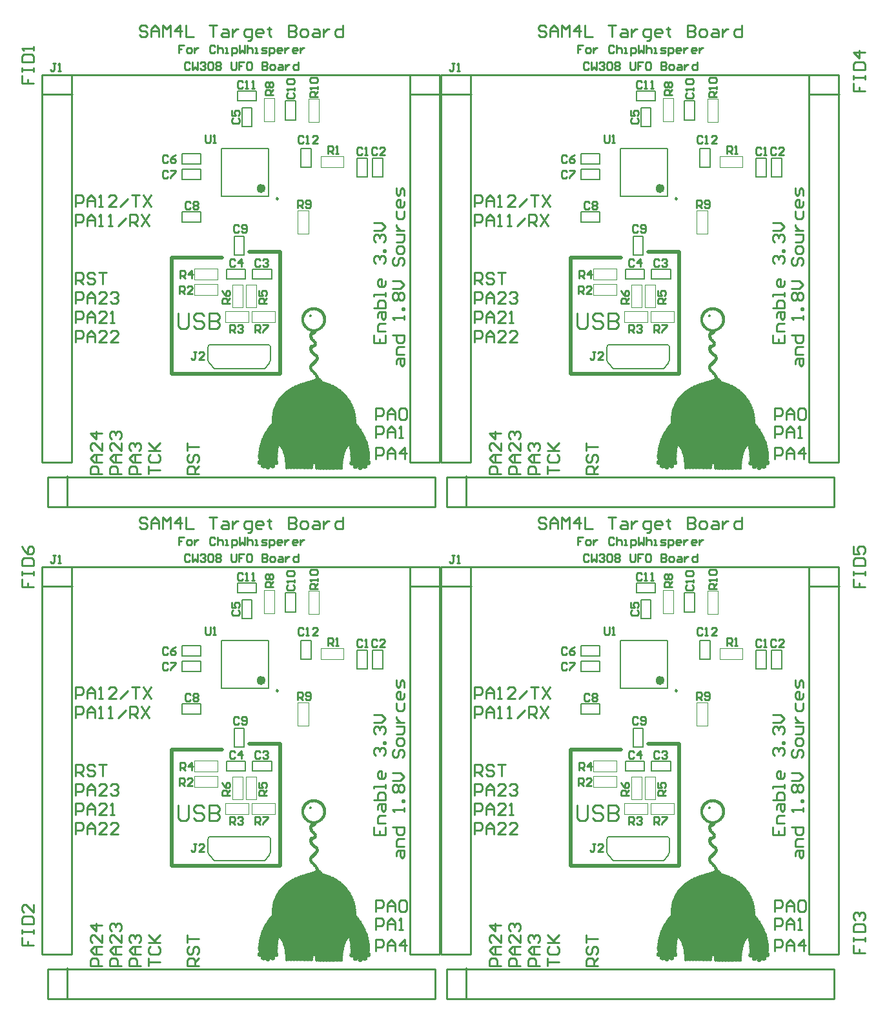
<source format=gto>
G04 Layer_Color=65535*
%FSLAX25Y25*%
%MOIN*%
G70*
G01*
G75*
%ADD19C,0.02000*%
%ADD20C,0.01000*%
%ADD21C,0.00800*%
%ADD34C,0.02362*%
%ADD35C,0.00984*%
%ADD36C,0.01493*%
%ADD37C,0.00787*%
%ADD38C,0.00394*%
G36*
X347416Y356841D02*
X347536D01*
Y356722D01*
X347655D01*
Y356841D01*
X347775D01*
Y356722D01*
X347894D01*
Y356841D01*
X348013D01*
Y356722D01*
X348133D01*
Y356841D01*
X348252D01*
Y356722D01*
X348372D01*
Y356603D01*
X348969D01*
Y356483D01*
X349088D01*
Y356364D01*
X349208D01*
Y356483D01*
X349327D01*
Y356364D01*
X349447D01*
Y356244D01*
X349566D01*
Y356125D01*
X349924D01*
Y356006D01*
X350044D01*
Y355886D01*
X350163D01*
Y355767D01*
X350282D01*
Y355886D01*
X350402D01*
Y355767D01*
X350521D01*
Y355647D01*
X350641D01*
Y355528D01*
X350760D01*
Y355408D01*
X350879D01*
Y355289D01*
X350999D01*
Y355170D01*
X351357D01*
Y355050D01*
X351238D01*
Y354931D01*
X351477D01*
Y354811D01*
Y354692D01*
X351596D01*
Y354573D01*
X351715D01*
Y354453D01*
X351835D01*
Y354334D01*
X351954D01*
Y354214D01*
X352074D01*
Y354095D01*
Y353976D01*
Y353856D01*
X352193D01*
Y353737D01*
X352312D01*
Y353617D01*
X352432D01*
Y353498D01*
Y353378D01*
Y353259D01*
X352551D01*
Y353140D01*
Y353020D01*
Y352901D01*
X352671D01*
Y352781D01*
X352790D01*
Y352662D01*
X352909D01*
Y352542D01*
Y352423D01*
Y352304D01*
X353029D01*
Y352184D01*
X352909D01*
Y352065D01*
X353029D01*
Y351945D01*
X352909D01*
Y351826D01*
X353029D01*
Y351707D01*
X353148D01*
Y351587D01*
X353029D01*
Y351468D01*
X352909D01*
Y351348D01*
X353029D01*
Y351229D01*
Y351110D01*
Y350990D01*
X352909D01*
Y350871D01*
X353029D01*
Y350751D01*
X353148D01*
Y350632D01*
X353029D01*
Y350513D01*
X352909D01*
Y350393D01*
X353029D01*
Y350274D01*
Y350154D01*
Y350035D01*
X352909D01*
Y349916D01*
X353029D01*
Y349796D01*
X353148D01*
Y349677D01*
X353029D01*
Y349557D01*
Y349438D01*
Y349318D01*
X352909D01*
Y349199D01*
Y349080D01*
Y348960D01*
X353029D01*
Y348841D01*
X352909D01*
Y348721D01*
X352790D01*
Y348602D01*
X352671D01*
Y348483D01*
X352790D01*
Y348363D01*
X352671D01*
Y348244D01*
X352790D01*
Y348124D01*
X352432D01*
Y348005D01*
X352551D01*
Y347885D01*
X352432D01*
Y347766D01*
Y347647D01*
Y347527D01*
X352312D01*
Y347408D01*
X352193D01*
Y347288D01*
X352312D01*
Y347169D01*
X351954D01*
Y347050D01*
X352074D01*
Y346930D01*
X351954D01*
Y346811D01*
X351835D01*
Y346691D01*
X351715D01*
Y346572D01*
X351596D01*
Y346453D01*
X351477D01*
Y346333D01*
Y346214D01*
Y346094D01*
X351357D01*
Y345975D01*
X351238D01*
Y345855D01*
X351118D01*
Y345736D01*
X350760D01*
Y345617D01*
X350641D01*
Y345497D01*
X350521D01*
Y345378D01*
X350402D01*
Y345258D01*
X350044D01*
Y345139D01*
X350163D01*
Y345020D01*
X349805D01*
Y344900D01*
X349685D01*
Y344781D01*
X349327D01*
Y344661D01*
X349208D01*
Y344781D01*
X349088D01*
Y344661D01*
X349208D01*
Y344542D01*
X349088D01*
Y344661D01*
X348969D01*
Y344542D01*
X348849D01*
Y344423D01*
X348730D01*
Y344542D01*
X348372D01*
Y344423D01*
X348491D01*
Y344303D01*
X348372D01*
Y344423D01*
X348252D01*
Y344303D01*
X348133D01*
Y344184D01*
X348252D01*
Y344064D01*
X348133D01*
Y343945D01*
Y343826D01*
Y343706D01*
X348013D01*
Y343587D01*
X347894D01*
Y343467D01*
X348013D01*
Y343348D01*
X347655D01*
Y343229D01*
X347775D01*
Y343109D01*
X347416D01*
Y342990D01*
X347536D01*
Y342870D01*
X347416D01*
Y342990D01*
X347297D01*
Y342870D01*
X347178D01*
Y342751D01*
X347058D01*
Y342631D01*
X346939D01*
Y342751D01*
X346819D01*
Y342870D01*
X346700D01*
Y342751D01*
X346819D01*
Y342631D01*
X346700D01*
Y342751D01*
X346581D01*
Y342631D01*
X346461D01*
Y342751D01*
X346342D01*
Y342870D01*
X346222D01*
Y342751D01*
X346342D01*
Y342631D01*
X346222D01*
Y342512D01*
X346103D01*
Y342393D01*
X345984D01*
Y342273D01*
X346103D01*
Y342154D01*
X345984D01*
Y342034D01*
X346103D01*
Y341915D01*
X345984D01*
Y341795D01*
X346103D01*
Y341676D01*
X345984D01*
Y341557D01*
X346103D01*
Y341437D01*
X346222D01*
Y341318D01*
X346103D01*
Y341198D01*
X346222D01*
Y341079D01*
X346342D01*
Y340960D01*
X346461D01*
Y340840D01*
X346581D01*
Y340721D01*
X346461D01*
Y340601D01*
X346819D01*
Y340482D01*
X346700D01*
Y340363D01*
X347058D01*
Y340243D01*
X346939D01*
Y340124D01*
X347297D01*
Y340004D01*
X347178D01*
Y339885D01*
X347536D01*
Y339766D01*
X347416D01*
Y339646D01*
X347775D01*
Y339527D01*
X347655D01*
Y339407D01*
X348013D01*
Y339288D01*
X347894D01*
Y339169D01*
X348013D01*
Y339049D01*
X348133D01*
Y338930D01*
Y338810D01*
Y338691D01*
X348252D01*
Y338571D01*
X348133D01*
Y338452D01*
X348252D01*
Y338333D01*
Y338213D01*
Y338094D01*
X348133D01*
Y337974D01*
X348252D01*
Y337855D01*
Y337736D01*
Y337616D01*
X348133D01*
Y337497D01*
X348252D01*
Y337377D01*
Y337258D01*
Y337139D01*
X348133D01*
Y337019D01*
Y336900D01*
X347894D01*
Y336780D01*
X348013D01*
Y336661D01*
X347655D01*
Y336541D01*
X347775D01*
Y336422D01*
X347416D01*
Y336303D01*
X347536D01*
Y336183D01*
X347416D01*
Y336303D01*
X347297D01*
Y336183D01*
X347178D01*
Y336064D01*
X347058D01*
Y335944D01*
X346939D01*
Y336064D01*
X346819D01*
Y336183D01*
X346700D01*
Y336064D01*
X346819D01*
Y335944D01*
X346461D01*
Y335825D01*
X346342D01*
Y335944D01*
X346222D01*
Y335825D01*
Y335706D01*
Y335586D01*
X346103D01*
Y335467D01*
X345984D01*
Y335347D01*
X346103D01*
Y335228D01*
X345984D01*
Y335108D01*
X346103D01*
Y334989D01*
X345984D01*
Y334870D01*
X346222D01*
Y334750D01*
Y334631D01*
X346342D01*
Y334511D01*
Y334392D01*
Y334273D01*
X346461D01*
Y334153D01*
X346581D01*
Y334034D01*
X346700D01*
Y333914D01*
X346819D01*
Y333795D01*
X346939D01*
Y333676D01*
X347058D01*
Y333556D01*
X347178D01*
Y333437D01*
X347297D01*
Y333317D01*
X347416D01*
Y333198D01*
X347536D01*
Y333079D01*
X347655D01*
Y332959D01*
X347775D01*
Y332840D01*
X347894D01*
Y332720D01*
X348252D01*
Y332601D01*
X348372D01*
Y332482D01*
X348491D01*
Y332362D01*
X348611D01*
Y332243D01*
X348730D01*
Y332123D01*
X348849D01*
Y332004D01*
X348969D01*
Y331884D01*
X349088D01*
Y331765D01*
Y331646D01*
Y331526D01*
X349208D01*
Y331407D01*
X349088D01*
Y331287D01*
X349447D01*
Y331168D01*
X349327D01*
Y331048D01*
X349447D01*
Y330929D01*
X349327D01*
Y330810D01*
X349447D01*
Y330690D01*
X349327D01*
Y330571D01*
X349447D01*
Y330451D01*
X349327D01*
Y330332D01*
X349447D01*
Y330213D01*
X349327D01*
Y330093D01*
X349208D01*
Y329974D01*
X349088D01*
Y329854D01*
X349208D01*
Y329735D01*
X349088D01*
Y329616D01*
X348969D01*
Y329496D01*
X348849D01*
Y329377D01*
X348969D01*
Y329257D01*
X348849D01*
Y329138D01*
X348730D01*
Y329019D01*
X348611D01*
Y328899D01*
X348730D01*
Y328780D01*
X348372D01*
Y328660D01*
X348491D01*
Y328541D01*
X348133D01*
Y328421D01*
X348252D01*
Y328302D01*
X348133D01*
Y328183D01*
X348013D01*
Y328063D01*
X347894D01*
Y327944D01*
X347775D01*
Y327824D01*
X347655D01*
Y327705D01*
X347536D01*
Y327586D01*
X347416D01*
Y327466D01*
X347297D01*
Y327347D01*
X347178D01*
Y327227D01*
X347058D01*
Y327108D01*
X346939D01*
Y326989D01*
X346819D01*
Y327108D01*
X346700D01*
Y326989D01*
X346819D01*
Y326869D01*
X346461D01*
Y326750D01*
X346581D01*
Y326630D01*
X346222D01*
Y326511D01*
X346342D01*
Y326392D01*
X345984D01*
Y326272D01*
X346103D01*
Y326153D01*
X345984D01*
Y326033D01*
X345864D01*
Y325914D01*
Y325794D01*
Y325675D01*
X345745D01*
Y325556D01*
X345864D01*
Y325436D01*
X345984D01*
Y325317D01*
X346103D01*
Y325197D01*
X345984D01*
Y325078D01*
X346103D01*
Y324959D01*
X346222D01*
Y324839D01*
X346342D01*
Y324720D01*
X346222D01*
Y324600D01*
X346581D01*
Y324481D01*
X346461D01*
Y324361D01*
X346819D01*
Y324242D01*
X346700D01*
Y324123D01*
X347058D01*
Y324003D01*
X346939D01*
Y323884D01*
X347297D01*
Y323764D01*
X347178D01*
Y323645D01*
X347536D01*
Y323526D01*
X347416D01*
Y323406D01*
X347775D01*
Y323287D01*
X347655D01*
Y323167D01*
X348013D01*
Y323048D01*
X347894D01*
Y322929D01*
X348252D01*
Y322809D01*
X348133D01*
Y322690D01*
X348252D01*
Y322570D01*
X348372D01*
Y322451D01*
X348491D01*
Y322332D01*
X348611D01*
Y322212D01*
X348730D01*
Y322093D01*
Y321973D01*
Y321854D01*
X348849D01*
Y321734D01*
X348969D01*
Y321615D01*
X349088D01*
Y321496D01*
X349208D01*
Y321376D01*
X349088D01*
Y321257D01*
X349208D01*
Y321137D01*
X349327D01*
Y321018D01*
X349447D01*
Y320899D01*
X349327D01*
Y320779D01*
X349447D01*
Y320660D01*
X349566D01*
Y320540D01*
X349685D01*
Y320421D01*
X349566D01*
Y320302D01*
X349924D01*
Y320182D01*
X349805D01*
Y320063D01*
X350163D01*
Y319943D01*
X350044D01*
Y319824D01*
X350402D01*
Y319705D01*
X350282D01*
Y319585D01*
X350641D01*
Y319466D01*
X350521D01*
Y319346D01*
X350879D01*
Y319227D01*
X350760D01*
Y319107D01*
X351118D01*
Y318988D01*
X351238D01*
Y318869D01*
X351357D01*
Y318749D01*
X351477D01*
Y318630D01*
X351596D01*
Y318749D01*
X351715D01*
Y318630D01*
X351835D01*
Y318510D01*
X351954D01*
Y318391D01*
X352312D01*
Y318271D01*
X352432D01*
Y318152D01*
X352551D01*
Y318271D01*
X352671D01*
Y318152D01*
X353029D01*
Y318033D01*
X353148D01*
Y318152D01*
X353268D01*
Y318033D01*
X353387D01*
Y317913D01*
X353745D01*
Y317794D01*
X353865D01*
Y317674D01*
X353984D01*
Y317794D01*
X354103D01*
Y317674D01*
X354462D01*
Y317555D01*
X354581D01*
Y317674D01*
X354701D01*
Y317555D01*
X354820D01*
Y317436D01*
X355178D01*
Y317316D01*
X355298D01*
Y317197D01*
X355417D01*
Y317316D01*
X355536D01*
Y317197D01*
X355656D01*
Y317077D01*
X355775D01*
Y316958D01*
X355895D01*
Y317077D01*
X355775D01*
Y317197D01*
X355895D01*
Y317077D01*
X356014D01*
Y316958D01*
X356372D01*
Y316839D01*
X356492D01*
Y316719D01*
X356611D01*
Y316839D01*
X356731D01*
Y316719D01*
X356850D01*
Y316600D01*
X356969D01*
Y316480D01*
X357328D01*
Y316361D01*
X357447D01*
Y316242D01*
X357805D01*
Y316122D01*
X357925D01*
Y316003D01*
X358044D01*
Y315883D01*
X358163D01*
Y315764D01*
X358283D01*
Y315883D01*
X358163D01*
Y316003D01*
X358283D01*
Y315883D01*
X358402D01*
Y315764D01*
X358522D01*
Y315645D01*
X358641D01*
Y315525D01*
X358999D01*
Y315406D01*
X359119D01*
Y315286D01*
X359238D01*
Y315167D01*
X359358D01*
Y315047D01*
X359477D01*
Y314928D01*
X359596D01*
Y314809D01*
X359716D01*
Y314928D01*
X359596D01*
Y315047D01*
X359716D01*
Y314928D01*
X359835D01*
Y314809D01*
X359955D01*
Y314689D01*
X360074D01*
Y314570D01*
X360193D01*
Y314450D01*
X360313D01*
Y314331D01*
X360432D01*
Y314450D01*
X360552D01*
Y314331D01*
X360671D01*
Y314212D01*
Y314092D01*
X360910D01*
Y313973D01*
X361029D01*
Y313853D01*
X361149D01*
Y313734D01*
X361029D01*
Y313615D01*
X361388D01*
Y313495D01*
X361507D01*
Y313376D01*
X361626D01*
Y313256D01*
X361746D01*
Y313137D01*
X361865D01*
Y313018D01*
X361985D01*
Y312898D01*
X362104D01*
Y312779D01*
X362224D01*
Y312659D01*
X362582D01*
Y312540D01*
X362462D01*
Y312420D01*
X362582D01*
Y312301D01*
X362701D01*
Y312182D01*
X363059D01*
Y312062D01*
X362940D01*
Y311943D01*
X363059D01*
Y311823D01*
X363179D01*
Y311704D01*
X363298D01*
Y311584D01*
X363418D01*
Y311465D01*
X363537D01*
Y311346D01*
X363656D01*
Y311226D01*
X363776D01*
Y311107D01*
X363895D01*
Y310987D01*
X364015D01*
Y310868D01*
X363895D01*
Y310749D01*
X364015D01*
Y310629D01*
X364134D01*
Y310510D01*
X364253D01*
Y310390D01*
X364373D01*
Y310271D01*
X364492D01*
Y310152D01*
X364612D01*
Y310032D01*
X364731D01*
Y309913D01*
X364612D01*
Y310032D01*
X364492D01*
Y309913D01*
X364612D01*
Y309793D01*
X364970D01*
Y309674D01*
X364850D01*
Y309555D01*
X364970D01*
Y309435D01*
X365089D01*
Y309316D01*
X365209D01*
Y309196D01*
X365328D01*
Y309077D01*
X365448D01*
Y308958D01*
X365328D01*
Y308838D01*
X365448D01*
Y308719D01*
X365567D01*
Y308599D01*
X365686D01*
Y308480D01*
X365567D01*
Y308599D01*
X365448D01*
Y308480D01*
X365567D01*
Y308360D01*
X365925D01*
Y308241D01*
X365806D01*
Y308122D01*
X365925D01*
Y308002D01*
X366045D01*
Y307883D01*
Y307763D01*
Y307644D01*
X366164D01*
Y307524D01*
X366045D01*
Y307405D01*
X366403D01*
Y307286D01*
X366283D01*
Y307166D01*
X366403D01*
Y307047D01*
X366283D01*
Y306927D01*
X366522D01*
Y306808D01*
Y306689D01*
X366642D01*
Y306569D01*
X366522D01*
Y306450D01*
X366880D01*
Y306330D01*
X366761D01*
Y306211D01*
X366880D01*
Y306092D01*
X367000D01*
Y305972D01*
Y305853D01*
Y305733D01*
X367119D01*
Y305614D01*
X367000D01*
Y305495D01*
X367119D01*
Y305375D01*
X367239D01*
Y305256D01*
X367358D01*
Y305136D01*
X367239D01*
Y305017D01*
X367358D01*
Y304897D01*
X367477D01*
Y304778D01*
X367358D01*
Y304659D01*
X367477D01*
Y304539D01*
X367597D01*
Y304420D01*
X367477D01*
Y304300D01*
X367597D01*
Y304181D01*
X367477D01*
Y304062D01*
X367836D01*
Y303942D01*
X367716D01*
Y303823D01*
X367836D01*
Y303703D01*
X367716D01*
Y303584D01*
X367836D01*
Y303465D01*
X367955D01*
Y303345D01*
X367836D01*
Y303226D01*
X367955D01*
Y303106D01*
Y302987D01*
Y302868D01*
X368075D01*
Y302748D01*
X367955D01*
Y302629D01*
X368075D01*
Y302509D01*
X367955D01*
Y302390D01*
X368075D01*
Y302271D01*
X368194D01*
Y302151D01*
X368313D01*
Y302032D01*
X368194D01*
Y301912D01*
X368313D01*
Y301793D01*
X368194D01*
Y301673D01*
X368313D01*
Y301554D01*
X368194D01*
Y301435D01*
X368313D01*
Y301315D01*
X368433D01*
Y301196D01*
Y301076D01*
Y300957D01*
X368313D01*
Y300837D01*
X368433D01*
Y300718D01*
Y300599D01*
Y300479D01*
X368552D01*
Y300360D01*
X368433D01*
Y300240D01*
X368552D01*
Y300121D01*
X368433D01*
Y300002D01*
X368552D01*
Y299882D01*
X368433D01*
Y299763D01*
X368552D01*
Y299643D01*
X368433D01*
Y299524D01*
X368552D01*
Y299405D01*
X368433D01*
Y299285D01*
X368791D01*
Y299166D01*
X368672D01*
Y299046D01*
X368791D01*
Y298927D01*
X368672D01*
Y298808D01*
X368791D01*
Y298688D01*
X368672D01*
Y298569D01*
X368791D01*
Y298449D01*
X368672D01*
Y298330D01*
X368791D01*
Y298211D01*
X368672D01*
Y298091D01*
X368791D01*
Y297972D01*
X368672D01*
Y297852D01*
X368791D01*
Y297733D01*
X368672D01*
Y297613D01*
X368791D01*
Y297494D01*
X368672D01*
Y297375D01*
X368791D01*
Y297255D01*
X368672D01*
Y297136D01*
X368791D01*
Y297016D01*
X368672D01*
Y296897D01*
X368791D01*
Y296778D01*
X368911D01*
Y296658D01*
X369030D01*
Y296539D01*
X369149D01*
Y296419D01*
X369269D01*
Y296300D01*
X369388D01*
Y296181D01*
X369508D01*
Y296061D01*
X369388D01*
Y295942D01*
X369746D01*
Y295822D01*
X369627D01*
Y295703D01*
X369985D01*
Y295583D01*
X369866D01*
Y295464D01*
X369985D01*
Y295345D01*
X370105D01*
Y295225D01*
X370224D01*
Y295106D01*
X370343D01*
Y294986D01*
X370463D01*
Y294867D01*
X370343D01*
Y294748D01*
X370463D01*
Y294628D01*
X370582D01*
Y294509D01*
X370702D01*
Y294389D01*
X370821D01*
Y294270D01*
X370940D01*
Y294150D01*
X370821D01*
Y294270D01*
X370702D01*
Y294150D01*
X370821D01*
Y294031D01*
X371179D01*
Y293912D01*
X371060D01*
Y293792D01*
X371179D01*
Y293673D01*
X371299D01*
Y293553D01*
X371418D01*
Y293434D01*
Y293315D01*
Y293195D01*
X371537D01*
Y293076D01*
X371657D01*
Y292956D01*
X371776D01*
Y292837D01*
X371896D01*
Y292718D01*
X371776D01*
Y292598D01*
X372135D01*
Y292479D01*
X372015D01*
Y292359D01*
X372135D01*
Y292240D01*
X372254D01*
Y292121D01*
Y292001D01*
Y291882D01*
X372373D01*
Y291762D01*
Y291643D01*
X372612D01*
Y291524D01*
X372493D01*
Y291404D01*
X372612D01*
Y291285D01*
X372732D01*
Y291165D01*
Y291046D01*
Y290926D01*
X372851D01*
Y290807D01*
X372970D01*
Y290688D01*
X373090D01*
Y290568D01*
X372970D01*
Y290449D01*
X373090D01*
Y290329D01*
X373209D01*
Y290210D01*
Y290090D01*
Y289971D01*
X373329D01*
Y289852D01*
Y289732D01*
X373568D01*
Y289613D01*
X373448D01*
Y289493D01*
X373568D01*
Y289374D01*
X373687D01*
Y289255D01*
Y289135D01*
Y289016D01*
X373806D01*
Y288896D01*
X373687D01*
Y288777D01*
X373806D01*
Y288658D01*
X373926D01*
Y288538D01*
X374045D01*
Y288419D01*
X373926D01*
Y288299D01*
X374045D01*
Y288180D01*
X374165D01*
Y288060D01*
X374045D01*
Y288180D01*
X373926D01*
Y288060D01*
X374045D01*
Y287941D01*
X374165D01*
Y287822D01*
X374284D01*
Y287702D01*
Y287583D01*
Y287463D01*
Y287344D01*
X374523D01*
Y287225D01*
X374403D01*
Y287105D01*
X374523D01*
Y286986D01*
X374403D01*
Y286866D01*
X374523D01*
Y286747D01*
X374642D01*
Y286628D01*
X374523D01*
Y286508D01*
X374642D01*
Y286389D01*
Y286269D01*
Y286150D01*
X374762D01*
Y286031D01*
Y285911D01*
Y285792D01*
X374881D01*
Y285672D01*
X375000D01*
Y285553D01*
X374881D01*
Y285434D01*
X375000D01*
Y285314D01*
X374881D01*
Y285195D01*
X375000D01*
Y285075D01*
X375120D01*
Y284956D01*
Y284836D01*
Y284717D01*
Y284598D01*
Y284478D01*
Y284359D01*
Y284239D01*
X375239D01*
Y284120D01*
Y284001D01*
Y283881D01*
Y283762D01*
Y283642D01*
Y283523D01*
X375478D01*
Y283403D01*
X375359D01*
Y283284D01*
X375478D01*
Y283165D01*
X375359D01*
Y283045D01*
X375478D01*
Y282926D01*
X375359D01*
Y282806D01*
X375478D01*
Y282687D01*
X375359D01*
Y282568D01*
X375478D01*
Y282448D01*
X375598D01*
Y282329D01*
Y282209D01*
Y282090D01*
Y281971D01*
Y281851D01*
Y281732D01*
Y281612D01*
Y281493D01*
Y281374D01*
Y281254D01*
Y281135D01*
X375717D01*
Y281015D01*
Y280896D01*
Y280777D01*
Y280657D01*
Y280538D01*
Y280418D01*
Y280299D01*
Y280179D01*
Y280060D01*
Y279941D01*
Y279821D01*
Y279702D01*
Y279582D01*
Y279463D01*
Y279344D01*
Y279224D01*
Y279105D01*
Y278985D01*
Y278866D01*
Y278747D01*
Y278627D01*
Y278508D01*
Y278388D01*
Y278269D01*
Y278149D01*
X375598D01*
Y278030D01*
X375478D01*
Y277911D01*
X375598D01*
Y277791D01*
Y277672D01*
Y277552D01*
X375717D01*
Y277433D01*
X375836D01*
Y277313D01*
X375956D01*
Y277194D01*
X375836D01*
Y277075D01*
X375956D01*
Y276955D01*
X376075D01*
Y276836D01*
Y276716D01*
Y276597D01*
X375956D01*
Y276478D01*
X376075D01*
Y276358D01*
Y276239D01*
Y276119D01*
X375956D01*
Y276000D01*
X375836D01*
Y275881D01*
X375956D01*
Y275761D01*
X375836D01*
Y275881D01*
X375717D01*
Y275761D01*
X375598D01*
Y275642D01*
X375478D01*
Y275522D01*
X375239D01*
Y275403D01*
Y275284D01*
X375120D01*
Y275403D01*
X375000D01*
Y275522D01*
X374881D01*
Y275403D01*
X375000D01*
Y275284D01*
X374881D01*
Y275403D01*
X374762D01*
Y275284D01*
X374642D01*
Y275403D01*
X374523D01*
Y275284D01*
X374403D01*
Y275403D01*
X374284D01*
Y275522D01*
X374165D01*
Y275403D01*
Y275284D01*
Y275164D01*
X374284D01*
Y275045D01*
X374165D01*
Y274925D01*
X374284D01*
Y274806D01*
X374165D01*
Y274687D01*
X374284D01*
Y274567D01*
Y274448D01*
Y274328D01*
X374165D01*
Y274209D01*
Y274089D01*
Y273970D01*
X374045D01*
Y273851D01*
X373926D01*
Y273731D01*
X373806D01*
Y273612D01*
X373448D01*
Y273492D01*
X373568D01*
Y273373D01*
X373448D01*
Y273492D01*
X373329D01*
Y273373D01*
X373209D01*
Y273492D01*
X373090D01*
Y273612D01*
X372970D01*
Y273492D01*
X373090D01*
Y273373D01*
X372970D01*
Y273492D01*
X372851D01*
Y273373D01*
X372732D01*
Y273492D01*
X372612D01*
Y273373D01*
X372493D01*
Y273492D01*
X372373D01*
Y273612D01*
X372254D01*
Y273731D01*
X372135D01*
Y273851D01*
X372015D01*
Y273970D01*
X371896D01*
Y273851D01*
X371776D01*
Y273731D01*
X371896D01*
Y273612D01*
X371776D01*
Y273492D01*
Y273373D01*
Y273253D01*
X371657D01*
Y273134D01*
X371418D01*
Y273015D01*
Y272895D01*
X371299D01*
Y273015D01*
X371179D01*
Y272895D01*
X371060D01*
Y272776D01*
X370940D01*
Y272895D01*
X370821D01*
Y272776D01*
X370702D01*
Y272895D01*
X370582D01*
Y272776D01*
X370463D01*
Y272895D01*
X370105D01*
Y273015D01*
X369985D01*
Y273134D01*
X369866D01*
Y273253D01*
X369746D01*
Y273373D01*
X369627D01*
Y273492D01*
X369508D01*
Y273612D01*
X369388D01*
Y273731D01*
X369508D01*
Y273851D01*
Y273970D01*
Y274089D01*
X369388D01*
Y273970D01*
X369269D01*
Y273851D01*
X369149D01*
Y273731D01*
X369030D01*
Y273612D01*
X368672D01*
Y273492D01*
X368791D01*
Y273373D01*
X368672D01*
Y273492D01*
X368552D01*
Y273373D01*
X368433D01*
Y273492D01*
X368313D01*
Y273612D01*
X368194D01*
Y273492D01*
X368313D01*
Y273373D01*
X368194D01*
Y273492D01*
X368075D01*
Y273373D01*
X367955D01*
Y273492D01*
X367836D01*
Y273612D01*
X367477D01*
Y273731D01*
X367358D01*
Y273851D01*
X367239D01*
Y273970D01*
X367119D01*
Y274089D01*
X367000D01*
Y274209D01*
X367119D01*
Y274328D01*
X367000D01*
Y274448D01*
Y274567D01*
Y274687D01*
X366880D01*
Y274806D01*
X367000D01*
Y274925D01*
Y275045D01*
Y275164D01*
X366880D01*
Y275284D01*
X366761D01*
Y275164D01*
X366642D01*
Y275284D01*
X366522D01*
Y275164D01*
X366403D01*
Y275284D01*
X366283D01*
Y275164D01*
X366164D01*
Y275284D01*
X365806D01*
Y275403D01*
X365686D01*
Y275522D01*
X365567D01*
Y275642D01*
X365448D01*
Y275761D01*
X365328D01*
Y275881D01*
X365448D01*
Y276000D01*
X365089D01*
Y276119D01*
X365209D01*
Y276239D01*
X365089D01*
Y276358D01*
X365209D01*
Y276478D01*
X365089D01*
Y276597D01*
X365209D01*
Y276716D01*
X365089D01*
Y276836D01*
X365209D01*
Y276955D01*
X365089D01*
Y277075D01*
X365328D01*
Y277194D01*
Y277313D01*
X365567D01*
Y277433D01*
Y277552D01*
X365806D01*
Y277672D01*
Y277791D01*
X365925D01*
Y277911D01*
X365806D01*
Y278030D01*
X365686D01*
Y278149D01*
X365567D01*
Y278269D01*
X365686D01*
Y278388D01*
X365567D01*
Y278508D01*
X365686D01*
Y278627D01*
X365567D01*
Y278747D01*
X365686D01*
Y278866D01*
X365567D01*
Y278985D01*
X365686D01*
Y279105D01*
X365567D01*
Y279224D01*
X365686D01*
Y279344D01*
X365567D01*
Y279463D01*
X365686D01*
Y279582D01*
X365567D01*
Y279702D01*
X365686D01*
Y279821D01*
X365567D01*
Y279941D01*
X365448D01*
Y280060D01*
X365567D01*
Y279941D01*
X365686D01*
Y280060D01*
X365567D01*
Y280179D01*
Y280299D01*
Y280418D01*
X365448D01*
Y280538D01*
X365567D01*
Y280657D01*
X365448D01*
Y280777D01*
X365567D01*
Y280896D01*
X365448D01*
Y281015D01*
X365567D01*
Y281135D01*
Y281254D01*
Y281374D01*
X365448D01*
Y281493D01*
X365567D01*
Y281612D01*
X365448D01*
Y281732D01*
X365567D01*
Y281851D01*
X365448D01*
Y281971D01*
X365567D01*
Y282090D01*
X365448D01*
Y282209D01*
X365328D01*
Y282329D01*
X365448D01*
Y282448D01*
X365328D01*
Y282568D01*
X365448D01*
Y282687D01*
X365328D01*
Y282806D01*
X365448D01*
Y282926D01*
X365328D01*
Y283045D01*
X365448D01*
Y283165D01*
X365328D01*
Y283284D01*
X365209D01*
Y283403D01*
X365089D01*
Y283523D01*
X365209D01*
Y283642D01*
X365089D01*
Y283762D01*
X365209D01*
Y283881D01*
X365089D01*
Y284001D01*
X365209D01*
Y284120D01*
X365089D01*
Y284239D01*
X364970D01*
Y284359D01*
X365089D01*
Y284478D01*
X364970D01*
Y284598D01*
X365089D01*
Y284717D01*
X364970D01*
Y284836D01*
X364850D01*
Y284956D01*
X364970D01*
Y285075D01*
X364612D01*
Y284956D01*
X364731D01*
Y284836D01*
X364612D01*
Y284717D01*
X364492D01*
Y284598D01*
X364373D01*
Y284478D01*
X364253D01*
Y284359D01*
X364134D01*
Y284239D01*
X364253D01*
Y284120D01*
X364134D01*
Y284001D01*
X364015D01*
Y283881D01*
X363895D01*
Y283762D01*
X363776D01*
Y283642D01*
X363656D01*
Y283523D01*
X363537D01*
Y283403D01*
X363418D01*
Y283284D01*
Y283165D01*
X363179D01*
Y283045D01*
X363298D01*
Y282926D01*
X363179D01*
Y282806D01*
X363059D01*
Y282687D01*
X363179D01*
Y282568D01*
X363059D01*
Y282448D01*
X362940D01*
Y282329D01*
X363059D01*
Y282209D01*
X362940D01*
Y282090D01*
X363059D01*
Y281971D01*
X362940D01*
Y281851D01*
Y281732D01*
X362701D01*
Y281612D01*
X362821D01*
Y281493D01*
X362701D01*
Y281374D01*
X362821D01*
Y281254D01*
X362701D01*
Y281135D01*
X362821D01*
Y281015D01*
X362701D01*
Y280896D01*
X362582D01*
Y280777D01*
X362701D01*
Y280657D01*
X362582D01*
Y280538D01*
X362462D01*
Y280418D01*
Y280299D01*
Y280179D01*
X362582D01*
Y280060D01*
X362462D01*
Y279941D01*
Y279821D01*
X362224D01*
Y279702D01*
X362343D01*
Y279582D01*
X362224D01*
Y279463D01*
X362343D01*
Y279344D01*
X362224D01*
Y279224D01*
X362343D01*
Y279105D01*
X362224D01*
Y278985D01*
X362104D01*
Y278866D01*
Y278747D01*
Y278627D01*
X362224D01*
Y278508D01*
X362104D01*
Y278388D01*
Y278269D01*
Y278149D01*
X361985D01*
Y278030D01*
Y277911D01*
Y277791D01*
X362104D01*
Y277672D01*
X361985D01*
Y277552D01*
Y277433D01*
X361746D01*
Y277313D01*
X361865D01*
Y277194D01*
X361746D01*
Y277075D01*
X361865D01*
Y276955D01*
X361746D01*
Y276836D01*
X361865D01*
Y276716D01*
X361746D01*
Y276597D01*
X361865D01*
Y276478D01*
X361746D01*
Y276358D01*
X361865D01*
Y276239D01*
X361746D01*
Y276119D01*
X361626D01*
Y276000D01*
Y275881D01*
Y275761D01*
X361746D01*
Y275642D01*
X361626D01*
Y275522D01*
Y275403D01*
Y275284D01*
X361746D01*
Y275164D01*
X361626D01*
Y275045D01*
X361746D01*
Y274925D01*
X361626D01*
Y274806D01*
X361746D01*
Y274687D01*
X361626D01*
Y274567D01*
X361507D01*
Y274448D01*
X361626D01*
Y274328D01*
X361507D01*
Y274209D01*
X361626D01*
Y274089D01*
X361507D01*
Y273970D01*
X361626D01*
Y273851D01*
X361507D01*
Y273731D01*
Y273612D01*
Y273492D01*
X361626D01*
Y273373D01*
X361507D01*
Y273253D01*
X361626D01*
Y273134D01*
X361507D01*
Y273015D01*
X361626D01*
Y272895D01*
X361507D01*
Y273015D01*
X361388D01*
Y272895D01*
X361268D01*
Y273015D01*
X361149D01*
Y272895D01*
X361029D01*
Y273015D01*
X360910D01*
Y272895D01*
X360790D01*
Y273015D01*
X360671D01*
Y272895D01*
X360552D01*
Y273015D01*
X360432D01*
Y272895D01*
X360313D01*
Y273015D01*
X360193D01*
Y272895D01*
X360074D01*
Y273015D01*
X359955D01*
Y272895D01*
X359835D01*
Y273015D01*
X359716D01*
Y272895D01*
X359596D01*
Y273015D01*
X359477D01*
Y272895D01*
X359358D01*
Y273015D01*
X359238D01*
Y272895D01*
X359119D01*
Y273015D01*
X358999D01*
Y272895D01*
X358880D01*
Y273015D01*
X358760D01*
Y272895D01*
X358641D01*
Y273015D01*
X358522D01*
Y272895D01*
X358402D01*
Y273015D01*
X358283D01*
Y272895D01*
X358163D01*
Y273015D01*
X358044D01*
Y272895D01*
X357925D01*
Y273015D01*
X357805D01*
Y272895D01*
X357686D01*
Y273015D01*
X357566D01*
Y272895D01*
X357447D01*
Y273015D01*
X357328D01*
Y272895D01*
X357208D01*
Y273015D01*
X357089D01*
Y272895D01*
X356969D01*
Y273015D01*
X356850D01*
Y272895D01*
X356731D01*
Y273015D01*
X356611D01*
Y272895D01*
X356492D01*
Y273015D01*
X356372D01*
Y272895D01*
X356253D01*
Y273015D01*
X356134D01*
Y272895D01*
X356014D01*
Y273015D01*
X355895D01*
Y272895D01*
X355775D01*
Y273015D01*
X355656D01*
Y272895D01*
X355536D01*
Y273015D01*
X355417D01*
Y272895D01*
X355298D01*
Y273015D01*
X355178D01*
Y272895D01*
X355059D01*
Y273015D01*
X354939D01*
Y272895D01*
X354820D01*
Y273015D01*
X354701D01*
Y272895D01*
X354581D01*
Y273015D01*
X354462D01*
Y272895D01*
X354342D01*
Y273015D01*
X354223D01*
Y272895D01*
X354103D01*
Y273015D01*
X353984D01*
Y272895D01*
X353865D01*
Y273015D01*
X353745D01*
Y272895D01*
X353626D01*
Y273015D01*
X353506D01*
Y272895D01*
X353387D01*
Y273015D01*
X353268D01*
Y272895D01*
X353148D01*
Y273015D01*
X353029D01*
Y272895D01*
X352909D01*
Y273015D01*
X352790D01*
Y272895D01*
X352671D01*
Y273015D01*
X352551D01*
Y272895D01*
X352432D01*
Y273015D01*
X352312D01*
Y272895D01*
X352193D01*
Y273015D01*
X352074D01*
Y272895D01*
X351954D01*
Y273015D01*
X351835D01*
Y272895D01*
X351715D01*
Y273015D01*
X351596D01*
Y272895D01*
X351477D01*
Y273015D01*
X351357D01*
Y272895D01*
X351238D01*
Y273015D01*
X351118D01*
Y272895D01*
X350999D01*
Y273015D01*
X350879D01*
Y272895D01*
X350760D01*
Y273015D01*
X350641D01*
Y272895D01*
X350521D01*
Y273015D01*
X350402D01*
Y272895D01*
X350282D01*
Y273015D01*
X350163D01*
Y272895D01*
X350044D01*
Y273015D01*
X349924D01*
Y272895D01*
X349805D01*
Y273015D01*
X349685D01*
Y272895D01*
X349566D01*
Y273015D01*
X349447D01*
Y272895D01*
X349327D01*
Y273015D01*
X349208D01*
Y272895D01*
X349088D01*
Y273015D01*
X348969D01*
Y272895D01*
X348849D01*
Y273015D01*
X348730D01*
Y272895D01*
X348611D01*
Y273015D01*
X348491D01*
Y272895D01*
X348372D01*
Y273015D01*
X348252D01*
Y272895D01*
X348133D01*
Y273015D01*
X348013D01*
Y272895D01*
X347894D01*
Y273015D01*
X347775D01*
Y272895D01*
X347655D01*
Y273015D01*
X347536D01*
Y273134D01*
X347416D01*
Y273253D01*
X347536D01*
Y273373D01*
X347416D01*
Y273492D01*
X347536D01*
Y273612D01*
X347416D01*
Y273731D01*
X347297D01*
Y273851D01*
X347178D01*
Y273970D01*
X347297D01*
Y274089D01*
Y274209D01*
Y274328D01*
X347178D01*
Y274448D01*
X347297D01*
Y274567D01*
Y274687D01*
Y274806D01*
X347178D01*
Y274925D01*
X347297D01*
Y275045D01*
Y275164D01*
Y275284D01*
X347178D01*
Y275403D01*
X347297D01*
Y275522D01*
X347178D01*
Y275642D01*
Y275761D01*
Y275881D01*
X347058D01*
Y275761D01*
X346939D01*
Y275881D01*
X346819D01*
Y276000D01*
X346700D01*
Y275881D01*
X346819D01*
Y275761D01*
X346700D01*
Y275881D01*
X346581D01*
Y275761D01*
X346461D01*
Y275642D01*
X346581D01*
Y275522D01*
X346461D01*
Y275403D01*
X346581D01*
Y275284D01*
X346461D01*
Y275403D01*
X346342D01*
Y275522D01*
X346222D01*
Y275403D01*
X346342D01*
Y275284D01*
Y275164D01*
Y275045D01*
X346222D01*
Y274925D01*
X346342D01*
Y274806D01*
Y274687D01*
Y274567D01*
X346222D01*
Y274448D01*
X346342D01*
Y274328D01*
Y274209D01*
Y274089D01*
X346222D01*
Y273970D01*
X346342D01*
Y273851D01*
X346222D01*
Y273731D01*
Y273612D01*
Y273492D01*
X346103D01*
Y273373D01*
X345984D01*
Y273253D01*
X345864D01*
Y273373D01*
X345745D01*
Y273253D01*
X345625D01*
Y273373D01*
X345506D01*
Y273253D01*
X345387D01*
Y273373D01*
X345267D01*
Y273253D01*
X345148D01*
Y273373D01*
X345028D01*
Y273253D01*
X344909D01*
Y273373D01*
X344789D01*
Y273253D01*
X344670D01*
Y273373D01*
X344551D01*
Y273253D01*
X344431D01*
Y273373D01*
X344312D01*
Y273253D01*
X344192D01*
Y273373D01*
X344073D01*
Y273253D01*
X343953D01*
Y273373D01*
X343834D01*
Y273253D01*
X343715D01*
Y273373D01*
X343595D01*
Y273253D01*
X343476D01*
Y273373D01*
X343356D01*
Y273253D01*
X343237D01*
Y273373D01*
X343118D01*
Y273253D01*
X342998D01*
Y273373D01*
X342879D01*
Y273253D01*
X342759D01*
Y273373D01*
X342640D01*
Y273253D01*
X342521D01*
Y273373D01*
X342401D01*
Y273253D01*
X342282D01*
Y273373D01*
X342162D01*
Y273253D01*
X342043D01*
Y273373D01*
X341924D01*
Y273253D01*
X341804D01*
Y273373D01*
X341685D01*
Y273253D01*
X341565D01*
Y273373D01*
X341446D01*
Y273253D01*
X341326D01*
Y273373D01*
X341207D01*
Y273253D01*
X341088D01*
Y273373D01*
X340968D01*
Y273253D01*
X340849D01*
Y273373D01*
X340729D01*
Y273253D01*
X340610D01*
Y273373D01*
X340491D01*
Y273253D01*
X340371D01*
Y273373D01*
X340252D01*
Y273253D01*
X340132D01*
Y273373D01*
X340013D01*
Y273253D01*
X339894D01*
Y273373D01*
X339774D01*
Y273253D01*
X339655D01*
Y273373D01*
X339535D01*
Y273253D01*
X339416D01*
Y273373D01*
X339297D01*
Y273253D01*
X339177D01*
Y273373D01*
X339058D01*
Y273253D01*
X338938D01*
Y273373D01*
X338819D01*
Y273253D01*
X338700D01*
Y273373D01*
X338580D01*
Y273253D01*
X338461D01*
Y273373D01*
X338341D01*
Y273253D01*
X338222D01*
Y273373D01*
X338102D01*
Y273253D01*
X337983D01*
Y273373D01*
X337864D01*
Y273253D01*
X337744D01*
Y273373D01*
X337625D01*
Y273253D01*
X337505D01*
Y273373D01*
X337386D01*
Y273253D01*
X337266D01*
Y273373D01*
X337147D01*
Y273253D01*
X337028D01*
Y273373D01*
X336908D01*
Y273253D01*
X336789D01*
Y273373D01*
X336669D01*
Y273253D01*
X336550D01*
Y273373D01*
X336431D01*
Y273253D01*
X336311D01*
Y273373D01*
X336192D01*
Y273253D01*
X336072D01*
Y273373D01*
X335953D01*
Y273253D01*
X335834D01*
Y273373D01*
X335714D01*
Y273253D01*
X335595D01*
Y273373D01*
X335475D01*
Y273253D01*
X335356D01*
Y273373D01*
X335237D01*
Y273253D01*
X335117D01*
Y273373D01*
X334998D01*
Y273253D01*
X334878D01*
Y273373D01*
X334759D01*
Y273253D01*
X334640D01*
Y273373D01*
X334520D01*
Y273253D01*
X334401D01*
Y273373D01*
X334281D01*
Y273253D01*
X334162D01*
Y273373D01*
X334042D01*
Y273253D01*
X333923D01*
Y273373D01*
X333804D01*
Y273253D01*
X333684D01*
Y273373D01*
X333565D01*
Y273253D01*
X333445D01*
Y273373D01*
X333326D01*
Y273253D01*
X333207D01*
Y273373D01*
X333087D01*
Y273253D01*
X332968D01*
Y273373D01*
X332848D01*
Y273253D01*
X332729D01*
Y273373D01*
X332610D01*
Y273253D01*
X332490D01*
Y273373D01*
X332371D01*
Y273253D01*
X332251D01*
Y273373D01*
X332132D01*
Y273492D01*
Y273612D01*
Y273731D01*
X332251D01*
Y273851D01*
X332132D01*
Y273970D01*
Y274089D01*
Y274209D01*
Y274328D01*
Y274448D01*
Y274567D01*
Y274687D01*
X332251D01*
Y274806D01*
X332132D01*
Y274925D01*
Y275045D01*
Y275164D01*
X332012D01*
Y275284D01*
X331893D01*
Y275403D01*
X332012D01*
Y275522D01*
X331893D01*
Y275642D01*
X332012D01*
Y275761D01*
X331893D01*
Y275881D01*
X332012D01*
Y276000D01*
X331893D01*
Y276119D01*
X332012D01*
Y276239D01*
X331893D01*
Y276358D01*
X332012D01*
Y276478D01*
X331893D01*
Y276597D01*
X332012D01*
Y276716D01*
X331893D01*
Y276836D01*
X331774D01*
Y276955D01*
Y277075D01*
Y277194D01*
Y277313D01*
Y277433D01*
Y277552D01*
Y277672D01*
X331654D01*
Y277791D01*
Y277911D01*
Y278030D01*
X331774D01*
Y278149D01*
X331654D01*
Y278269D01*
Y278388D01*
Y278508D01*
X331774D01*
Y278627D01*
X331654D01*
Y278747D01*
X331535D01*
Y278866D01*
X331415D01*
Y278985D01*
X331535D01*
Y279105D01*
X331415D01*
Y279224D01*
X331535D01*
Y279344D01*
X331415D01*
Y279463D01*
X331296D01*
Y279582D01*
Y279702D01*
Y279821D01*
Y279941D01*
Y280060D01*
X331177D01*
Y280179D01*
Y280299D01*
Y280418D01*
X331296D01*
Y280538D01*
X331177D01*
Y280657D01*
Y280777D01*
X330938D01*
Y280896D01*
X331057D01*
Y281015D01*
X330938D01*
Y281135D01*
X331057D01*
Y281254D01*
X330938D01*
Y281374D01*
X330818D01*
Y281493D01*
Y281612D01*
Y281732D01*
Y281851D01*
Y281971D01*
X330699D01*
Y282090D01*
Y282209D01*
Y282329D01*
Y282448D01*
Y282568D01*
Y282687D01*
X330460D01*
Y282806D01*
X330579D01*
Y282926D01*
X330460D01*
Y283045D01*
X330579D01*
Y283165D01*
X330460D01*
Y283284D01*
Y283403D01*
X330221D01*
Y283523D01*
Y283642D01*
X329982D01*
Y283762D01*
Y283881D01*
X329744D01*
Y284001D01*
Y284120D01*
Y284239D01*
X329624D01*
Y284359D01*
X329505D01*
Y284478D01*
X329385D01*
Y284598D01*
X329266D01*
Y284717D01*
Y284836D01*
Y284956D01*
X329147D01*
Y285075D01*
X329027D01*
Y285195D01*
X328908D01*
Y285314D01*
X328788D01*
Y285195D01*
X328908D01*
Y285075D01*
X328788D01*
Y285195D01*
X328669D01*
Y285075D01*
X328550D01*
Y284956D01*
X328669D01*
Y284836D01*
X328550D01*
Y284717D01*
X328669D01*
Y284598D01*
X328550D01*
Y284478D01*
X328669D01*
Y284359D01*
X328550D01*
Y284239D01*
X328430D01*
Y284120D01*
Y284001D01*
Y283881D01*
Y283762D01*
Y283642D01*
Y283523D01*
Y283403D01*
X328311D01*
Y283284D01*
X328191D01*
Y283165D01*
X328311D01*
Y283045D01*
Y282926D01*
Y282806D01*
Y282687D01*
Y282568D01*
Y282448D01*
Y282329D01*
X328191D01*
Y282209D01*
X328072D01*
Y282090D01*
X328191D01*
Y281971D01*
X328072D01*
Y281851D01*
X328191D01*
Y281732D01*
X328072D01*
Y281612D01*
X328191D01*
Y281493D01*
X328072D01*
Y281374D01*
X328191D01*
Y281254D01*
X328072D01*
Y281135D01*
X328191D01*
Y281015D01*
X328072D01*
Y280896D01*
X328191D01*
Y280777D01*
X328072D01*
Y280657D01*
X328191D01*
Y280538D01*
X328072D01*
Y280418D01*
X328191D01*
Y280299D01*
X328072D01*
Y280179D01*
X328191D01*
Y280060D01*
X328072D01*
Y279941D01*
X328191D01*
Y279821D01*
X328072D01*
Y279702D01*
X328191D01*
Y279582D01*
X328072D01*
Y279463D01*
X328191D01*
Y279344D01*
X328072D01*
Y279224D01*
X328191D01*
Y279105D01*
X328072D01*
Y278985D01*
X327953D01*
Y278866D01*
Y278747D01*
Y278627D01*
Y278508D01*
Y278388D01*
Y278269D01*
Y278149D01*
X327833D01*
Y278030D01*
X327953D01*
Y277911D01*
X327833D01*
Y277791D01*
X328191D01*
Y277672D01*
X328072D01*
Y277552D01*
X328191D01*
Y277433D01*
X328311D01*
Y277313D01*
X328430D01*
Y277194D01*
Y277075D01*
Y276955D01*
Y276836D01*
Y276716D01*
X328311D01*
Y276597D01*
X328430D01*
Y276478D01*
Y276358D01*
Y276239D01*
X328311D01*
Y276119D01*
Y276000D01*
Y275881D01*
X328191D01*
Y275761D01*
X328072D01*
Y275881D01*
X327953D01*
Y275761D01*
X327833D01*
Y275642D01*
X327714D01*
Y275522D01*
X326639D01*
Y275403D01*
X326758D01*
Y275284D01*
X326639D01*
Y275164D01*
X326758D01*
Y275045D01*
X326639D01*
Y274925D01*
X326758D01*
Y274806D01*
X326639D01*
Y274687D01*
X326758D01*
Y274567D01*
X326639D01*
Y274448D01*
X326758D01*
Y274328D01*
X326639D01*
Y274448D01*
X326519D01*
Y274328D01*
Y274209D01*
Y274089D01*
X326400D01*
Y273970D01*
X326281D01*
Y273851D01*
X326161D01*
Y273970D01*
X326042D01*
Y273851D01*
X325922D01*
Y273731D01*
X325803D01*
Y273851D01*
X325684D01*
Y273731D01*
X325564D01*
Y273612D01*
X325206D01*
Y273731D01*
X325087D01*
Y273851D01*
X324967D01*
Y273731D01*
X324848D01*
Y273851D01*
X324728D01*
Y273970D01*
X324609D01*
Y274089D01*
X324489D01*
Y274209D01*
X324370D01*
Y274328D01*
X324251D01*
Y274209D01*
X324131D01*
Y274089D01*
X324012D01*
Y273970D01*
X324131D01*
Y273851D01*
Y273731D01*
Y273612D01*
X324012D01*
Y273492D01*
X323892D01*
Y273373D01*
X323773D01*
Y273253D01*
X323654D01*
Y273373D01*
X323534D01*
Y273253D01*
X323415D01*
Y273134D01*
X322340D01*
Y273253D01*
X322221D01*
Y273373D01*
X322101D01*
Y273492D01*
X321982D01*
Y273612D01*
X321863D01*
Y273731D01*
X321982D01*
Y273851D01*
X321863D01*
Y273970D01*
X321743D01*
Y274089D01*
X321624D01*
Y273970D01*
X321504D01*
Y273851D01*
X321385D01*
Y273731D01*
X321265D01*
Y273851D01*
X321146D01*
Y273731D01*
X321027D01*
Y273851D01*
X320907D01*
Y273731D01*
X321027D01*
Y273612D01*
X320668D01*
Y273731D01*
X320549D01*
Y273851D01*
X320430D01*
Y273731D01*
X320310D01*
Y273851D01*
X320191D01*
Y273731D01*
X320071D01*
Y273851D01*
X319952D01*
Y273970D01*
X319832D01*
Y274089D01*
X319713D01*
Y274209D01*
X319594D01*
Y274328D01*
X319474D01*
Y274448D01*
X319594D01*
Y274567D01*
X319474D01*
Y274687D01*
X319594D01*
Y274806D01*
X319474D01*
Y274925D01*
X319355D01*
Y275045D01*
X319235D01*
Y275164D01*
X319474D01*
Y275284D01*
Y275403D01*
X319594D01*
Y275522D01*
X319474D01*
Y275642D01*
X319355D01*
Y275761D01*
X319235D01*
Y275642D01*
X319116D01*
Y275761D01*
X318997D01*
Y275642D01*
X319116D01*
Y275522D01*
X318758D01*
Y275642D01*
X318638D01*
Y275761D01*
X318519D01*
Y275642D01*
X318400D01*
Y275761D01*
X318041D01*
Y275881D01*
X318161D01*
Y276000D01*
X317803D01*
Y276119D01*
X317683D01*
Y276239D01*
X317803D01*
Y276119D01*
X317922D01*
Y276239D01*
X317803D01*
Y276358D01*
X317683D01*
Y276478D01*
X317564D01*
Y276597D01*
Y276716D01*
Y276836D01*
X317683D01*
Y276955D01*
X317564D01*
Y277075D01*
X317683D01*
Y277194D01*
X317564D01*
Y277313D01*
X317683D01*
Y277433D01*
X317803D01*
Y277552D01*
X317922D01*
Y277672D01*
X318041D01*
Y277791D01*
X318161D01*
Y277911D01*
X318280D01*
Y278030D01*
X318161D01*
Y278149D01*
X318041D01*
Y278269D01*
X318161D01*
Y278388D01*
X318041D01*
Y278508D01*
X318161D01*
Y278627D01*
X318041D01*
Y278747D01*
X317922D01*
Y278866D01*
X317803D01*
Y278985D01*
X317922D01*
Y279105D01*
X317803D01*
Y279224D01*
X317922D01*
Y279344D01*
X317803D01*
Y279463D01*
X317922D01*
Y279582D01*
X317803D01*
Y279702D01*
X317922D01*
Y279821D01*
X317803D01*
Y279941D01*
X317922D01*
Y280060D01*
X317803D01*
Y280179D01*
X317922D01*
Y280299D01*
X317803D01*
Y280418D01*
X317922D01*
Y280538D01*
X317803D01*
Y280657D01*
X317922D01*
Y280777D01*
X317803D01*
Y280896D01*
X317922D01*
Y281015D01*
X318041D01*
Y281135D01*
X318161D01*
Y281254D01*
X318041D01*
Y281374D01*
X318161D01*
Y281493D01*
X318041D01*
Y281612D01*
X318161D01*
Y281732D01*
X318041D01*
Y281851D01*
X318161D01*
Y281971D01*
X318041D01*
Y282090D01*
X318161D01*
Y282209D01*
X318041D01*
Y282329D01*
Y282448D01*
Y282568D01*
X318161D01*
Y282687D01*
X318280D01*
Y282806D01*
X318161D01*
Y282926D01*
X318280D01*
Y283045D01*
X318161D01*
Y283165D01*
X318280D01*
Y283284D01*
X318161D01*
Y283403D01*
X318280D01*
Y283523D01*
X318400D01*
Y283642D01*
X318280D01*
Y283762D01*
X318400D01*
Y283881D01*
X318280D01*
Y284001D01*
X318400D01*
Y284120D01*
X318280D01*
Y284239D01*
X318400D01*
Y284359D01*
X318280D01*
Y284478D01*
X318400D01*
Y284359D01*
X318519D01*
Y284478D01*
X318638D01*
Y284598D01*
X318519D01*
Y284717D01*
X318638D01*
Y284836D01*
X318519D01*
Y284956D01*
X318638D01*
Y285075D01*
X318758D01*
Y285195D01*
X318638D01*
Y285314D01*
X318758D01*
Y285434D01*
X318638D01*
Y285553D01*
X318758D01*
Y285672D01*
X318877D01*
Y285792D01*
X318758D01*
Y285911D01*
X318877D01*
Y286031D01*
X318758D01*
Y286150D01*
X318877D01*
Y286269D01*
X318997D01*
Y286389D01*
X319116D01*
Y286508D01*
X318997D01*
Y286628D01*
X319116D01*
Y286747D01*
X318997D01*
Y286866D01*
X319116D01*
Y286986D01*
X319235D01*
Y287105D01*
X319116D01*
Y287225D01*
X319235D01*
Y287344D01*
X319355D01*
Y287463D01*
X319235D01*
Y287583D01*
X319355D01*
Y287702D01*
X319474D01*
Y287822D01*
X319594D01*
Y287941D01*
X319474D01*
Y288060D01*
X319594D01*
Y288180D01*
X319474D01*
Y288299D01*
X319594D01*
Y288419D01*
X319713D01*
Y288538D01*
X319594D01*
Y288658D01*
X319713D01*
Y288777D01*
X319832D01*
Y288896D01*
X319713D01*
Y289016D01*
X319952D01*
Y289135D01*
Y289255D01*
X320071D01*
Y289374D01*
X320191D01*
Y289493D01*
X320071D01*
Y289613D01*
X320191D01*
Y289732D01*
Y289852D01*
Y289971D01*
X320310D01*
Y290090D01*
X320430D01*
Y290210D01*
X320549D01*
Y290329D01*
X320430D01*
Y290449D01*
X320549D01*
Y290568D01*
X320668D01*
Y290688D01*
Y290807D01*
Y290926D01*
X320788D01*
Y291046D01*
X320907D01*
Y291165D01*
X321027D01*
Y291285D01*
X320907D01*
Y291404D01*
X321027D01*
Y291524D01*
X321146D01*
Y291643D01*
Y291762D01*
Y291882D01*
X321265D01*
Y292001D01*
X321385D01*
Y292121D01*
X321504D01*
Y292240D01*
X321385D01*
Y292359D01*
X321504D01*
Y292479D01*
X321624D01*
Y292598D01*
X321743D01*
Y292718D01*
X321624D01*
Y292837D01*
X321863D01*
Y292956D01*
Y293076D01*
X321982D01*
Y293195D01*
X322101D01*
Y293315D01*
X322221D01*
Y293434D01*
Y293553D01*
Y293673D01*
X322340D01*
Y293553D01*
X322460D01*
Y293673D01*
X322340D01*
Y293792D01*
X322460D01*
Y293912D01*
X322579D01*
Y294031D01*
Y294150D01*
Y294270D01*
X322818D01*
Y294389D01*
Y294509D01*
X322937D01*
Y294628D01*
X323057D01*
Y294748D01*
X323176D01*
Y294867D01*
Y294986D01*
Y295106D01*
X323295D01*
Y295225D01*
X323415D01*
Y295345D01*
X323534D01*
Y295464D01*
X323654D01*
Y295583D01*
Y295703D01*
X323773D01*
Y295822D01*
Y295942D01*
X324012D01*
Y296061D01*
Y296181D01*
X324131D01*
Y296300D01*
X324251D01*
Y296419D01*
X324370D01*
Y296539D01*
X324489D01*
Y296658D01*
X324609D01*
Y296778D01*
X324728D01*
Y296897D01*
X324848D01*
Y297016D01*
X324967D01*
Y297136D01*
X324848D01*
Y297255D01*
X324967D01*
Y297375D01*
Y297494D01*
Y297613D01*
X324848D01*
Y297733D01*
X324967D01*
Y297852D01*
Y297972D01*
Y298091D01*
X324848D01*
Y298211D01*
X324967D01*
Y298330D01*
Y298449D01*
Y298569D01*
X324848D01*
Y298688D01*
X324967D01*
Y298808D01*
Y298927D01*
Y299046D01*
X324848D01*
Y299166D01*
X324967D01*
Y299285D01*
X325087D01*
Y299405D01*
Y299524D01*
Y299643D01*
Y299763D01*
Y299882D01*
X324967D01*
Y300002D01*
X325087D01*
Y300121D01*
Y300240D01*
Y300360D01*
X324967D01*
Y300479D01*
X325087D01*
Y300599D01*
Y300718D01*
Y300837D01*
X324967D01*
Y300957D01*
X325206D01*
Y301076D01*
Y301196D01*
X325325D01*
Y301315D01*
X325206D01*
Y301435D01*
X325325D01*
Y301554D01*
X325206D01*
Y301673D01*
X325325D01*
Y301793D01*
X325206D01*
Y301912D01*
X325325D01*
Y302032D01*
X325445D01*
Y302151D01*
Y302271D01*
Y302390D01*
X325325D01*
Y302509D01*
X325445D01*
Y302629D01*
Y302748D01*
Y302868D01*
X325564D01*
Y302987D01*
Y303106D01*
Y303226D01*
X325445D01*
Y303345D01*
X325564D01*
Y303465D01*
X325684D01*
Y303584D01*
X325803D01*
Y303703D01*
X325684D01*
Y303823D01*
X325803D01*
Y303942D01*
X325684D01*
Y304062D01*
X325922D01*
Y304181D01*
Y304300D01*
X325803D01*
Y304420D01*
X325922D01*
Y304539D01*
Y304659D01*
Y304778D01*
X326042D01*
Y304897D01*
Y305017D01*
Y305136D01*
X326161D01*
Y305017D01*
X326281D01*
Y305136D01*
X326161D01*
Y305256D01*
X326281D01*
Y305375D01*
X326161D01*
Y305495D01*
X326400D01*
Y305614D01*
Y305733D01*
X326281D01*
Y305853D01*
X326400D01*
Y305972D01*
X326519D01*
Y306092D01*
Y306211D01*
X326758D01*
Y306330D01*
X326639D01*
Y306450D01*
X326758D01*
Y306569D01*
X326639D01*
Y306689D01*
X326758D01*
Y306808D01*
X326878D01*
Y306927D01*
Y307047D01*
Y307166D01*
X326997D01*
Y307286D01*
X327117D01*
Y307405D01*
X327236D01*
Y307524D01*
X327117D01*
Y307644D01*
X327236D01*
Y307763D01*
X327355D01*
Y307883D01*
Y308002D01*
Y308122D01*
X327714D01*
Y308241D01*
X327594D01*
Y308360D01*
X327714D01*
Y308480D01*
X327833D01*
Y308599D01*
Y308719D01*
Y308838D01*
X327953D01*
Y308958D01*
X328072D01*
Y308838D01*
X328191D01*
Y308958D01*
X328072D01*
Y309077D01*
X328191D01*
Y309196D01*
X328072D01*
Y309316D01*
X328311D01*
Y309435D01*
Y309555D01*
X328430D01*
Y309674D01*
X328550D01*
Y309793D01*
X328669D01*
Y309913D01*
X328788D01*
Y310032D01*
X328908D01*
Y310152D01*
Y310271D01*
Y310390D01*
X329027D01*
Y310510D01*
X329147D01*
Y310629D01*
X329266D01*
Y310749D01*
X329385D01*
Y310868D01*
X329505D01*
Y310987D01*
X329624D01*
Y311107D01*
X329744D01*
Y311226D01*
X329863D01*
Y311346D01*
X329982D01*
Y311465D01*
X330102D01*
Y311584D01*
X330221D01*
Y311704D01*
X330341D01*
Y311823D01*
X330460D01*
Y311943D01*
X330579D01*
Y312062D01*
X330699D01*
Y312182D01*
X330818D01*
Y312301D01*
X330938D01*
Y312420D01*
X331057D01*
Y312540D01*
X331177D01*
Y312659D01*
X331296D01*
Y312779D01*
X331415D01*
Y312898D01*
X331535D01*
Y313018D01*
X331654D01*
Y313137D01*
X332012D01*
Y313256D01*
X332132D01*
Y313376D01*
X332251D01*
Y313495D01*
X332371D01*
Y313615D01*
X332490D01*
Y313734D01*
X332610D01*
Y313853D01*
X332968D01*
Y313973D01*
X332848D01*
Y314092D01*
X333207D01*
Y314212D01*
X333326D01*
Y314092D01*
X333445D01*
Y314212D01*
X333326D01*
Y314331D01*
X333445D01*
Y314450D01*
X333565D01*
Y314331D01*
X333684D01*
Y314450D01*
X333804D01*
Y314570D01*
X333923D01*
Y314689D01*
X334042D01*
Y314809D01*
X334401D01*
Y314928D01*
X334281D01*
Y315047D01*
X334640D01*
Y315167D01*
X334759D01*
Y315047D01*
X334878D01*
Y315167D01*
X334759D01*
Y315286D01*
X334878D01*
Y315167D01*
X334998D01*
Y315286D01*
X335117D01*
Y315406D01*
X335237D01*
Y315525D01*
X335595D01*
Y315645D01*
X335475D01*
Y315764D01*
X335595D01*
Y315645D01*
X335714D01*
Y315525D01*
X335834D01*
Y315645D01*
X335714D01*
Y315764D01*
X335834D01*
Y315883D01*
X335953D01*
Y315764D01*
X336072D01*
Y315883D01*
X336192D01*
Y316003D01*
X336550D01*
Y316122D01*
X336431D01*
Y316242D01*
X336550D01*
Y316122D01*
X336669D01*
Y316242D01*
X336789D01*
Y316361D01*
X336908D01*
Y316242D01*
X337028D01*
Y316361D01*
X337147D01*
Y316480D01*
X337505D01*
Y316600D01*
X337386D01*
Y316719D01*
X337505D01*
Y316600D01*
X337625D01*
Y316480D01*
X337744D01*
Y316600D01*
X337625D01*
Y316719D01*
X337744D01*
Y316600D01*
X337864D01*
Y316719D01*
X337983D01*
Y316839D01*
X338102D01*
Y316719D01*
X338222D01*
Y316839D01*
X338102D01*
Y316958D01*
X338461D01*
Y317077D01*
X338580D01*
Y316958D01*
X338700D01*
Y317077D01*
X338580D01*
Y317197D01*
X338700D01*
Y317077D01*
X338819D01*
Y317197D01*
X339177D01*
Y317316D01*
X339297D01*
Y317436D01*
X339894D01*
Y317555D01*
X339774D01*
Y317674D01*
X339894D01*
Y317555D01*
X340013D01*
Y317436D01*
X340132D01*
Y317555D01*
X340013D01*
Y317674D01*
X340132D01*
Y317555D01*
X340252D01*
Y317674D01*
X340371D01*
Y317794D01*
X340491D01*
Y317674D01*
X340610D01*
Y317794D01*
X340491D01*
Y317913D01*
X341088D01*
Y318033D01*
X341207D01*
Y318152D01*
X341326D01*
Y318033D01*
X341446D01*
Y317913D01*
X341565D01*
Y318033D01*
X341446D01*
Y318152D01*
X341565D01*
Y318033D01*
X341685D01*
Y318152D01*
X341804D01*
Y318271D01*
X341924D01*
Y318152D01*
X342043D01*
Y318271D01*
X342162D01*
Y318391D01*
X342759D01*
Y318510D01*
X342640D01*
Y318630D01*
X342759D01*
Y318510D01*
X342879D01*
Y318391D01*
X342998D01*
Y318510D01*
X342879D01*
Y318630D01*
X342998D01*
Y318510D01*
X343118D01*
Y318630D01*
X343237D01*
Y318749D01*
X343356D01*
Y318630D01*
X343476D01*
Y318749D01*
X343595D01*
Y318630D01*
X343715D01*
Y318749D01*
X343834D01*
Y318869D01*
X344431D01*
Y318988D01*
X344551D01*
Y319107D01*
X344670D01*
Y318988D01*
X344789D01*
Y318869D01*
X344909D01*
Y318988D01*
X344789D01*
Y319107D01*
X344909D01*
Y319227D01*
X345028D01*
Y319107D01*
X345148D01*
Y319227D01*
X345267D01*
Y319107D01*
X345387D01*
Y319227D01*
X345506D01*
Y319107D01*
X345625D01*
Y319227D01*
X345506D01*
Y319346D01*
X346103D01*
Y319466D01*
X345984D01*
Y319585D01*
X346103D01*
Y319466D01*
X346222D01*
Y319346D01*
X346342D01*
Y319466D01*
X346222D01*
Y319585D01*
X346342D01*
Y319466D01*
X346461D01*
Y319585D01*
X346581D01*
Y319705D01*
X346700D01*
Y319585D01*
X346819D01*
Y319705D01*
X346700D01*
Y319824D01*
X347058D01*
Y319943D01*
X347178D01*
Y320063D01*
X347297D01*
Y320182D01*
X347416D01*
Y320063D01*
X347536D01*
Y320182D01*
X347416D01*
Y320302D01*
X347536D01*
Y320421D01*
X347655D01*
Y320540D01*
Y320660D01*
Y320779D01*
X347536D01*
Y320899D01*
X347416D01*
Y321018D01*
X347536D01*
Y321137D01*
X347416D01*
Y321257D01*
X347297D01*
Y321376D01*
X347178D01*
Y321496D01*
Y321615D01*
Y321734D01*
X347058D01*
Y321854D01*
X346939D01*
Y321973D01*
X346819D01*
Y322093D01*
X346700D01*
Y322212D01*
X346581D01*
Y322332D01*
X346461D01*
Y322451D01*
X346342D01*
Y322570D01*
X346222D01*
Y322690D01*
X346103D01*
Y322809D01*
X345984D01*
Y322929D01*
X345864D01*
Y323048D01*
X345745D01*
Y323167D01*
X345625D01*
Y323287D01*
X345506D01*
Y323406D01*
X345387D01*
Y323526D01*
X345267D01*
Y323645D01*
X345148D01*
Y323764D01*
X345028D01*
Y323884D01*
X344909D01*
Y324003D01*
X344789D01*
Y324123D01*
X344670D01*
Y324242D01*
X344789D01*
Y324123D01*
X344909D01*
Y324242D01*
X344789D01*
Y324361D01*
X344670D01*
Y324481D01*
X344551D01*
Y324600D01*
X344670D01*
Y324720D01*
X344551D01*
Y324839D01*
X344431D01*
Y324959D01*
X344312D01*
Y325078D01*
X344192D01*
Y325197D01*
X344312D01*
Y325078D01*
X344431D01*
Y325197D01*
X344312D01*
Y325317D01*
X344192D01*
Y325436D01*
X344312D01*
Y325556D01*
X344192D01*
Y325675D01*
X344312D01*
Y325794D01*
X344192D01*
Y325914D01*
X344312D01*
Y326033D01*
X344192D01*
Y326153D01*
X344312D01*
Y326272D01*
X344192D01*
Y326392D01*
X344312D01*
Y326511D01*
X344431D01*
Y326630D01*
Y326750D01*
Y326869D01*
X344312D01*
Y326989D01*
X344670D01*
Y327108D01*
X344551D01*
Y327227D01*
X344670D01*
Y327108D01*
X344789D01*
Y327227D01*
Y327347D01*
Y327466D01*
X344909D01*
Y327586D01*
X345028D01*
Y327705D01*
X345148D01*
Y327824D01*
X345267D01*
Y327944D01*
X345387D01*
Y328063D01*
X345506D01*
Y328183D01*
X345625D01*
Y328302D01*
X345745D01*
Y328421D01*
X345864D01*
Y328541D01*
X345984D01*
Y328660D01*
X346103D01*
Y328780D01*
X346222D01*
Y328899D01*
X346342D01*
Y329019D01*
X346461D01*
Y329138D01*
X346581D01*
Y329257D01*
X346700D01*
Y329377D01*
X346819D01*
Y329496D01*
X346939D01*
Y329616D01*
X347058D01*
Y329735D01*
X347178D01*
Y329854D01*
X347297D01*
Y329974D01*
X347416D01*
Y330093D01*
X347536D01*
Y330213D01*
X347416D01*
Y330332D01*
X347536D01*
Y330451D01*
X347655D01*
Y330571D01*
X347775D01*
Y330690D01*
X347655D01*
Y330810D01*
X347775D01*
Y330929D01*
X347655D01*
Y331048D01*
X347536D01*
Y331168D01*
X347416D01*
Y331287D01*
X347297D01*
Y331407D01*
X347178D01*
Y331526D01*
X347058D01*
Y331646D01*
X346939D01*
Y331526D01*
X346819D01*
Y331646D01*
X346700D01*
Y331765D01*
X346581D01*
Y331884D01*
X346461D01*
Y332004D01*
X346342D01*
Y332123D01*
X346222D01*
Y332243D01*
X346103D01*
Y332362D01*
X345984D01*
Y332482D01*
X345864D01*
Y332601D01*
X345745D01*
Y332720D01*
X345625D01*
Y332840D01*
X345506D01*
Y332959D01*
X345387D01*
Y333079D01*
X345267D01*
Y333198D01*
X345148D01*
Y333317D01*
X345028D01*
Y333437D01*
X344909D01*
Y333556D01*
X344789D01*
Y333676D01*
X344670D01*
Y333795D01*
X344789D01*
Y333676D01*
X344909D01*
Y333795D01*
X344789D01*
Y333914D01*
X344670D01*
Y334034D01*
X344551D01*
Y334153D01*
X344670D01*
Y334273D01*
X344551D01*
Y334392D01*
X344431D01*
Y334511D01*
X344312D01*
Y334631D01*
X344431D01*
Y334750D01*
Y334870D01*
Y334989D01*
X344312D01*
Y335108D01*
X344431D01*
Y335228D01*
Y335347D01*
Y335467D01*
X344312D01*
Y335586D01*
X344431D01*
Y335706D01*
Y335825D01*
Y335944D01*
X344312D01*
Y336064D01*
X344431D01*
Y336183D01*
X344312D01*
Y336303D01*
X344431D01*
Y336422D01*
X344551D01*
Y336303D01*
X344670D01*
Y336422D01*
X344551D01*
Y336541D01*
X344670D01*
Y336661D01*
X344551D01*
Y336780D01*
X344670D01*
Y336661D01*
X344789D01*
Y336780D01*
Y336900D01*
Y337019D01*
X344909D01*
Y337139D01*
X345028D01*
Y337258D01*
X345148D01*
Y337377D01*
X345267D01*
Y337258D01*
X345387D01*
Y337377D01*
X345267D01*
Y337497D01*
X345864D01*
Y337616D01*
X345984D01*
Y337736D01*
X346103D01*
Y337616D01*
X346222D01*
Y337497D01*
X346342D01*
Y337616D01*
X346222D01*
Y337736D01*
X346342D01*
Y337616D01*
X346461D01*
Y337736D01*
X346581D01*
Y337855D01*
X346700D01*
Y337974D01*
X346581D01*
Y338094D01*
X346700D01*
Y338213D01*
Y338333D01*
Y338452D01*
X346581D01*
Y338571D01*
X346461D01*
Y338691D01*
X346342D01*
Y338810D01*
X346222D01*
Y338930D01*
X346103D01*
Y339049D01*
X345984D01*
Y339169D01*
X345864D01*
Y339288D01*
X345745D01*
Y339407D01*
X345625D01*
Y339527D01*
X345506D01*
Y339646D01*
X345387D01*
Y339766D01*
X345267D01*
Y339885D01*
X345148D01*
Y340004D01*
X345028D01*
Y340124D01*
X344909D01*
Y340243D01*
X344789D01*
Y340363D01*
X344909D01*
Y340482D01*
X344789D01*
Y340601D01*
X344670D01*
Y340721D01*
X344551D01*
Y340840D01*
X344670D01*
Y340960D01*
X344551D01*
Y341079D01*
X344431D01*
Y341198D01*
X344312D01*
Y341318D01*
X344431D01*
Y341437D01*
X344312D01*
Y341557D01*
X344192D01*
Y341676D01*
X344312D01*
Y341795D01*
X344192D01*
Y341915D01*
X344312D01*
Y342034D01*
X344192D01*
Y342154D01*
X344312D01*
Y342273D01*
X344192D01*
Y342393D01*
X344312D01*
Y342512D01*
X344192D01*
Y342631D01*
X344312D01*
Y342751D01*
X344431D01*
Y342870D01*
Y342990D01*
Y343109D01*
X344312D01*
Y343229D01*
X344670D01*
Y343348D01*
X344551D01*
Y343467D01*
X344670D01*
Y343587D01*
X344789D01*
Y343706D01*
X344670D01*
Y343826D01*
X344789D01*
Y343945D01*
X344909D01*
Y344064D01*
X345028D01*
Y343945D01*
X345148D01*
Y344064D01*
X345028D01*
Y344184D01*
X345387D01*
Y344303D01*
X345028D01*
Y344423D01*
X344909D01*
Y344542D01*
X344551D01*
Y344661D01*
X344431D01*
Y344781D01*
X344312D01*
Y344661D01*
X344431D01*
Y344542D01*
X344312D01*
Y344661D01*
X344192D01*
Y344781D01*
X344073D01*
Y344900D01*
X343953D01*
Y344781D01*
X343834D01*
Y344900D01*
X343715D01*
Y345020D01*
X343595D01*
Y344900D01*
X343476D01*
Y345020D01*
X343356D01*
Y345139D01*
X343237D01*
Y345258D01*
X343118D01*
Y345378D01*
X342998D01*
Y345497D01*
X342879D01*
Y345378D01*
X342759D01*
Y345497D01*
X342640D01*
Y345617D01*
X342521D01*
Y345736D01*
X342401D01*
Y345855D01*
X342282D01*
Y345975D01*
X342162D01*
Y346094D01*
X342043D01*
Y346214D01*
X341924D01*
Y346333D01*
X341804D01*
Y346453D01*
X341685D01*
Y346572D01*
X341565D01*
Y346691D01*
X341446D01*
Y346811D01*
X341565D01*
Y346930D01*
X341446D01*
Y347050D01*
X341326D01*
Y347169D01*
X341207D01*
Y347288D01*
X341088D01*
Y347408D01*
X340968D01*
Y347527D01*
X341088D01*
Y347647D01*
X340968D01*
Y347766D01*
X340849D01*
Y347885D01*
X340729D01*
Y348005D01*
X340849D01*
Y347885D01*
X340968D01*
Y348005D01*
X340849D01*
Y348124D01*
X340729D01*
Y348244D01*
X340610D01*
Y348363D01*
X340491D01*
Y348483D01*
X340610D01*
Y348602D01*
X340491D01*
Y348721D01*
X340610D01*
Y348841D01*
X340491D01*
Y348960D01*
X340371D01*
Y349080D01*
X340491D01*
Y348960D01*
X340610D01*
Y349080D01*
X340491D01*
Y349199D01*
X340371D01*
Y349318D01*
X340491D01*
Y349438D01*
X340371D01*
Y349557D01*
X340491D01*
Y349677D01*
X340371D01*
Y349796D01*
X340252D01*
Y349916D01*
X340371D01*
Y350035D01*
X340252D01*
Y350154D01*
X340371D01*
Y350274D01*
X340252D01*
Y350393D01*
X340371D01*
Y350513D01*
X340252D01*
Y350632D01*
X340371D01*
Y350751D01*
X340252D01*
Y350871D01*
X340371D01*
Y350990D01*
X340252D01*
Y351110D01*
X340371D01*
Y351229D01*
X340252D01*
Y351348D01*
X340371D01*
Y351468D01*
X340491D01*
Y351587D01*
X340371D01*
Y351707D01*
X340491D01*
Y351826D01*
X340371D01*
Y351945D01*
X340491D01*
Y352065D01*
X340610D01*
Y352184D01*
X340491D01*
Y352304D01*
X340610D01*
Y352423D01*
X340491D01*
Y352542D01*
X340610D01*
Y352662D01*
X340491D01*
Y352781D01*
X340849D01*
Y352901D01*
X340729D01*
Y353020D01*
X340849D01*
Y353140D01*
X340968D01*
Y353259D01*
X340849D01*
Y353378D01*
X340968D01*
Y353498D01*
X341088D01*
Y353617D01*
X340968D01*
Y353737D01*
X341326D01*
Y353856D01*
X341207D01*
Y353976D01*
X341326D01*
Y354095D01*
X341446D01*
Y354214D01*
X341565D01*
Y354334D01*
X341446D01*
Y354453D01*
X341565D01*
Y354573D01*
X341685D01*
Y354692D01*
X341804D01*
Y354811D01*
X341924D01*
Y354931D01*
X342043D01*
Y355050D01*
X342162D01*
Y355170D01*
X342282D01*
Y355289D01*
X342401D01*
Y355408D01*
X342521D01*
Y355528D01*
X342640D01*
Y355647D01*
X342998D01*
Y355767D01*
X343118D01*
Y355886D01*
X343237D01*
Y356006D01*
X343356D01*
Y355886D01*
X343476D01*
Y356006D01*
X343356D01*
Y356125D01*
X343715D01*
Y356244D01*
X343834D01*
Y356364D01*
X343953D01*
Y356244D01*
X344073D01*
Y356364D01*
X344192D01*
Y356483D01*
X344312D01*
Y356364D01*
X344431D01*
Y356483D01*
X344312D01*
Y356603D01*
X345148D01*
Y356722D01*
X345028D01*
Y356841D01*
X345148D01*
Y356722D01*
X345267D01*
Y356603D01*
X345387D01*
Y356722D01*
X345267D01*
Y356841D01*
X345387D01*
Y356722D01*
X345506D01*
Y356841D01*
X345625D01*
Y356722D01*
X345745D01*
Y356841D01*
X345864D01*
Y356961D01*
X345984D01*
Y356841D01*
X346103D01*
Y356961D01*
X346222D01*
Y356841D01*
X346342D01*
Y356961D01*
X346461D01*
Y356841D01*
X346581D01*
Y356961D01*
X346700D01*
Y356841D01*
X346819D01*
Y356961D01*
X346939D01*
Y356841D01*
X347058D01*
Y356961D01*
X347178D01*
Y356841D01*
X347297D01*
Y356961D01*
X347416D01*
Y356841D01*
D02*
G37*
G36*
X141417D02*
X141536D01*
Y356722D01*
X141655D01*
Y356841D01*
X141775D01*
Y356722D01*
X141894D01*
Y356841D01*
X142014D01*
Y356722D01*
X142133D01*
Y356841D01*
X142252D01*
Y356722D01*
X142372D01*
Y356603D01*
X142969D01*
Y356483D01*
X143088D01*
Y356364D01*
X143208D01*
Y356483D01*
X143327D01*
Y356364D01*
X143447D01*
Y356244D01*
X143566D01*
Y356125D01*
X143924D01*
Y356006D01*
X144044D01*
Y355886D01*
X144163D01*
Y355767D01*
X144282D01*
Y355886D01*
X144402D01*
Y355767D01*
X144521D01*
Y355647D01*
X144641D01*
Y355528D01*
X144760D01*
Y355408D01*
X144879D01*
Y355289D01*
X144999D01*
Y355170D01*
X145357D01*
Y355050D01*
X145238D01*
Y354931D01*
X145476D01*
Y354811D01*
Y354692D01*
X145596D01*
Y354573D01*
X145715D01*
Y354453D01*
X145835D01*
Y354334D01*
X145954D01*
Y354214D01*
X146073D01*
Y354095D01*
Y353976D01*
Y353856D01*
X146193D01*
Y353737D01*
X146312D01*
Y353617D01*
X146432D01*
Y353498D01*
Y353378D01*
Y353259D01*
X146551D01*
Y353140D01*
Y353020D01*
Y352901D01*
X146671D01*
Y352781D01*
X146790D01*
Y352662D01*
X146909D01*
Y352542D01*
Y352423D01*
Y352304D01*
X147029D01*
Y352184D01*
X146909D01*
Y352065D01*
X147029D01*
Y351945D01*
X146909D01*
Y351826D01*
X147029D01*
Y351707D01*
X147148D01*
Y351587D01*
X147029D01*
Y351468D01*
X146909D01*
Y351348D01*
X147029D01*
Y351229D01*
Y351110D01*
Y350990D01*
X146909D01*
Y350871D01*
X147029D01*
Y350751D01*
X147148D01*
Y350632D01*
X147029D01*
Y350513D01*
X146909D01*
Y350393D01*
X147029D01*
Y350274D01*
Y350154D01*
Y350035D01*
X146909D01*
Y349916D01*
X147029D01*
Y349796D01*
X147148D01*
Y349677D01*
X147029D01*
Y349557D01*
Y349438D01*
Y349318D01*
X146909D01*
Y349199D01*
Y349080D01*
Y348960D01*
X147029D01*
Y348841D01*
X146909D01*
Y348721D01*
X146790D01*
Y348602D01*
X146671D01*
Y348483D01*
X146790D01*
Y348363D01*
X146671D01*
Y348244D01*
X146790D01*
Y348124D01*
X146432D01*
Y348005D01*
X146551D01*
Y347885D01*
X146432D01*
Y347766D01*
Y347647D01*
Y347527D01*
X146312D01*
Y347408D01*
X146193D01*
Y347288D01*
X146312D01*
Y347169D01*
X145954D01*
Y347050D01*
X146073D01*
Y346930D01*
X145954D01*
Y346811D01*
X145835D01*
Y346691D01*
X145715D01*
Y346572D01*
X145596D01*
Y346453D01*
X145476D01*
Y346333D01*
Y346214D01*
Y346094D01*
X145357D01*
Y345975D01*
X145238D01*
Y345855D01*
X145118D01*
Y345736D01*
X144760D01*
Y345617D01*
X144641D01*
Y345497D01*
X144521D01*
Y345378D01*
X144402D01*
Y345258D01*
X144044D01*
Y345139D01*
X144163D01*
Y345020D01*
X143805D01*
Y344900D01*
X143685D01*
Y344781D01*
X143327D01*
Y344661D01*
X143208D01*
Y344781D01*
X143088D01*
Y344661D01*
X143208D01*
Y344542D01*
X143088D01*
Y344661D01*
X142969D01*
Y344542D01*
X142849D01*
Y344423D01*
X142730D01*
Y344542D01*
X142372D01*
Y344423D01*
X142491D01*
Y344303D01*
X142372D01*
Y344423D01*
X142252D01*
Y344303D01*
X142133D01*
Y344184D01*
X142252D01*
Y344064D01*
X142133D01*
Y343945D01*
Y343826D01*
Y343706D01*
X142014D01*
Y343587D01*
X141894D01*
Y343467D01*
X142014D01*
Y343348D01*
X141655D01*
Y343229D01*
X141775D01*
Y343109D01*
X141417D01*
Y342990D01*
X141536D01*
Y342870D01*
X141417D01*
Y342990D01*
X141297D01*
Y342870D01*
X141178D01*
Y342751D01*
X141058D01*
Y342631D01*
X140939D01*
Y342751D01*
X140819D01*
Y342870D01*
X140700D01*
Y342751D01*
X140819D01*
Y342631D01*
X140700D01*
Y342751D01*
X140581D01*
Y342631D01*
X140461D01*
Y342751D01*
X140342D01*
Y342870D01*
X140222D01*
Y342751D01*
X140342D01*
Y342631D01*
X140222D01*
Y342512D01*
X140103D01*
Y342393D01*
X139983D01*
Y342273D01*
X140103D01*
Y342154D01*
X139983D01*
Y342034D01*
X140103D01*
Y341915D01*
X139983D01*
Y341795D01*
X140103D01*
Y341676D01*
X139983D01*
Y341557D01*
X140103D01*
Y341437D01*
X140222D01*
Y341318D01*
X140103D01*
Y341198D01*
X140222D01*
Y341079D01*
X140342D01*
Y340960D01*
X140461D01*
Y340840D01*
X140581D01*
Y340721D01*
X140461D01*
Y340601D01*
X140819D01*
Y340482D01*
X140700D01*
Y340363D01*
X141058D01*
Y340243D01*
X140939D01*
Y340124D01*
X141297D01*
Y340004D01*
X141178D01*
Y339885D01*
X141536D01*
Y339766D01*
X141417D01*
Y339646D01*
X141775D01*
Y339527D01*
X141655D01*
Y339407D01*
X142014D01*
Y339288D01*
X141894D01*
Y339169D01*
X142014D01*
Y339049D01*
X142133D01*
Y338930D01*
Y338810D01*
Y338691D01*
X142252D01*
Y338571D01*
X142133D01*
Y338452D01*
X142252D01*
Y338333D01*
Y338213D01*
Y338094D01*
X142133D01*
Y337974D01*
X142252D01*
Y337855D01*
Y337736D01*
Y337616D01*
X142133D01*
Y337497D01*
X142252D01*
Y337377D01*
Y337258D01*
Y337139D01*
X142133D01*
Y337019D01*
Y336900D01*
X141894D01*
Y336780D01*
X142014D01*
Y336661D01*
X141655D01*
Y336541D01*
X141775D01*
Y336422D01*
X141417D01*
Y336303D01*
X141536D01*
Y336183D01*
X141417D01*
Y336303D01*
X141297D01*
Y336183D01*
X141178D01*
Y336064D01*
X141058D01*
Y335944D01*
X140939D01*
Y336064D01*
X140819D01*
Y336183D01*
X140700D01*
Y336064D01*
X140819D01*
Y335944D01*
X140461D01*
Y335825D01*
X140342D01*
Y335944D01*
X140222D01*
Y335825D01*
Y335706D01*
Y335586D01*
X140103D01*
Y335467D01*
X139983D01*
Y335347D01*
X140103D01*
Y335228D01*
X139983D01*
Y335108D01*
X140103D01*
Y334989D01*
X139983D01*
Y334870D01*
X140222D01*
Y334750D01*
Y334631D01*
X140342D01*
Y334511D01*
Y334392D01*
Y334273D01*
X140461D01*
Y334153D01*
X140581D01*
Y334034D01*
X140700D01*
Y333914D01*
X140819D01*
Y333795D01*
X140939D01*
Y333676D01*
X141058D01*
Y333556D01*
X141178D01*
Y333437D01*
X141297D01*
Y333317D01*
X141417D01*
Y333198D01*
X141536D01*
Y333079D01*
X141655D01*
Y332959D01*
X141775D01*
Y332840D01*
X141894D01*
Y332720D01*
X142252D01*
Y332601D01*
X142372D01*
Y332482D01*
X142491D01*
Y332362D01*
X142611D01*
Y332243D01*
X142730D01*
Y332123D01*
X142849D01*
Y332004D01*
X142969D01*
Y331884D01*
X143088D01*
Y331765D01*
Y331646D01*
Y331526D01*
X143208D01*
Y331407D01*
X143088D01*
Y331287D01*
X143447D01*
Y331168D01*
X143327D01*
Y331048D01*
X143447D01*
Y330929D01*
X143327D01*
Y330810D01*
X143447D01*
Y330690D01*
X143327D01*
Y330571D01*
X143447D01*
Y330451D01*
X143327D01*
Y330332D01*
X143447D01*
Y330213D01*
X143327D01*
Y330093D01*
X143208D01*
Y329974D01*
X143088D01*
Y329854D01*
X143208D01*
Y329735D01*
X143088D01*
Y329616D01*
X142969D01*
Y329496D01*
X142849D01*
Y329377D01*
X142969D01*
Y329257D01*
X142849D01*
Y329138D01*
X142730D01*
Y329019D01*
X142611D01*
Y328899D01*
X142730D01*
Y328780D01*
X142372D01*
Y328660D01*
X142491D01*
Y328541D01*
X142133D01*
Y328421D01*
X142252D01*
Y328302D01*
X142133D01*
Y328183D01*
X142014D01*
Y328063D01*
X141894D01*
Y327944D01*
X141775D01*
Y327824D01*
X141655D01*
Y327705D01*
X141536D01*
Y327586D01*
X141417D01*
Y327466D01*
X141297D01*
Y327347D01*
X141178D01*
Y327227D01*
X141058D01*
Y327108D01*
X140939D01*
Y326989D01*
X140819D01*
Y327108D01*
X140700D01*
Y326989D01*
X140819D01*
Y326869D01*
X140461D01*
Y326750D01*
X140581D01*
Y326630D01*
X140222D01*
Y326511D01*
X140342D01*
Y326392D01*
X139983D01*
Y326272D01*
X140103D01*
Y326153D01*
X139983D01*
Y326033D01*
X139864D01*
Y325914D01*
Y325794D01*
Y325675D01*
X139745D01*
Y325556D01*
X139864D01*
Y325436D01*
X139983D01*
Y325317D01*
X140103D01*
Y325197D01*
X139983D01*
Y325078D01*
X140103D01*
Y324959D01*
X140222D01*
Y324839D01*
X140342D01*
Y324720D01*
X140222D01*
Y324600D01*
X140581D01*
Y324481D01*
X140461D01*
Y324361D01*
X140819D01*
Y324242D01*
X140700D01*
Y324123D01*
X141058D01*
Y324003D01*
X140939D01*
Y323884D01*
X141297D01*
Y323764D01*
X141178D01*
Y323645D01*
X141536D01*
Y323526D01*
X141417D01*
Y323406D01*
X141775D01*
Y323287D01*
X141655D01*
Y323167D01*
X142014D01*
Y323048D01*
X141894D01*
Y322929D01*
X142252D01*
Y322809D01*
X142133D01*
Y322690D01*
X142252D01*
Y322570D01*
X142372D01*
Y322451D01*
X142491D01*
Y322332D01*
X142611D01*
Y322212D01*
X142730D01*
Y322093D01*
Y321973D01*
Y321854D01*
X142849D01*
Y321734D01*
X142969D01*
Y321615D01*
X143088D01*
Y321496D01*
X143208D01*
Y321376D01*
X143088D01*
Y321257D01*
X143208D01*
Y321137D01*
X143327D01*
Y321018D01*
X143447D01*
Y320899D01*
X143327D01*
Y320779D01*
X143447D01*
Y320660D01*
X143566D01*
Y320540D01*
X143685D01*
Y320421D01*
X143566D01*
Y320302D01*
X143924D01*
Y320182D01*
X143805D01*
Y320063D01*
X144163D01*
Y319943D01*
X144044D01*
Y319824D01*
X144402D01*
Y319705D01*
X144282D01*
Y319585D01*
X144641D01*
Y319466D01*
X144521D01*
Y319346D01*
X144879D01*
Y319227D01*
X144760D01*
Y319107D01*
X145118D01*
Y318988D01*
X145238D01*
Y318869D01*
X145357D01*
Y318749D01*
X145476D01*
Y318630D01*
X145596D01*
Y318749D01*
X145715D01*
Y318630D01*
X145835D01*
Y318510D01*
X145954D01*
Y318391D01*
X146312D01*
Y318271D01*
X146432D01*
Y318152D01*
X146551D01*
Y318271D01*
X146671D01*
Y318152D01*
X147029D01*
Y318033D01*
X147148D01*
Y318152D01*
X147268D01*
Y318033D01*
X147387D01*
Y317913D01*
X147745D01*
Y317794D01*
X147865D01*
Y317674D01*
X147984D01*
Y317794D01*
X148103D01*
Y317674D01*
X148462D01*
Y317555D01*
X148581D01*
Y317674D01*
X148700D01*
Y317555D01*
X148820D01*
Y317436D01*
X149178D01*
Y317316D01*
X149298D01*
Y317197D01*
X149417D01*
Y317316D01*
X149536D01*
Y317197D01*
X149656D01*
Y317077D01*
X149775D01*
Y316958D01*
X149895D01*
Y317077D01*
X149775D01*
Y317197D01*
X149895D01*
Y317077D01*
X150014D01*
Y316958D01*
X150372D01*
Y316839D01*
X150492D01*
Y316719D01*
X150611D01*
Y316839D01*
X150731D01*
Y316719D01*
X150850D01*
Y316600D01*
X150969D01*
Y316480D01*
X151328D01*
Y316361D01*
X151447D01*
Y316242D01*
X151805D01*
Y316122D01*
X151925D01*
Y316003D01*
X152044D01*
Y315883D01*
X152164D01*
Y315764D01*
X152283D01*
Y315883D01*
X152164D01*
Y316003D01*
X152283D01*
Y315883D01*
X152402D01*
Y315764D01*
X152522D01*
Y315645D01*
X152641D01*
Y315525D01*
X152999D01*
Y315406D01*
X153119D01*
Y315286D01*
X153238D01*
Y315167D01*
X153358D01*
Y315047D01*
X153477D01*
Y314928D01*
X153596D01*
Y314809D01*
X153716D01*
Y314928D01*
X153596D01*
Y315047D01*
X153716D01*
Y314928D01*
X153835D01*
Y314809D01*
X153955D01*
Y314689D01*
X154074D01*
Y314570D01*
X154193D01*
Y314450D01*
X154313D01*
Y314331D01*
X154432D01*
Y314450D01*
X154552D01*
Y314331D01*
X154671D01*
Y314212D01*
Y314092D01*
X154910D01*
Y313973D01*
X155029D01*
Y313853D01*
X155149D01*
Y313734D01*
X155029D01*
Y313615D01*
X155388D01*
Y313495D01*
X155507D01*
Y313376D01*
X155626D01*
Y313256D01*
X155746D01*
Y313137D01*
X155865D01*
Y313018D01*
X155985D01*
Y312898D01*
X156104D01*
Y312779D01*
X156223D01*
Y312659D01*
X156582D01*
Y312540D01*
X156462D01*
Y312420D01*
X156582D01*
Y312301D01*
X156701D01*
Y312182D01*
X157059D01*
Y312062D01*
X156940D01*
Y311943D01*
X157059D01*
Y311823D01*
X157179D01*
Y311704D01*
X157298D01*
Y311584D01*
X157418D01*
Y311465D01*
X157537D01*
Y311346D01*
X157656D01*
Y311226D01*
X157776D01*
Y311107D01*
X157895D01*
Y310987D01*
X158015D01*
Y310868D01*
X157895D01*
Y310749D01*
X158015D01*
Y310629D01*
X158134D01*
Y310510D01*
X158253D01*
Y310390D01*
X158373D01*
Y310271D01*
X158492D01*
Y310152D01*
X158612D01*
Y310032D01*
X158731D01*
Y309913D01*
X158612D01*
Y310032D01*
X158492D01*
Y309913D01*
X158612D01*
Y309793D01*
X158970D01*
Y309674D01*
X158851D01*
Y309555D01*
X158970D01*
Y309435D01*
X159089D01*
Y309316D01*
X159209D01*
Y309196D01*
X159328D01*
Y309077D01*
X159448D01*
Y308958D01*
X159328D01*
Y308838D01*
X159448D01*
Y308719D01*
X159567D01*
Y308599D01*
X159686D01*
Y308480D01*
X159567D01*
Y308599D01*
X159448D01*
Y308480D01*
X159567D01*
Y308360D01*
X159925D01*
Y308241D01*
X159806D01*
Y308122D01*
X159925D01*
Y308002D01*
X160045D01*
Y307883D01*
Y307763D01*
Y307644D01*
X160164D01*
Y307524D01*
X160045D01*
Y307405D01*
X160403D01*
Y307286D01*
X160283D01*
Y307166D01*
X160403D01*
Y307047D01*
X160283D01*
Y306927D01*
X160522D01*
Y306808D01*
Y306689D01*
X160642D01*
Y306569D01*
X160522D01*
Y306450D01*
X160880D01*
Y306330D01*
X160761D01*
Y306211D01*
X160880D01*
Y306092D01*
X161000D01*
Y305972D01*
Y305853D01*
Y305733D01*
X161119D01*
Y305614D01*
X161000D01*
Y305495D01*
X161119D01*
Y305375D01*
X161239D01*
Y305256D01*
X161358D01*
Y305136D01*
X161239D01*
Y305017D01*
X161358D01*
Y304897D01*
X161477D01*
Y304778D01*
X161358D01*
Y304659D01*
X161477D01*
Y304539D01*
X161597D01*
Y304420D01*
X161477D01*
Y304300D01*
X161597D01*
Y304181D01*
X161477D01*
Y304062D01*
X161836D01*
Y303942D01*
X161716D01*
Y303823D01*
X161836D01*
Y303703D01*
X161716D01*
Y303584D01*
X161836D01*
Y303465D01*
X161955D01*
Y303345D01*
X161836D01*
Y303226D01*
X161955D01*
Y303106D01*
Y302987D01*
Y302868D01*
X162075D01*
Y302748D01*
X161955D01*
Y302629D01*
X162075D01*
Y302509D01*
X161955D01*
Y302390D01*
X162075D01*
Y302271D01*
X162194D01*
Y302151D01*
X162313D01*
Y302032D01*
X162194D01*
Y301912D01*
X162313D01*
Y301793D01*
X162194D01*
Y301673D01*
X162313D01*
Y301554D01*
X162194D01*
Y301435D01*
X162313D01*
Y301315D01*
X162433D01*
Y301196D01*
Y301076D01*
Y300957D01*
X162313D01*
Y300837D01*
X162433D01*
Y300718D01*
Y300599D01*
Y300479D01*
X162552D01*
Y300360D01*
X162433D01*
Y300240D01*
X162552D01*
Y300121D01*
X162433D01*
Y300002D01*
X162552D01*
Y299882D01*
X162433D01*
Y299763D01*
X162552D01*
Y299643D01*
X162433D01*
Y299524D01*
X162552D01*
Y299405D01*
X162433D01*
Y299285D01*
X162791D01*
Y299166D01*
X162672D01*
Y299046D01*
X162791D01*
Y298927D01*
X162672D01*
Y298808D01*
X162791D01*
Y298688D01*
X162672D01*
Y298569D01*
X162791D01*
Y298449D01*
X162672D01*
Y298330D01*
X162791D01*
Y298211D01*
X162672D01*
Y298091D01*
X162791D01*
Y297972D01*
X162672D01*
Y297852D01*
X162791D01*
Y297733D01*
X162672D01*
Y297613D01*
X162791D01*
Y297494D01*
X162672D01*
Y297375D01*
X162791D01*
Y297255D01*
X162672D01*
Y297136D01*
X162791D01*
Y297016D01*
X162672D01*
Y296897D01*
X162791D01*
Y296778D01*
X162910D01*
Y296658D01*
X163030D01*
Y296539D01*
X163149D01*
Y296419D01*
X163269D01*
Y296300D01*
X163388D01*
Y296181D01*
X163507D01*
Y296061D01*
X163388D01*
Y295942D01*
X163746D01*
Y295822D01*
X163627D01*
Y295703D01*
X163985D01*
Y295583D01*
X163866D01*
Y295464D01*
X163985D01*
Y295345D01*
X164105D01*
Y295225D01*
X164224D01*
Y295106D01*
X164343D01*
Y294986D01*
X164463D01*
Y294867D01*
X164343D01*
Y294748D01*
X164463D01*
Y294628D01*
X164582D01*
Y294509D01*
X164702D01*
Y294389D01*
X164821D01*
Y294270D01*
X164941D01*
Y294150D01*
X164821D01*
Y294270D01*
X164702D01*
Y294150D01*
X164821D01*
Y294031D01*
X165179D01*
Y293912D01*
X165060D01*
Y293792D01*
X165179D01*
Y293673D01*
X165299D01*
Y293553D01*
X165418D01*
Y293434D01*
Y293315D01*
Y293195D01*
X165538D01*
Y293076D01*
X165657D01*
Y292956D01*
X165776D01*
Y292837D01*
X165896D01*
Y292718D01*
X165776D01*
Y292598D01*
X166135D01*
Y292479D01*
X166015D01*
Y292359D01*
X166135D01*
Y292240D01*
X166254D01*
Y292121D01*
Y292001D01*
Y291882D01*
X166373D01*
Y291762D01*
Y291643D01*
X166612D01*
Y291524D01*
X166493D01*
Y291404D01*
X166612D01*
Y291285D01*
X166732D01*
Y291165D01*
Y291046D01*
Y290926D01*
X166851D01*
Y290807D01*
X166971D01*
Y290688D01*
X167090D01*
Y290568D01*
X166971D01*
Y290449D01*
X167090D01*
Y290329D01*
X167209D01*
Y290210D01*
Y290090D01*
Y289971D01*
X167329D01*
Y289852D01*
Y289732D01*
X167568D01*
Y289613D01*
X167448D01*
Y289493D01*
X167568D01*
Y289374D01*
X167687D01*
Y289255D01*
Y289135D01*
Y289016D01*
X167806D01*
Y288896D01*
X167687D01*
Y288777D01*
X167806D01*
Y288658D01*
X167926D01*
Y288538D01*
X168045D01*
Y288419D01*
X167926D01*
Y288299D01*
X168045D01*
Y288180D01*
X168165D01*
Y288060D01*
X168045D01*
Y288180D01*
X167926D01*
Y288060D01*
X168045D01*
Y287941D01*
X168165D01*
Y287822D01*
X168284D01*
Y287702D01*
Y287583D01*
Y287463D01*
Y287344D01*
X168523D01*
Y287225D01*
X168403D01*
Y287105D01*
X168523D01*
Y286986D01*
X168403D01*
Y286866D01*
X168523D01*
Y286747D01*
X168642D01*
Y286628D01*
X168523D01*
Y286508D01*
X168642D01*
Y286389D01*
Y286269D01*
Y286150D01*
X168762D01*
Y286031D01*
Y285911D01*
Y285792D01*
X168881D01*
Y285672D01*
X169000D01*
Y285553D01*
X168881D01*
Y285434D01*
X169000D01*
Y285314D01*
X168881D01*
Y285195D01*
X169000D01*
Y285075D01*
X169120D01*
Y284956D01*
Y284836D01*
Y284717D01*
Y284598D01*
Y284478D01*
Y284359D01*
Y284239D01*
X169239D01*
Y284120D01*
Y284001D01*
Y283881D01*
Y283762D01*
Y283642D01*
Y283523D01*
X169478D01*
Y283403D01*
X169359D01*
Y283284D01*
X169478D01*
Y283165D01*
X169359D01*
Y283045D01*
X169478D01*
Y282926D01*
X169359D01*
Y282806D01*
X169478D01*
Y282687D01*
X169359D01*
Y282568D01*
X169478D01*
Y282448D01*
X169597D01*
Y282329D01*
Y282209D01*
Y282090D01*
Y281971D01*
Y281851D01*
Y281732D01*
Y281612D01*
Y281493D01*
Y281374D01*
Y281254D01*
Y281135D01*
X169717D01*
Y281015D01*
Y280896D01*
Y280777D01*
Y280657D01*
Y280538D01*
Y280418D01*
Y280299D01*
Y280179D01*
Y280060D01*
Y279941D01*
Y279821D01*
Y279702D01*
Y279582D01*
Y279463D01*
Y279344D01*
Y279224D01*
Y279105D01*
Y278985D01*
Y278866D01*
Y278747D01*
Y278627D01*
Y278508D01*
Y278388D01*
Y278269D01*
Y278149D01*
X169597D01*
Y278030D01*
X169478D01*
Y277911D01*
X169597D01*
Y277791D01*
Y277672D01*
Y277552D01*
X169717D01*
Y277433D01*
X169836D01*
Y277313D01*
X169956D01*
Y277194D01*
X169836D01*
Y277075D01*
X169956D01*
Y276955D01*
X170075D01*
Y276836D01*
Y276716D01*
Y276597D01*
X169956D01*
Y276478D01*
X170075D01*
Y276358D01*
Y276239D01*
Y276119D01*
X169956D01*
Y276000D01*
X169836D01*
Y275881D01*
X169956D01*
Y275761D01*
X169836D01*
Y275881D01*
X169717D01*
Y275761D01*
X169597D01*
Y275642D01*
X169478D01*
Y275522D01*
X169239D01*
Y275403D01*
Y275284D01*
X169120D01*
Y275403D01*
X169000D01*
Y275522D01*
X168881D01*
Y275403D01*
X169000D01*
Y275284D01*
X168881D01*
Y275403D01*
X168762D01*
Y275284D01*
X168642D01*
Y275403D01*
X168523D01*
Y275284D01*
X168403D01*
Y275403D01*
X168284D01*
Y275522D01*
X168165D01*
Y275403D01*
Y275284D01*
Y275164D01*
X168284D01*
Y275045D01*
X168165D01*
Y274925D01*
X168284D01*
Y274806D01*
X168165D01*
Y274687D01*
X168284D01*
Y274567D01*
Y274448D01*
Y274328D01*
X168165D01*
Y274209D01*
Y274089D01*
Y273970D01*
X168045D01*
Y273851D01*
X167926D01*
Y273731D01*
X167806D01*
Y273612D01*
X167448D01*
Y273492D01*
X167568D01*
Y273373D01*
X167448D01*
Y273492D01*
X167329D01*
Y273373D01*
X167209D01*
Y273492D01*
X167090D01*
Y273612D01*
X166971D01*
Y273492D01*
X167090D01*
Y273373D01*
X166971D01*
Y273492D01*
X166851D01*
Y273373D01*
X166732D01*
Y273492D01*
X166612D01*
Y273373D01*
X166493D01*
Y273492D01*
X166373D01*
Y273612D01*
X166254D01*
Y273731D01*
X166135D01*
Y273851D01*
X166015D01*
Y273970D01*
X165896D01*
Y273851D01*
X165776D01*
Y273731D01*
X165896D01*
Y273612D01*
X165776D01*
Y273492D01*
Y273373D01*
Y273253D01*
X165657D01*
Y273134D01*
X165418D01*
Y273015D01*
Y272895D01*
X165299D01*
Y273015D01*
X165179D01*
Y272895D01*
X165060D01*
Y272776D01*
X164941D01*
Y272895D01*
X164821D01*
Y272776D01*
X164702D01*
Y272895D01*
X164582D01*
Y272776D01*
X164463D01*
Y272895D01*
X164105D01*
Y273015D01*
X163985D01*
Y273134D01*
X163866D01*
Y273253D01*
X163746D01*
Y273373D01*
X163627D01*
Y273492D01*
X163507D01*
Y273612D01*
X163388D01*
Y273731D01*
X163507D01*
Y273851D01*
Y273970D01*
Y274089D01*
X163388D01*
Y273970D01*
X163269D01*
Y273851D01*
X163149D01*
Y273731D01*
X163030D01*
Y273612D01*
X162672D01*
Y273492D01*
X162791D01*
Y273373D01*
X162672D01*
Y273492D01*
X162552D01*
Y273373D01*
X162433D01*
Y273492D01*
X162313D01*
Y273612D01*
X162194D01*
Y273492D01*
X162313D01*
Y273373D01*
X162194D01*
Y273492D01*
X162075D01*
Y273373D01*
X161955D01*
Y273492D01*
X161836D01*
Y273612D01*
X161477D01*
Y273731D01*
X161358D01*
Y273851D01*
X161239D01*
Y273970D01*
X161119D01*
Y274089D01*
X161000D01*
Y274209D01*
X161119D01*
Y274328D01*
X161000D01*
Y274448D01*
Y274567D01*
Y274687D01*
X160880D01*
Y274806D01*
X161000D01*
Y274925D01*
Y275045D01*
Y275164D01*
X160880D01*
Y275284D01*
X160761D01*
Y275164D01*
X160642D01*
Y275284D01*
X160522D01*
Y275164D01*
X160403D01*
Y275284D01*
X160283D01*
Y275164D01*
X160164D01*
Y275284D01*
X159806D01*
Y275403D01*
X159686D01*
Y275522D01*
X159567D01*
Y275642D01*
X159448D01*
Y275761D01*
X159328D01*
Y275881D01*
X159448D01*
Y276000D01*
X159089D01*
Y276119D01*
X159209D01*
Y276239D01*
X159089D01*
Y276358D01*
X159209D01*
Y276478D01*
X159089D01*
Y276597D01*
X159209D01*
Y276716D01*
X159089D01*
Y276836D01*
X159209D01*
Y276955D01*
X159089D01*
Y277075D01*
X159328D01*
Y277194D01*
Y277313D01*
X159567D01*
Y277433D01*
Y277552D01*
X159806D01*
Y277672D01*
Y277791D01*
X159925D01*
Y277911D01*
X159806D01*
Y278030D01*
X159686D01*
Y278149D01*
X159567D01*
Y278269D01*
X159686D01*
Y278388D01*
X159567D01*
Y278508D01*
X159686D01*
Y278627D01*
X159567D01*
Y278747D01*
X159686D01*
Y278866D01*
X159567D01*
Y278985D01*
X159686D01*
Y279105D01*
X159567D01*
Y279224D01*
X159686D01*
Y279344D01*
X159567D01*
Y279463D01*
X159686D01*
Y279582D01*
X159567D01*
Y279702D01*
X159686D01*
Y279821D01*
X159567D01*
Y279941D01*
X159448D01*
Y280060D01*
X159567D01*
Y279941D01*
X159686D01*
Y280060D01*
X159567D01*
Y280179D01*
Y280299D01*
Y280418D01*
X159448D01*
Y280538D01*
X159567D01*
Y280657D01*
X159448D01*
Y280777D01*
X159567D01*
Y280896D01*
X159448D01*
Y281015D01*
X159567D01*
Y281135D01*
Y281254D01*
Y281374D01*
X159448D01*
Y281493D01*
X159567D01*
Y281612D01*
X159448D01*
Y281732D01*
X159567D01*
Y281851D01*
X159448D01*
Y281971D01*
X159567D01*
Y282090D01*
X159448D01*
Y282209D01*
X159328D01*
Y282329D01*
X159448D01*
Y282448D01*
X159328D01*
Y282568D01*
X159448D01*
Y282687D01*
X159328D01*
Y282806D01*
X159448D01*
Y282926D01*
X159328D01*
Y283045D01*
X159448D01*
Y283165D01*
X159328D01*
Y283284D01*
X159209D01*
Y283403D01*
X159089D01*
Y283523D01*
X159209D01*
Y283642D01*
X159089D01*
Y283762D01*
X159209D01*
Y283881D01*
X159089D01*
Y284001D01*
X159209D01*
Y284120D01*
X159089D01*
Y284239D01*
X158970D01*
Y284359D01*
X159089D01*
Y284478D01*
X158970D01*
Y284598D01*
X159089D01*
Y284717D01*
X158970D01*
Y284836D01*
X158851D01*
Y284956D01*
X158970D01*
Y285075D01*
X158612D01*
Y284956D01*
X158731D01*
Y284836D01*
X158612D01*
Y284717D01*
X158492D01*
Y284598D01*
X158373D01*
Y284478D01*
X158253D01*
Y284359D01*
X158134D01*
Y284239D01*
X158253D01*
Y284120D01*
X158134D01*
Y284001D01*
X158015D01*
Y283881D01*
X157895D01*
Y283762D01*
X157776D01*
Y283642D01*
X157656D01*
Y283523D01*
X157537D01*
Y283403D01*
X157418D01*
Y283284D01*
Y283165D01*
X157179D01*
Y283045D01*
X157298D01*
Y282926D01*
X157179D01*
Y282806D01*
X157059D01*
Y282687D01*
X157179D01*
Y282568D01*
X157059D01*
Y282448D01*
X156940D01*
Y282329D01*
X157059D01*
Y282209D01*
X156940D01*
Y282090D01*
X157059D01*
Y281971D01*
X156940D01*
Y281851D01*
Y281732D01*
X156701D01*
Y281612D01*
X156820D01*
Y281493D01*
X156701D01*
Y281374D01*
X156820D01*
Y281254D01*
X156701D01*
Y281135D01*
X156820D01*
Y281015D01*
X156701D01*
Y280896D01*
X156582D01*
Y280777D01*
X156701D01*
Y280657D01*
X156582D01*
Y280538D01*
X156462D01*
Y280418D01*
Y280299D01*
Y280179D01*
X156582D01*
Y280060D01*
X156462D01*
Y279941D01*
Y279821D01*
X156223D01*
Y279702D01*
X156343D01*
Y279582D01*
X156223D01*
Y279463D01*
X156343D01*
Y279344D01*
X156223D01*
Y279224D01*
X156343D01*
Y279105D01*
X156223D01*
Y278985D01*
X156104D01*
Y278866D01*
Y278747D01*
Y278627D01*
X156223D01*
Y278508D01*
X156104D01*
Y278388D01*
Y278269D01*
Y278149D01*
X155985D01*
Y278030D01*
Y277911D01*
Y277791D01*
X156104D01*
Y277672D01*
X155985D01*
Y277552D01*
Y277433D01*
X155746D01*
Y277313D01*
X155865D01*
Y277194D01*
X155746D01*
Y277075D01*
X155865D01*
Y276955D01*
X155746D01*
Y276836D01*
X155865D01*
Y276716D01*
X155746D01*
Y276597D01*
X155865D01*
Y276478D01*
X155746D01*
Y276358D01*
X155865D01*
Y276239D01*
X155746D01*
Y276119D01*
X155626D01*
Y276000D01*
Y275881D01*
Y275761D01*
X155746D01*
Y275642D01*
X155626D01*
Y275522D01*
Y275403D01*
Y275284D01*
X155746D01*
Y275164D01*
X155626D01*
Y275045D01*
X155746D01*
Y274925D01*
X155626D01*
Y274806D01*
X155746D01*
Y274687D01*
X155626D01*
Y274567D01*
X155507D01*
Y274448D01*
X155626D01*
Y274328D01*
X155507D01*
Y274209D01*
X155626D01*
Y274089D01*
X155507D01*
Y273970D01*
X155626D01*
Y273851D01*
X155507D01*
Y273731D01*
Y273612D01*
Y273492D01*
X155626D01*
Y273373D01*
X155507D01*
Y273253D01*
X155626D01*
Y273134D01*
X155507D01*
Y273015D01*
X155626D01*
Y272895D01*
X155507D01*
Y273015D01*
X155388D01*
Y272895D01*
X155268D01*
Y273015D01*
X155149D01*
Y272895D01*
X155029D01*
Y273015D01*
X154910D01*
Y272895D01*
X154790D01*
Y273015D01*
X154671D01*
Y272895D01*
X154552D01*
Y273015D01*
X154432D01*
Y272895D01*
X154313D01*
Y273015D01*
X154193D01*
Y272895D01*
X154074D01*
Y273015D01*
X153955D01*
Y272895D01*
X153835D01*
Y273015D01*
X153716D01*
Y272895D01*
X153596D01*
Y273015D01*
X153477D01*
Y272895D01*
X153358D01*
Y273015D01*
X153238D01*
Y272895D01*
X153119D01*
Y273015D01*
X152999D01*
Y272895D01*
X152880D01*
Y273015D01*
X152761D01*
Y272895D01*
X152641D01*
Y273015D01*
X152522D01*
Y272895D01*
X152402D01*
Y273015D01*
X152283D01*
Y272895D01*
X152164D01*
Y273015D01*
X152044D01*
Y272895D01*
X151925D01*
Y273015D01*
X151805D01*
Y272895D01*
X151686D01*
Y273015D01*
X151566D01*
Y272895D01*
X151447D01*
Y273015D01*
X151328D01*
Y272895D01*
X151208D01*
Y273015D01*
X151089D01*
Y272895D01*
X150969D01*
Y273015D01*
X150850D01*
Y272895D01*
X150731D01*
Y273015D01*
X150611D01*
Y272895D01*
X150492D01*
Y273015D01*
X150372D01*
Y272895D01*
X150253D01*
Y273015D01*
X150134D01*
Y272895D01*
X150014D01*
Y273015D01*
X149895D01*
Y272895D01*
X149775D01*
Y273015D01*
X149656D01*
Y272895D01*
X149536D01*
Y273015D01*
X149417D01*
Y272895D01*
X149298D01*
Y273015D01*
X149178D01*
Y272895D01*
X149059D01*
Y273015D01*
X148939D01*
Y272895D01*
X148820D01*
Y273015D01*
X148700D01*
Y272895D01*
X148581D01*
Y273015D01*
X148462D01*
Y272895D01*
X148342D01*
Y273015D01*
X148223D01*
Y272895D01*
X148103D01*
Y273015D01*
X147984D01*
Y272895D01*
X147865D01*
Y273015D01*
X147745D01*
Y272895D01*
X147626D01*
Y273015D01*
X147506D01*
Y272895D01*
X147387D01*
Y273015D01*
X147268D01*
Y272895D01*
X147148D01*
Y273015D01*
X147029D01*
Y272895D01*
X146909D01*
Y273015D01*
X146790D01*
Y272895D01*
X146671D01*
Y273015D01*
X146551D01*
Y272895D01*
X146432D01*
Y273015D01*
X146312D01*
Y272895D01*
X146193D01*
Y273015D01*
X146073D01*
Y272895D01*
X145954D01*
Y273015D01*
X145835D01*
Y272895D01*
X145715D01*
Y273015D01*
X145596D01*
Y272895D01*
X145476D01*
Y273015D01*
X145357D01*
Y272895D01*
X145238D01*
Y273015D01*
X145118D01*
Y272895D01*
X144999D01*
Y273015D01*
X144879D01*
Y272895D01*
X144760D01*
Y273015D01*
X144641D01*
Y272895D01*
X144521D01*
Y273015D01*
X144402D01*
Y272895D01*
X144282D01*
Y273015D01*
X144163D01*
Y272895D01*
X144044D01*
Y273015D01*
X143924D01*
Y272895D01*
X143805D01*
Y273015D01*
X143685D01*
Y272895D01*
X143566D01*
Y273015D01*
X143447D01*
Y272895D01*
X143327D01*
Y273015D01*
X143208D01*
Y272895D01*
X143088D01*
Y273015D01*
X142969D01*
Y272895D01*
X142849D01*
Y273015D01*
X142730D01*
Y272895D01*
X142611D01*
Y273015D01*
X142491D01*
Y272895D01*
X142372D01*
Y273015D01*
X142252D01*
Y272895D01*
X142133D01*
Y273015D01*
X142014D01*
Y272895D01*
X141894D01*
Y273015D01*
X141775D01*
Y272895D01*
X141655D01*
Y273015D01*
X141536D01*
Y273134D01*
X141417D01*
Y273253D01*
X141536D01*
Y273373D01*
X141417D01*
Y273492D01*
X141536D01*
Y273612D01*
X141417D01*
Y273731D01*
X141297D01*
Y273851D01*
X141178D01*
Y273970D01*
X141297D01*
Y274089D01*
Y274209D01*
Y274328D01*
X141178D01*
Y274448D01*
X141297D01*
Y274567D01*
Y274687D01*
Y274806D01*
X141178D01*
Y274925D01*
X141297D01*
Y275045D01*
Y275164D01*
Y275284D01*
X141178D01*
Y275403D01*
X141297D01*
Y275522D01*
X141178D01*
Y275642D01*
Y275761D01*
Y275881D01*
X141058D01*
Y275761D01*
X140939D01*
Y275881D01*
X140819D01*
Y276000D01*
X140700D01*
Y275881D01*
X140819D01*
Y275761D01*
X140700D01*
Y275881D01*
X140581D01*
Y275761D01*
X140461D01*
Y275642D01*
X140581D01*
Y275522D01*
X140461D01*
Y275403D01*
X140581D01*
Y275284D01*
X140461D01*
Y275403D01*
X140342D01*
Y275522D01*
X140222D01*
Y275403D01*
X140342D01*
Y275284D01*
Y275164D01*
Y275045D01*
X140222D01*
Y274925D01*
X140342D01*
Y274806D01*
Y274687D01*
Y274567D01*
X140222D01*
Y274448D01*
X140342D01*
Y274328D01*
Y274209D01*
Y274089D01*
X140222D01*
Y273970D01*
X140342D01*
Y273851D01*
X140222D01*
Y273731D01*
Y273612D01*
Y273492D01*
X140103D01*
Y273373D01*
X139983D01*
Y273253D01*
X139864D01*
Y273373D01*
X139745D01*
Y273253D01*
X139625D01*
Y273373D01*
X139506D01*
Y273253D01*
X139386D01*
Y273373D01*
X139267D01*
Y273253D01*
X139148D01*
Y273373D01*
X139028D01*
Y273253D01*
X138909D01*
Y273373D01*
X138789D01*
Y273253D01*
X138670D01*
Y273373D01*
X138551D01*
Y273253D01*
X138431D01*
Y273373D01*
X138312D01*
Y273253D01*
X138192D01*
Y273373D01*
X138073D01*
Y273253D01*
X137953D01*
Y273373D01*
X137834D01*
Y273253D01*
X137715D01*
Y273373D01*
X137595D01*
Y273253D01*
X137476D01*
Y273373D01*
X137356D01*
Y273253D01*
X137237D01*
Y273373D01*
X137118D01*
Y273253D01*
X136998D01*
Y273373D01*
X136879D01*
Y273253D01*
X136759D01*
Y273373D01*
X136640D01*
Y273253D01*
X136521D01*
Y273373D01*
X136401D01*
Y273253D01*
X136282D01*
Y273373D01*
X136162D01*
Y273253D01*
X136043D01*
Y273373D01*
X135924D01*
Y273253D01*
X135804D01*
Y273373D01*
X135685D01*
Y273253D01*
X135565D01*
Y273373D01*
X135446D01*
Y273253D01*
X135327D01*
Y273373D01*
X135207D01*
Y273253D01*
X135088D01*
Y273373D01*
X134968D01*
Y273253D01*
X134849D01*
Y273373D01*
X134729D01*
Y273253D01*
X134610D01*
Y273373D01*
X134491D01*
Y273253D01*
X134371D01*
Y273373D01*
X134252D01*
Y273253D01*
X134132D01*
Y273373D01*
X134013D01*
Y273253D01*
X133894D01*
Y273373D01*
X133774D01*
Y273253D01*
X133655D01*
Y273373D01*
X133535D01*
Y273253D01*
X133416D01*
Y273373D01*
X133297D01*
Y273253D01*
X133177D01*
Y273373D01*
X133058D01*
Y273253D01*
X132938D01*
Y273373D01*
X132819D01*
Y273253D01*
X132700D01*
Y273373D01*
X132580D01*
Y273253D01*
X132461D01*
Y273373D01*
X132341D01*
Y273253D01*
X132222D01*
Y273373D01*
X132102D01*
Y273253D01*
X131983D01*
Y273373D01*
X131864D01*
Y273253D01*
X131744D01*
Y273373D01*
X131625D01*
Y273253D01*
X131505D01*
Y273373D01*
X131386D01*
Y273253D01*
X131266D01*
Y273373D01*
X131147D01*
Y273253D01*
X131028D01*
Y273373D01*
X130908D01*
Y273253D01*
X130789D01*
Y273373D01*
X130669D01*
Y273253D01*
X130550D01*
Y273373D01*
X130431D01*
Y273253D01*
X130311D01*
Y273373D01*
X130192D01*
Y273253D01*
X130072D01*
Y273373D01*
X129953D01*
Y273253D01*
X129834D01*
Y273373D01*
X129714D01*
Y273253D01*
X129595D01*
Y273373D01*
X129475D01*
Y273253D01*
X129356D01*
Y273373D01*
X129236D01*
Y273253D01*
X129117D01*
Y273373D01*
X128998D01*
Y273253D01*
X128878D01*
Y273373D01*
X128759D01*
Y273253D01*
X128639D01*
Y273373D01*
X128520D01*
Y273253D01*
X128401D01*
Y273373D01*
X128281D01*
Y273253D01*
X128162D01*
Y273373D01*
X128042D01*
Y273253D01*
X127923D01*
Y273373D01*
X127804D01*
Y273253D01*
X127684D01*
Y273373D01*
X127565D01*
Y273253D01*
X127445D01*
Y273373D01*
X127326D01*
Y273253D01*
X127207D01*
Y273373D01*
X127087D01*
Y273253D01*
X126968D01*
Y273373D01*
X126848D01*
Y273253D01*
X126729D01*
Y273373D01*
X126610D01*
Y273253D01*
X126490D01*
Y273373D01*
X126371D01*
Y273253D01*
X126251D01*
Y273373D01*
X126132D01*
Y273492D01*
Y273612D01*
Y273731D01*
X126251D01*
Y273851D01*
X126132D01*
Y273970D01*
Y274089D01*
Y274209D01*
Y274328D01*
Y274448D01*
Y274567D01*
Y274687D01*
X126251D01*
Y274806D01*
X126132D01*
Y274925D01*
Y275045D01*
Y275164D01*
X126012D01*
Y275284D01*
X125893D01*
Y275403D01*
X126012D01*
Y275522D01*
X125893D01*
Y275642D01*
X126012D01*
Y275761D01*
X125893D01*
Y275881D01*
X126012D01*
Y276000D01*
X125893D01*
Y276119D01*
X126012D01*
Y276239D01*
X125893D01*
Y276358D01*
X126012D01*
Y276478D01*
X125893D01*
Y276597D01*
X126012D01*
Y276716D01*
X125893D01*
Y276836D01*
X125774D01*
Y276955D01*
Y277075D01*
Y277194D01*
Y277313D01*
Y277433D01*
Y277552D01*
Y277672D01*
X125654D01*
Y277791D01*
Y277911D01*
Y278030D01*
X125774D01*
Y278149D01*
X125654D01*
Y278269D01*
Y278388D01*
Y278508D01*
X125774D01*
Y278627D01*
X125654D01*
Y278747D01*
X125535D01*
Y278866D01*
X125415D01*
Y278985D01*
X125535D01*
Y279105D01*
X125415D01*
Y279224D01*
X125535D01*
Y279344D01*
X125415D01*
Y279463D01*
X125296D01*
Y279582D01*
Y279702D01*
Y279821D01*
Y279941D01*
Y280060D01*
X125177D01*
Y280179D01*
Y280299D01*
Y280418D01*
X125296D01*
Y280538D01*
X125177D01*
Y280657D01*
Y280777D01*
X124938D01*
Y280896D01*
X125057D01*
Y281015D01*
X124938D01*
Y281135D01*
X125057D01*
Y281254D01*
X124938D01*
Y281374D01*
X124818D01*
Y281493D01*
Y281612D01*
Y281732D01*
Y281851D01*
Y281971D01*
X124699D01*
Y282090D01*
Y282209D01*
Y282329D01*
Y282448D01*
Y282568D01*
Y282687D01*
X124460D01*
Y282806D01*
X124580D01*
Y282926D01*
X124460D01*
Y283045D01*
X124580D01*
Y283165D01*
X124460D01*
Y283284D01*
Y283403D01*
X124221D01*
Y283523D01*
Y283642D01*
X123982D01*
Y283762D01*
Y283881D01*
X123744D01*
Y284001D01*
Y284120D01*
Y284239D01*
X123624D01*
Y284359D01*
X123505D01*
Y284478D01*
X123385D01*
Y284598D01*
X123266D01*
Y284717D01*
Y284836D01*
Y284956D01*
X123147D01*
Y285075D01*
X123027D01*
Y285195D01*
X122908D01*
Y285314D01*
X122788D01*
Y285195D01*
X122908D01*
Y285075D01*
X122788D01*
Y285195D01*
X122669D01*
Y285075D01*
X122549D01*
Y284956D01*
X122669D01*
Y284836D01*
X122549D01*
Y284717D01*
X122669D01*
Y284598D01*
X122549D01*
Y284478D01*
X122669D01*
Y284359D01*
X122549D01*
Y284239D01*
X122430D01*
Y284120D01*
Y284001D01*
Y283881D01*
Y283762D01*
Y283642D01*
Y283523D01*
Y283403D01*
X122311D01*
Y283284D01*
X122191D01*
Y283165D01*
X122311D01*
Y283045D01*
Y282926D01*
Y282806D01*
Y282687D01*
Y282568D01*
Y282448D01*
Y282329D01*
X122191D01*
Y282209D01*
X122072D01*
Y282090D01*
X122191D01*
Y281971D01*
X122072D01*
Y281851D01*
X122191D01*
Y281732D01*
X122072D01*
Y281612D01*
X122191D01*
Y281493D01*
X122072D01*
Y281374D01*
X122191D01*
Y281254D01*
X122072D01*
Y281135D01*
X122191D01*
Y281015D01*
X122072D01*
Y280896D01*
X122191D01*
Y280777D01*
X122072D01*
Y280657D01*
X122191D01*
Y280538D01*
X122072D01*
Y280418D01*
X122191D01*
Y280299D01*
X122072D01*
Y280179D01*
X122191D01*
Y280060D01*
X122072D01*
Y279941D01*
X122191D01*
Y279821D01*
X122072D01*
Y279702D01*
X122191D01*
Y279582D01*
X122072D01*
Y279463D01*
X122191D01*
Y279344D01*
X122072D01*
Y279224D01*
X122191D01*
Y279105D01*
X122072D01*
Y278985D01*
X121952D01*
Y278866D01*
Y278747D01*
Y278627D01*
Y278508D01*
Y278388D01*
Y278269D01*
Y278149D01*
X121833D01*
Y278030D01*
X121952D01*
Y277911D01*
X121833D01*
Y277791D01*
X122191D01*
Y277672D01*
X122072D01*
Y277552D01*
X122191D01*
Y277433D01*
X122311D01*
Y277313D01*
X122430D01*
Y277194D01*
Y277075D01*
Y276955D01*
Y276836D01*
Y276716D01*
X122311D01*
Y276597D01*
X122430D01*
Y276478D01*
Y276358D01*
Y276239D01*
X122311D01*
Y276119D01*
Y276000D01*
Y275881D01*
X122191D01*
Y275761D01*
X122072D01*
Y275881D01*
X121952D01*
Y275761D01*
X121833D01*
Y275642D01*
X121714D01*
Y275522D01*
X120639D01*
Y275403D01*
X120758D01*
Y275284D01*
X120639D01*
Y275164D01*
X120758D01*
Y275045D01*
X120639D01*
Y274925D01*
X120758D01*
Y274806D01*
X120639D01*
Y274687D01*
X120758D01*
Y274567D01*
X120639D01*
Y274448D01*
X120758D01*
Y274328D01*
X120639D01*
Y274448D01*
X120519D01*
Y274328D01*
Y274209D01*
Y274089D01*
X120400D01*
Y273970D01*
X120281D01*
Y273851D01*
X120161D01*
Y273970D01*
X120042D01*
Y273851D01*
X119922D01*
Y273731D01*
X119803D01*
Y273851D01*
X119684D01*
Y273731D01*
X119564D01*
Y273612D01*
X119206D01*
Y273731D01*
X119087D01*
Y273851D01*
X118967D01*
Y273731D01*
X118848D01*
Y273851D01*
X118728D01*
Y273970D01*
X118609D01*
Y274089D01*
X118490D01*
Y274209D01*
X118370D01*
Y274328D01*
X118251D01*
Y274209D01*
X118131D01*
Y274089D01*
X118012D01*
Y273970D01*
X118131D01*
Y273851D01*
Y273731D01*
Y273612D01*
X118012D01*
Y273492D01*
X117893D01*
Y273373D01*
X117773D01*
Y273253D01*
X117654D01*
Y273373D01*
X117534D01*
Y273253D01*
X117415D01*
Y273134D01*
X116340D01*
Y273253D01*
X116221D01*
Y273373D01*
X116101D01*
Y273492D01*
X115982D01*
Y273612D01*
X115863D01*
Y273731D01*
X115982D01*
Y273851D01*
X115863D01*
Y273970D01*
X115743D01*
Y274089D01*
X115624D01*
Y273970D01*
X115504D01*
Y273851D01*
X115385D01*
Y273731D01*
X115265D01*
Y273851D01*
X115146D01*
Y273731D01*
X115027D01*
Y273851D01*
X114907D01*
Y273731D01*
X115027D01*
Y273612D01*
X114668D01*
Y273731D01*
X114549D01*
Y273851D01*
X114430D01*
Y273731D01*
X114310D01*
Y273851D01*
X114191D01*
Y273731D01*
X114071D01*
Y273851D01*
X113952D01*
Y273970D01*
X113832D01*
Y274089D01*
X113713D01*
Y274209D01*
X113594D01*
Y274328D01*
X113474D01*
Y274448D01*
X113594D01*
Y274567D01*
X113474D01*
Y274687D01*
X113594D01*
Y274806D01*
X113474D01*
Y274925D01*
X113355D01*
Y275045D01*
X113235D01*
Y275164D01*
X113474D01*
Y275284D01*
Y275403D01*
X113594D01*
Y275522D01*
X113474D01*
Y275642D01*
X113355D01*
Y275761D01*
X113235D01*
Y275642D01*
X113116D01*
Y275761D01*
X112997D01*
Y275642D01*
X113116D01*
Y275522D01*
X112758D01*
Y275642D01*
X112638D01*
Y275761D01*
X112519D01*
Y275642D01*
X112400D01*
Y275761D01*
X112041D01*
Y275881D01*
X112161D01*
Y276000D01*
X111802D01*
Y276119D01*
X111683D01*
Y276239D01*
X111802D01*
Y276119D01*
X111922D01*
Y276239D01*
X111802D01*
Y276358D01*
X111683D01*
Y276478D01*
X111564D01*
Y276597D01*
Y276716D01*
Y276836D01*
X111683D01*
Y276955D01*
X111564D01*
Y277075D01*
X111683D01*
Y277194D01*
X111564D01*
Y277313D01*
X111683D01*
Y277433D01*
X111802D01*
Y277552D01*
X111922D01*
Y277672D01*
X112041D01*
Y277791D01*
X112161D01*
Y277911D01*
X112280D01*
Y278030D01*
X112161D01*
Y278149D01*
X112041D01*
Y278269D01*
X112161D01*
Y278388D01*
X112041D01*
Y278508D01*
X112161D01*
Y278627D01*
X112041D01*
Y278747D01*
X111922D01*
Y278866D01*
X111802D01*
Y278985D01*
X111922D01*
Y279105D01*
X111802D01*
Y279224D01*
X111922D01*
Y279344D01*
X111802D01*
Y279463D01*
X111922D01*
Y279582D01*
X111802D01*
Y279702D01*
X111922D01*
Y279821D01*
X111802D01*
Y279941D01*
X111922D01*
Y280060D01*
X111802D01*
Y280179D01*
X111922D01*
Y280299D01*
X111802D01*
Y280418D01*
X111922D01*
Y280538D01*
X111802D01*
Y280657D01*
X111922D01*
Y280777D01*
X111802D01*
Y280896D01*
X111922D01*
Y281015D01*
X112041D01*
Y281135D01*
X112161D01*
Y281254D01*
X112041D01*
Y281374D01*
X112161D01*
Y281493D01*
X112041D01*
Y281612D01*
X112161D01*
Y281732D01*
X112041D01*
Y281851D01*
X112161D01*
Y281971D01*
X112041D01*
Y282090D01*
X112161D01*
Y282209D01*
X112041D01*
Y282329D01*
Y282448D01*
Y282568D01*
X112161D01*
Y282687D01*
X112280D01*
Y282806D01*
X112161D01*
Y282926D01*
X112280D01*
Y283045D01*
X112161D01*
Y283165D01*
X112280D01*
Y283284D01*
X112161D01*
Y283403D01*
X112280D01*
Y283523D01*
X112400D01*
Y283642D01*
X112280D01*
Y283762D01*
X112400D01*
Y283881D01*
X112280D01*
Y284001D01*
X112400D01*
Y284120D01*
X112280D01*
Y284239D01*
X112400D01*
Y284359D01*
X112280D01*
Y284478D01*
X112400D01*
Y284359D01*
X112519D01*
Y284478D01*
X112638D01*
Y284598D01*
X112519D01*
Y284717D01*
X112638D01*
Y284836D01*
X112519D01*
Y284956D01*
X112638D01*
Y285075D01*
X112758D01*
Y285195D01*
X112638D01*
Y285314D01*
X112758D01*
Y285434D01*
X112638D01*
Y285553D01*
X112758D01*
Y285672D01*
X112877D01*
Y285792D01*
X112758D01*
Y285911D01*
X112877D01*
Y286031D01*
X112758D01*
Y286150D01*
X112877D01*
Y286269D01*
X112997D01*
Y286389D01*
X113116D01*
Y286508D01*
X112997D01*
Y286628D01*
X113116D01*
Y286747D01*
X112997D01*
Y286866D01*
X113116D01*
Y286986D01*
X113235D01*
Y287105D01*
X113116D01*
Y287225D01*
X113235D01*
Y287344D01*
X113355D01*
Y287463D01*
X113235D01*
Y287583D01*
X113355D01*
Y287702D01*
X113474D01*
Y287822D01*
X113594D01*
Y287941D01*
X113474D01*
Y288060D01*
X113594D01*
Y288180D01*
X113474D01*
Y288299D01*
X113594D01*
Y288419D01*
X113713D01*
Y288538D01*
X113594D01*
Y288658D01*
X113713D01*
Y288777D01*
X113832D01*
Y288896D01*
X113713D01*
Y289016D01*
X113952D01*
Y289135D01*
Y289255D01*
X114071D01*
Y289374D01*
X114191D01*
Y289493D01*
X114071D01*
Y289613D01*
X114191D01*
Y289732D01*
Y289852D01*
Y289971D01*
X114310D01*
Y290090D01*
X114430D01*
Y290210D01*
X114549D01*
Y290329D01*
X114430D01*
Y290449D01*
X114549D01*
Y290568D01*
X114668D01*
Y290688D01*
Y290807D01*
Y290926D01*
X114788D01*
Y291046D01*
X114907D01*
Y291165D01*
X115027D01*
Y291285D01*
X114907D01*
Y291404D01*
X115027D01*
Y291524D01*
X115146D01*
Y291643D01*
Y291762D01*
Y291882D01*
X115265D01*
Y292001D01*
X115385D01*
Y292121D01*
X115504D01*
Y292240D01*
X115385D01*
Y292359D01*
X115504D01*
Y292479D01*
X115624D01*
Y292598D01*
X115743D01*
Y292718D01*
X115624D01*
Y292837D01*
X115863D01*
Y292956D01*
Y293076D01*
X115982D01*
Y293195D01*
X116101D01*
Y293315D01*
X116221D01*
Y293434D01*
Y293553D01*
Y293673D01*
X116340D01*
Y293553D01*
X116460D01*
Y293673D01*
X116340D01*
Y293792D01*
X116460D01*
Y293912D01*
X116579D01*
Y294031D01*
Y294150D01*
Y294270D01*
X116818D01*
Y294389D01*
Y294509D01*
X116937D01*
Y294628D01*
X117057D01*
Y294748D01*
X117176D01*
Y294867D01*
Y294986D01*
Y295106D01*
X117295D01*
Y295225D01*
X117415D01*
Y295345D01*
X117534D01*
Y295464D01*
X117654D01*
Y295583D01*
Y295703D01*
X117773D01*
Y295822D01*
Y295942D01*
X118012D01*
Y296061D01*
Y296181D01*
X118131D01*
Y296300D01*
X118251D01*
Y296419D01*
X118370D01*
Y296539D01*
X118490D01*
Y296658D01*
X118609D01*
Y296778D01*
X118728D01*
Y296897D01*
X118848D01*
Y297016D01*
X118967D01*
Y297136D01*
X118848D01*
Y297255D01*
X118967D01*
Y297375D01*
Y297494D01*
Y297613D01*
X118848D01*
Y297733D01*
X118967D01*
Y297852D01*
Y297972D01*
Y298091D01*
X118848D01*
Y298211D01*
X118967D01*
Y298330D01*
Y298449D01*
Y298569D01*
X118848D01*
Y298688D01*
X118967D01*
Y298808D01*
Y298927D01*
Y299046D01*
X118848D01*
Y299166D01*
X118967D01*
Y299285D01*
X119087D01*
Y299405D01*
Y299524D01*
Y299643D01*
Y299763D01*
Y299882D01*
X118967D01*
Y300002D01*
X119087D01*
Y300121D01*
Y300240D01*
Y300360D01*
X118967D01*
Y300479D01*
X119087D01*
Y300599D01*
Y300718D01*
Y300837D01*
X118967D01*
Y300957D01*
X119206D01*
Y301076D01*
Y301196D01*
X119325D01*
Y301315D01*
X119206D01*
Y301435D01*
X119325D01*
Y301554D01*
X119206D01*
Y301673D01*
X119325D01*
Y301793D01*
X119206D01*
Y301912D01*
X119325D01*
Y302032D01*
X119445D01*
Y302151D01*
Y302271D01*
Y302390D01*
X119325D01*
Y302509D01*
X119445D01*
Y302629D01*
Y302748D01*
Y302868D01*
X119564D01*
Y302987D01*
Y303106D01*
Y303226D01*
X119445D01*
Y303345D01*
X119564D01*
Y303465D01*
X119684D01*
Y303584D01*
X119803D01*
Y303703D01*
X119684D01*
Y303823D01*
X119803D01*
Y303942D01*
X119684D01*
Y304062D01*
X119922D01*
Y304181D01*
Y304300D01*
X119803D01*
Y304420D01*
X119922D01*
Y304539D01*
Y304659D01*
Y304778D01*
X120042D01*
Y304897D01*
Y305017D01*
Y305136D01*
X120161D01*
Y305017D01*
X120281D01*
Y305136D01*
X120161D01*
Y305256D01*
X120281D01*
Y305375D01*
X120161D01*
Y305495D01*
X120400D01*
Y305614D01*
Y305733D01*
X120281D01*
Y305853D01*
X120400D01*
Y305972D01*
X120519D01*
Y306092D01*
Y306211D01*
X120758D01*
Y306330D01*
X120639D01*
Y306450D01*
X120758D01*
Y306569D01*
X120639D01*
Y306689D01*
X120758D01*
Y306808D01*
X120878D01*
Y306927D01*
Y307047D01*
Y307166D01*
X120997D01*
Y307286D01*
X121117D01*
Y307405D01*
X121236D01*
Y307524D01*
X121117D01*
Y307644D01*
X121236D01*
Y307763D01*
X121355D01*
Y307883D01*
Y308002D01*
Y308122D01*
X121714D01*
Y308241D01*
X121594D01*
Y308360D01*
X121714D01*
Y308480D01*
X121833D01*
Y308599D01*
Y308719D01*
Y308838D01*
X121952D01*
Y308958D01*
X122072D01*
Y308838D01*
X122191D01*
Y308958D01*
X122072D01*
Y309077D01*
X122191D01*
Y309196D01*
X122072D01*
Y309316D01*
X122311D01*
Y309435D01*
Y309555D01*
X122430D01*
Y309674D01*
X122549D01*
Y309793D01*
X122669D01*
Y309913D01*
X122788D01*
Y310032D01*
X122908D01*
Y310152D01*
Y310271D01*
Y310390D01*
X123027D01*
Y310510D01*
X123147D01*
Y310629D01*
X123266D01*
Y310749D01*
X123385D01*
Y310868D01*
X123505D01*
Y310987D01*
X123624D01*
Y311107D01*
X123744D01*
Y311226D01*
X123863D01*
Y311346D01*
X123982D01*
Y311465D01*
X124102D01*
Y311584D01*
X124221D01*
Y311704D01*
X124341D01*
Y311823D01*
X124460D01*
Y311943D01*
X124580D01*
Y312062D01*
X124699D01*
Y312182D01*
X124818D01*
Y312301D01*
X124938D01*
Y312420D01*
X125057D01*
Y312540D01*
X125177D01*
Y312659D01*
X125296D01*
Y312779D01*
X125415D01*
Y312898D01*
X125535D01*
Y313018D01*
X125654D01*
Y313137D01*
X126012D01*
Y313256D01*
X126132D01*
Y313376D01*
X126251D01*
Y313495D01*
X126371D01*
Y313615D01*
X126490D01*
Y313734D01*
X126610D01*
Y313853D01*
X126968D01*
Y313973D01*
X126848D01*
Y314092D01*
X127207D01*
Y314212D01*
X127326D01*
Y314092D01*
X127445D01*
Y314212D01*
X127326D01*
Y314331D01*
X127445D01*
Y314450D01*
X127565D01*
Y314331D01*
X127684D01*
Y314450D01*
X127804D01*
Y314570D01*
X127923D01*
Y314689D01*
X128042D01*
Y314809D01*
X128401D01*
Y314928D01*
X128281D01*
Y315047D01*
X128639D01*
Y315167D01*
X128759D01*
Y315047D01*
X128878D01*
Y315167D01*
X128759D01*
Y315286D01*
X128878D01*
Y315167D01*
X128998D01*
Y315286D01*
X129117D01*
Y315406D01*
X129236D01*
Y315525D01*
X129595D01*
Y315645D01*
X129475D01*
Y315764D01*
X129595D01*
Y315645D01*
X129714D01*
Y315525D01*
X129834D01*
Y315645D01*
X129714D01*
Y315764D01*
X129834D01*
Y315883D01*
X129953D01*
Y315764D01*
X130072D01*
Y315883D01*
X130192D01*
Y316003D01*
X130550D01*
Y316122D01*
X130431D01*
Y316242D01*
X130550D01*
Y316122D01*
X130669D01*
Y316242D01*
X130789D01*
Y316361D01*
X130908D01*
Y316242D01*
X131028D01*
Y316361D01*
X131147D01*
Y316480D01*
X131505D01*
Y316600D01*
X131386D01*
Y316719D01*
X131505D01*
Y316600D01*
X131625D01*
Y316480D01*
X131744D01*
Y316600D01*
X131625D01*
Y316719D01*
X131744D01*
Y316600D01*
X131864D01*
Y316719D01*
X131983D01*
Y316839D01*
X132102D01*
Y316719D01*
X132222D01*
Y316839D01*
X132102D01*
Y316958D01*
X132461D01*
Y317077D01*
X132580D01*
Y316958D01*
X132700D01*
Y317077D01*
X132580D01*
Y317197D01*
X132700D01*
Y317077D01*
X132819D01*
Y317197D01*
X133177D01*
Y317316D01*
X133297D01*
Y317436D01*
X133894D01*
Y317555D01*
X133774D01*
Y317674D01*
X133894D01*
Y317555D01*
X134013D01*
Y317436D01*
X134132D01*
Y317555D01*
X134013D01*
Y317674D01*
X134132D01*
Y317555D01*
X134252D01*
Y317674D01*
X134371D01*
Y317794D01*
X134491D01*
Y317674D01*
X134610D01*
Y317794D01*
X134491D01*
Y317913D01*
X135088D01*
Y318033D01*
X135207D01*
Y318152D01*
X135327D01*
Y318033D01*
X135446D01*
Y317913D01*
X135565D01*
Y318033D01*
X135446D01*
Y318152D01*
X135565D01*
Y318033D01*
X135685D01*
Y318152D01*
X135804D01*
Y318271D01*
X135924D01*
Y318152D01*
X136043D01*
Y318271D01*
X136162D01*
Y318391D01*
X136759D01*
Y318510D01*
X136640D01*
Y318630D01*
X136759D01*
Y318510D01*
X136879D01*
Y318391D01*
X136998D01*
Y318510D01*
X136879D01*
Y318630D01*
X136998D01*
Y318510D01*
X137118D01*
Y318630D01*
X137237D01*
Y318749D01*
X137356D01*
Y318630D01*
X137476D01*
Y318749D01*
X137595D01*
Y318630D01*
X137715D01*
Y318749D01*
X137834D01*
Y318869D01*
X138431D01*
Y318988D01*
X138551D01*
Y319107D01*
X138670D01*
Y318988D01*
X138789D01*
Y318869D01*
X138909D01*
Y318988D01*
X138789D01*
Y319107D01*
X138909D01*
Y319227D01*
X139028D01*
Y319107D01*
X139148D01*
Y319227D01*
X139267D01*
Y319107D01*
X139386D01*
Y319227D01*
X139506D01*
Y319107D01*
X139625D01*
Y319227D01*
X139506D01*
Y319346D01*
X140103D01*
Y319466D01*
X139983D01*
Y319585D01*
X140103D01*
Y319466D01*
X140222D01*
Y319346D01*
X140342D01*
Y319466D01*
X140222D01*
Y319585D01*
X140342D01*
Y319466D01*
X140461D01*
Y319585D01*
X140581D01*
Y319705D01*
X140700D01*
Y319585D01*
X140819D01*
Y319705D01*
X140700D01*
Y319824D01*
X141058D01*
Y319943D01*
X141178D01*
Y320063D01*
X141297D01*
Y320182D01*
X141417D01*
Y320063D01*
X141536D01*
Y320182D01*
X141417D01*
Y320302D01*
X141536D01*
Y320421D01*
X141655D01*
Y320540D01*
Y320660D01*
Y320779D01*
X141536D01*
Y320899D01*
X141417D01*
Y321018D01*
X141536D01*
Y321137D01*
X141417D01*
Y321257D01*
X141297D01*
Y321376D01*
X141178D01*
Y321496D01*
Y321615D01*
Y321734D01*
X141058D01*
Y321854D01*
X140939D01*
Y321973D01*
X140819D01*
Y322093D01*
X140700D01*
Y322212D01*
X140581D01*
Y322332D01*
X140461D01*
Y322451D01*
X140342D01*
Y322570D01*
X140222D01*
Y322690D01*
X140103D01*
Y322809D01*
X139983D01*
Y322929D01*
X139864D01*
Y323048D01*
X139745D01*
Y323167D01*
X139625D01*
Y323287D01*
X139506D01*
Y323406D01*
X139386D01*
Y323526D01*
X139267D01*
Y323645D01*
X139148D01*
Y323764D01*
X139028D01*
Y323884D01*
X138909D01*
Y324003D01*
X138789D01*
Y324123D01*
X138670D01*
Y324242D01*
X138789D01*
Y324123D01*
X138909D01*
Y324242D01*
X138789D01*
Y324361D01*
X138670D01*
Y324481D01*
X138551D01*
Y324600D01*
X138670D01*
Y324720D01*
X138551D01*
Y324839D01*
X138431D01*
Y324959D01*
X138312D01*
Y325078D01*
X138192D01*
Y325197D01*
X138312D01*
Y325078D01*
X138431D01*
Y325197D01*
X138312D01*
Y325317D01*
X138192D01*
Y325436D01*
X138312D01*
Y325556D01*
X138192D01*
Y325675D01*
X138312D01*
Y325794D01*
X138192D01*
Y325914D01*
X138312D01*
Y326033D01*
X138192D01*
Y326153D01*
X138312D01*
Y326272D01*
X138192D01*
Y326392D01*
X138312D01*
Y326511D01*
X138431D01*
Y326630D01*
Y326750D01*
Y326869D01*
X138312D01*
Y326989D01*
X138670D01*
Y327108D01*
X138551D01*
Y327227D01*
X138670D01*
Y327108D01*
X138789D01*
Y327227D01*
Y327347D01*
Y327466D01*
X138909D01*
Y327586D01*
X139028D01*
Y327705D01*
X139148D01*
Y327824D01*
X139267D01*
Y327944D01*
X139386D01*
Y328063D01*
X139506D01*
Y328183D01*
X139625D01*
Y328302D01*
X139745D01*
Y328421D01*
X139864D01*
Y328541D01*
X139983D01*
Y328660D01*
X140103D01*
Y328780D01*
X140222D01*
Y328899D01*
X140342D01*
Y329019D01*
X140461D01*
Y329138D01*
X140581D01*
Y329257D01*
X140700D01*
Y329377D01*
X140819D01*
Y329496D01*
X140939D01*
Y329616D01*
X141058D01*
Y329735D01*
X141178D01*
Y329854D01*
X141297D01*
Y329974D01*
X141417D01*
Y330093D01*
X141536D01*
Y330213D01*
X141417D01*
Y330332D01*
X141536D01*
Y330451D01*
X141655D01*
Y330571D01*
X141775D01*
Y330690D01*
X141655D01*
Y330810D01*
X141775D01*
Y330929D01*
X141655D01*
Y331048D01*
X141536D01*
Y331168D01*
X141417D01*
Y331287D01*
X141297D01*
Y331407D01*
X141178D01*
Y331526D01*
X141058D01*
Y331646D01*
X140939D01*
Y331526D01*
X140819D01*
Y331646D01*
X140700D01*
Y331765D01*
X140581D01*
Y331884D01*
X140461D01*
Y332004D01*
X140342D01*
Y332123D01*
X140222D01*
Y332243D01*
X140103D01*
Y332362D01*
X139983D01*
Y332482D01*
X139864D01*
Y332601D01*
X139745D01*
Y332720D01*
X139625D01*
Y332840D01*
X139506D01*
Y332959D01*
X139386D01*
Y333079D01*
X139267D01*
Y333198D01*
X139148D01*
Y333317D01*
X139028D01*
Y333437D01*
X138909D01*
Y333556D01*
X138789D01*
Y333676D01*
X138670D01*
Y333795D01*
X138789D01*
Y333676D01*
X138909D01*
Y333795D01*
X138789D01*
Y333914D01*
X138670D01*
Y334034D01*
X138551D01*
Y334153D01*
X138670D01*
Y334273D01*
X138551D01*
Y334392D01*
X138431D01*
Y334511D01*
X138312D01*
Y334631D01*
X138431D01*
Y334750D01*
Y334870D01*
Y334989D01*
X138312D01*
Y335108D01*
X138431D01*
Y335228D01*
Y335347D01*
Y335467D01*
X138312D01*
Y335586D01*
X138431D01*
Y335706D01*
Y335825D01*
Y335944D01*
X138312D01*
Y336064D01*
X138431D01*
Y336183D01*
X138312D01*
Y336303D01*
X138431D01*
Y336422D01*
X138551D01*
Y336303D01*
X138670D01*
Y336422D01*
X138551D01*
Y336541D01*
X138670D01*
Y336661D01*
X138551D01*
Y336780D01*
X138670D01*
Y336661D01*
X138789D01*
Y336780D01*
Y336900D01*
Y337019D01*
X138909D01*
Y337139D01*
X139028D01*
Y337258D01*
X139148D01*
Y337377D01*
X139267D01*
Y337258D01*
X139386D01*
Y337377D01*
X139267D01*
Y337497D01*
X139864D01*
Y337616D01*
X139983D01*
Y337736D01*
X140103D01*
Y337616D01*
X140222D01*
Y337497D01*
X140342D01*
Y337616D01*
X140222D01*
Y337736D01*
X140342D01*
Y337616D01*
X140461D01*
Y337736D01*
X140581D01*
Y337855D01*
X140700D01*
Y337974D01*
X140581D01*
Y338094D01*
X140700D01*
Y338213D01*
Y338333D01*
Y338452D01*
X140581D01*
Y338571D01*
X140461D01*
Y338691D01*
X140342D01*
Y338810D01*
X140222D01*
Y338930D01*
X140103D01*
Y339049D01*
X139983D01*
Y339169D01*
X139864D01*
Y339288D01*
X139745D01*
Y339407D01*
X139625D01*
Y339527D01*
X139506D01*
Y339646D01*
X139386D01*
Y339766D01*
X139267D01*
Y339885D01*
X139148D01*
Y340004D01*
X139028D01*
Y340124D01*
X138909D01*
Y340243D01*
X138789D01*
Y340363D01*
X138909D01*
Y340482D01*
X138789D01*
Y340601D01*
X138670D01*
Y340721D01*
X138551D01*
Y340840D01*
X138670D01*
Y340960D01*
X138551D01*
Y341079D01*
X138431D01*
Y341198D01*
X138312D01*
Y341318D01*
X138431D01*
Y341437D01*
X138312D01*
Y341557D01*
X138192D01*
Y341676D01*
X138312D01*
Y341795D01*
X138192D01*
Y341915D01*
X138312D01*
Y342034D01*
X138192D01*
Y342154D01*
X138312D01*
Y342273D01*
X138192D01*
Y342393D01*
X138312D01*
Y342512D01*
X138192D01*
Y342631D01*
X138312D01*
Y342751D01*
X138431D01*
Y342870D01*
Y342990D01*
Y343109D01*
X138312D01*
Y343229D01*
X138670D01*
Y343348D01*
X138551D01*
Y343467D01*
X138670D01*
Y343587D01*
X138789D01*
Y343706D01*
X138670D01*
Y343826D01*
X138789D01*
Y343945D01*
X138909D01*
Y344064D01*
X139028D01*
Y343945D01*
X139148D01*
Y344064D01*
X139028D01*
Y344184D01*
X139386D01*
Y344303D01*
X139028D01*
Y344423D01*
X138909D01*
Y344542D01*
X138551D01*
Y344661D01*
X138431D01*
Y344781D01*
X138312D01*
Y344661D01*
X138431D01*
Y344542D01*
X138312D01*
Y344661D01*
X138192D01*
Y344781D01*
X138073D01*
Y344900D01*
X137953D01*
Y344781D01*
X137834D01*
Y344900D01*
X137715D01*
Y345020D01*
X137595D01*
Y344900D01*
X137476D01*
Y345020D01*
X137356D01*
Y345139D01*
X137237D01*
Y345258D01*
X137118D01*
Y345378D01*
X136998D01*
Y345497D01*
X136879D01*
Y345378D01*
X136759D01*
Y345497D01*
X136640D01*
Y345617D01*
X136521D01*
Y345736D01*
X136401D01*
Y345855D01*
X136282D01*
Y345975D01*
X136162D01*
Y346094D01*
X136043D01*
Y346214D01*
X135924D01*
Y346333D01*
X135804D01*
Y346453D01*
X135685D01*
Y346572D01*
X135565D01*
Y346691D01*
X135446D01*
Y346811D01*
X135565D01*
Y346930D01*
X135446D01*
Y347050D01*
X135327D01*
Y347169D01*
X135207D01*
Y347288D01*
X135088D01*
Y347408D01*
X134968D01*
Y347527D01*
X135088D01*
Y347647D01*
X134968D01*
Y347766D01*
X134849D01*
Y347885D01*
X134729D01*
Y348005D01*
X134849D01*
Y347885D01*
X134968D01*
Y348005D01*
X134849D01*
Y348124D01*
X134729D01*
Y348244D01*
X134610D01*
Y348363D01*
X134491D01*
Y348483D01*
X134610D01*
Y348602D01*
X134491D01*
Y348721D01*
X134610D01*
Y348841D01*
X134491D01*
Y348960D01*
X134371D01*
Y349080D01*
X134491D01*
Y348960D01*
X134610D01*
Y349080D01*
X134491D01*
Y349199D01*
X134371D01*
Y349318D01*
X134491D01*
Y349438D01*
X134371D01*
Y349557D01*
X134491D01*
Y349677D01*
X134371D01*
Y349796D01*
X134252D01*
Y349916D01*
X134371D01*
Y350035D01*
X134252D01*
Y350154D01*
X134371D01*
Y350274D01*
X134252D01*
Y350393D01*
X134371D01*
Y350513D01*
X134252D01*
Y350632D01*
X134371D01*
Y350751D01*
X134252D01*
Y350871D01*
X134371D01*
Y350990D01*
X134252D01*
Y351110D01*
X134371D01*
Y351229D01*
X134252D01*
Y351348D01*
X134371D01*
Y351468D01*
X134491D01*
Y351587D01*
X134371D01*
Y351707D01*
X134491D01*
Y351826D01*
X134371D01*
Y351945D01*
X134491D01*
Y352065D01*
X134610D01*
Y352184D01*
X134491D01*
Y352304D01*
X134610D01*
Y352423D01*
X134491D01*
Y352542D01*
X134610D01*
Y352662D01*
X134491D01*
Y352781D01*
X134849D01*
Y352901D01*
X134729D01*
Y353020D01*
X134849D01*
Y353140D01*
X134968D01*
Y353259D01*
X134849D01*
Y353378D01*
X134968D01*
Y353498D01*
X135088D01*
Y353617D01*
X134968D01*
Y353737D01*
X135327D01*
Y353856D01*
X135207D01*
Y353976D01*
X135327D01*
Y354095D01*
X135446D01*
Y354214D01*
X135565D01*
Y354334D01*
X135446D01*
Y354453D01*
X135565D01*
Y354573D01*
X135685D01*
Y354692D01*
X135804D01*
Y354811D01*
X135924D01*
Y354931D01*
X136043D01*
Y355050D01*
X136162D01*
Y355170D01*
X136282D01*
Y355289D01*
X136401D01*
Y355408D01*
X136521D01*
Y355528D01*
X136640D01*
Y355647D01*
X136998D01*
Y355767D01*
X137118D01*
Y355886D01*
X137237D01*
Y356006D01*
X137356D01*
Y355886D01*
X137476D01*
Y356006D01*
X137356D01*
Y356125D01*
X137715D01*
Y356244D01*
X137834D01*
Y356364D01*
X137953D01*
Y356244D01*
X138073D01*
Y356364D01*
X138192D01*
Y356483D01*
X138312D01*
Y356364D01*
X138431D01*
Y356483D01*
X138312D01*
Y356603D01*
X139148D01*
Y356722D01*
X139028D01*
Y356841D01*
X139148D01*
Y356722D01*
X139267D01*
Y356603D01*
X139386D01*
Y356722D01*
X139267D01*
Y356841D01*
X139386D01*
Y356722D01*
X139506D01*
Y356841D01*
X139625D01*
Y356722D01*
X139745D01*
Y356841D01*
X139864D01*
Y356961D01*
X139983D01*
Y356841D01*
X140103D01*
Y356961D01*
X140222D01*
Y356841D01*
X140342D01*
Y356961D01*
X140461D01*
Y356841D01*
X140581D01*
Y356961D01*
X140700D01*
Y356841D01*
X140819D01*
Y356961D01*
X140939D01*
Y356841D01*
X141058D01*
Y356961D01*
X141178D01*
Y356841D01*
X141297D01*
Y356961D01*
X141417D01*
Y356841D01*
D02*
G37*
G36*
X347416Y102841D02*
X347536D01*
Y102722D01*
X347655D01*
Y102841D01*
X347775D01*
Y102722D01*
X347894D01*
Y102841D01*
X348013D01*
Y102722D01*
X348133D01*
Y102841D01*
X348252D01*
Y102722D01*
X348372D01*
Y102603D01*
X348969D01*
Y102483D01*
X349088D01*
Y102364D01*
X349208D01*
Y102483D01*
X349327D01*
Y102364D01*
X349447D01*
Y102244D01*
X349566D01*
Y102125D01*
X349924D01*
Y102006D01*
X350044D01*
Y101886D01*
X350163D01*
Y101767D01*
X350282D01*
Y101886D01*
X350402D01*
Y101767D01*
X350521D01*
Y101647D01*
X350641D01*
Y101528D01*
X350760D01*
Y101408D01*
X350879D01*
Y101289D01*
X350999D01*
Y101170D01*
X351357D01*
Y101050D01*
X351238D01*
Y100931D01*
X351477D01*
Y100811D01*
Y100692D01*
X351596D01*
Y100573D01*
X351715D01*
Y100453D01*
X351835D01*
Y100334D01*
X351954D01*
Y100214D01*
X352074D01*
Y100095D01*
Y99976D01*
Y99856D01*
X352193D01*
Y99737D01*
X352312D01*
Y99617D01*
X352432D01*
Y99498D01*
Y99378D01*
Y99259D01*
X352551D01*
Y99140D01*
Y99020D01*
Y98901D01*
X352671D01*
Y98781D01*
X352790D01*
Y98662D01*
X352909D01*
Y98542D01*
Y98423D01*
Y98304D01*
X353029D01*
Y98184D01*
X352909D01*
Y98065D01*
X353029D01*
Y97945D01*
X352909D01*
Y97826D01*
X353029D01*
Y97707D01*
X353148D01*
Y97587D01*
X353029D01*
Y97468D01*
X352909D01*
Y97348D01*
X353029D01*
Y97229D01*
Y97110D01*
Y96990D01*
X352909D01*
Y96871D01*
X353029D01*
Y96751D01*
X353148D01*
Y96632D01*
X353029D01*
Y96513D01*
X352909D01*
Y96393D01*
X353029D01*
Y96274D01*
Y96154D01*
Y96035D01*
X352909D01*
Y95916D01*
X353029D01*
Y95796D01*
X353148D01*
Y95677D01*
X353029D01*
Y95557D01*
Y95438D01*
Y95318D01*
X352909D01*
Y95199D01*
Y95080D01*
Y94960D01*
X353029D01*
Y94841D01*
X352909D01*
Y94721D01*
X352790D01*
Y94602D01*
X352671D01*
Y94483D01*
X352790D01*
Y94363D01*
X352671D01*
Y94244D01*
X352790D01*
Y94124D01*
X352432D01*
Y94005D01*
X352551D01*
Y93885D01*
X352432D01*
Y93766D01*
Y93647D01*
Y93527D01*
X352312D01*
Y93408D01*
X352193D01*
Y93288D01*
X352312D01*
Y93169D01*
X351954D01*
Y93050D01*
X352074D01*
Y92930D01*
X351954D01*
Y92811D01*
X351835D01*
Y92691D01*
X351715D01*
Y92572D01*
X351596D01*
Y92453D01*
X351477D01*
Y92333D01*
Y92214D01*
Y92094D01*
X351357D01*
Y91975D01*
X351238D01*
Y91856D01*
X351118D01*
Y91736D01*
X350760D01*
Y91617D01*
X350641D01*
Y91497D01*
X350521D01*
Y91378D01*
X350402D01*
Y91259D01*
X350044D01*
Y91139D01*
X350163D01*
Y91020D01*
X349805D01*
Y90900D01*
X349685D01*
Y90781D01*
X349327D01*
Y90661D01*
X349208D01*
Y90781D01*
X349088D01*
Y90661D01*
X349208D01*
Y90542D01*
X349088D01*
Y90661D01*
X348969D01*
Y90542D01*
X348849D01*
Y90423D01*
X348730D01*
Y90542D01*
X348372D01*
Y90423D01*
X348491D01*
Y90303D01*
X348372D01*
Y90423D01*
X348252D01*
Y90303D01*
X348133D01*
Y90184D01*
X348252D01*
Y90064D01*
X348133D01*
Y89945D01*
Y89825D01*
Y89706D01*
X348013D01*
Y89587D01*
X347894D01*
Y89467D01*
X348013D01*
Y89348D01*
X347655D01*
Y89228D01*
X347775D01*
Y89109D01*
X347416D01*
Y88990D01*
X347536D01*
Y88870D01*
X347416D01*
Y88990D01*
X347297D01*
Y88870D01*
X347178D01*
Y88751D01*
X347058D01*
Y88631D01*
X346939D01*
Y88751D01*
X346819D01*
Y88870D01*
X346700D01*
Y88751D01*
X346819D01*
Y88631D01*
X346700D01*
Y88751D01*
X346581D01*
Y88631D01*
X346461D01*
Y88751D01*
X346342D01*
Y88870D01*
X346222D01*
Y88751D01*
X346342D01*
Y88631D01*
X346222D01*
Y88512D01*
X346103D01*
Y88393D01*
X345984D01*
Y88273D01*
X346103D01*
Y88154D01*
X345984D01*
Y88034D01*
X346103D01*
Y87915D01*
X345984D01*
Y87796D01*
X346103D01*
Y87676D01*
X345984D01*
Y87557D01*
X346103D01*
Y87437D01*
X346222D01*
Y87318D01*
X346103D01*
Y87199D01*
X346222D01*
Y87079D01*
X346342D01*
Y86960D01*
X346461D01*
Y86840D01*
X346581D01*
Y86721D01*
X346461D01*
Y86601D01*
X346819D01*
Y86482D01*
X346700D01*
Y86363D01*
X347058D01*
Y86243D01*
X346939D01*
Y86124D01*
X347297D01*
Y86004D01*
X347178D01*
Y85885D01*
X347536D01*
Y85765D01*
X347416D01*
Y85646D01*
X347775D01*
Y85527D01*
X347655D01*
Y85407D01*
X348013D01*
Y85288D01*
X347894D01*
Y85168D01*
X348013D01*
Y85049D01*
X348133D01*
Y84930D01*
Y84810D01*
Y84691D01*
X348252D01*
Y84571D01*
X348133D01*
Y84452D01*
X348252D01*
Y84333D01*
Y84213D01*
Y84094D01*
X348133D01*
Y83974D01*
X348252D01*
Y83855D01*
Y83736D01*
Y83616D01*
X348133D01*
Y83497D01*
X348252D01*
Y83377D01*
Y83258D01*
Y83139D01*
X348133D01*
Y83019D01*
Y82900D01*
X347894D01*
Y82780D01*
X348013D01*
Y82661D01*
X347655D01*
Y82541D01*
X347775D01*
Y82422D01*
X347416D01*
Y82303D01*
X347536D01*
Y82183D01*
X347416D01*
Y82303D01*
X347297D01*
Y82183D01*
X347178D01*
Y82064D01*
X347058D01*
Y81944D01*
X346939D01*
Y82064D01*
X346819D01*
Y82183D01*
X346700D01*
Y82064D01*
X346819D01*
Y81944D01*
X346461D01*
Y81825D01*
X346342D01*
Y81944D01*
X346222D01*
Y81825D01*
Y81706D01*
Y81586D01*
X346103D01*
Y81467D01*
X345984D01*
Y81347D01*
X346103D01*
Y81228D01*
X345984D01*
Y81108D01*
X346103D01*
Y80989D01*
X345984D01*
Y80870D01*
X346222D01*
Y80750D01*
Y80631D01*
X346342D01*
Y80511D01*
Y80392D01*
Y80273D01*
X346461D01*
Y80153D01*
X346581D01*
Y80034D01*
X346700D01*
Y79914D01*
X346819D01*
Y79795D01*
X346939D01*
Y79676D01*
X347058D01*
Y79556D01*
X347178D01*
Y79437D01*
X347297D01*
Y79317D01*
X347416D01*
Y79198D01*
X347536D01*
Y79079D01*
X347655D01*
Y78959D01*
X347775D01*
Y78840D01*
X347894D01*
Y78720D01*
X348252D01*
Y78601D01*
X348372D01*
Y78482D01*
X348491D01*
Y78362D01*
X348611D01*
Y78243D01*
X348730D01*
Y78123D01*
X348849D01*
Y78004D01*
X348969D01*
Y77884D01*
X349088D01*
Y77765D01*
Y77646D01*
Y77526D01*
X349208D01*
Y77407D01*
X349088D01*
Y77287D01*
X349447D01*
Y77168D01*
X349327D01*
Y77048D01*
X349447D01*
Y76929D01*
X349327D01*
Y76810D01*
X349447D01*
Y76690D01*
X349327D01*
Y76571D01*
X349447D01*
Y76451D01*
X349327D01*
Y76332D01*
X349447D01*
Y76213D01*
X349327D01*
Y76093D01*
X349208D01*
Y75974D01*
X349088D01*
Y75854D01*
X349208D01*
Y75735D01*
X349088D01*
Y75616D01*
X348969D01*
Y75496D01*
X348849D01*
Y75377D01*
X348969D01*
Y75257D01*
X348849D01*
Y75138D01*
X348730D01*
Y75019D01*
X348611D01*
Y74899D01*
X348730D01*
Y74780D01*
X348372D01*
Y74660D01*
X348491D01*
Y74541D01*
X348133D01*
Y74422D01*
X348252D01*
Y74302D01*
X348133D01*
Y74183D01*
X348013D01*
Y74063D01*
X347894D01*
Y73944D01*
X347775D01*
Y73824D01*
X347655D01*
Y73705D01*
X347536D01*
Y73586D01*
X347416D01*
Y73466D01*
X347297D01*
Y73347D01*
X347178D01*
Y73227D01*
X347058D01*
Y73108D01*
X346939D01*
Y72989D01*
X346819D01*
Y73108D01*
X346700D01*
Y72989D01*
X346819D01*
Y72869D01*
X346461D01*
Y72750D01*
X346581D01*
Y72630D01*
X346222D01*
Y72511D01*
X346342D01*
Y72391D01*
X345984D01*
Y72272D01*
X346103D01*
Y72153D01*
X345984D01*
Y72033D01*
X345864D01*
Y71914D01*
Y71794D01*
Y71675D01*
X345745D01*
Y71556D01*
X345864D01*
Y71436D01*
X345984D01*
Y71317D01*
X346103D01*
Y71197D01*
X345984D01*
Y71078D01*
X346103D01*
Y70959D01*
X346222D01*
Y70839D01*
X346342D01*
Y70720D01*
X346222D01*
Y70600D01*
X346581D01*
Y70481D01*
X346461D01*
Y70362D01*
X346819D01*
Y70242D01*
X346700D01*
Y70123D01*
X347058D01*
Y70003D01*
X346939D01*
Y69884D01*
X347297D01*
Y69764D01*
X347178D01*
Y69645D01*
X347536D01*
Y69526D01*
X347416D01*
Y69406D01*
X347775D01*
Y69287D01*
X347655D01*
Y69167D01*
X348013D01*
Y69048D01*
X347894D01*
Y68929D01*
X348252D01*
Y68809D01*
X348133D01*
Y68690D01*
X348252D01*
Y68570D01*
X348372D01*
Y68451D01*
X348491D01*
Y68331D01*
X348611D01*
Y68212D01*
X348730D01*
Y68093D01*
Y67973D01*
Y67854D01*
X348849D01*
Y67734D01*
X348969D01*
Y67615D01*
X349088D01*
Y67496D01*
X349208D01*
Y67376D01*
X349088D01*
Y67257D01*
X349208D01*
Y67137D01*
X349327D01*
Y67018D01*
X349447D01*
Y66899D01*
X349327D01*
Y66779D01*
X349447D01*
Y66660D01*
X349566D01*
Y66540D01*
X349685D01*
Y66421D01*
X349566D01*
Y66302D01*
X349924D01*
Y66182D01*
X349805D01*
Y66063D01*
X350163D01*
Y65943D01*
X350044D01*
Y65824D01*
X350402D01*
Y65705D01*
X350282D01*
Y65585D01*
X350641D01*
Y65466D01*
X350521D01*
Y65346D01*
X350879D01*
Y65227D01*
X350760D01*
Y65107D01*
X351118D01*
Y64988D01*
X351238D01*
Y64869D01*
X351357D01*
Y64749D01*
X351477D01*
Y64630D01*
X351596D01*
Y64749D01*
X351715D01*
Y64630D01*
X351835D01*
Y64510D01*
X351954D01*
Y64391D01*
X352312D01*
Y64272D01*
X352432D01*
Y64152D01*
X352551D01*
Y64272D01*
X352671D01*
Y64152D01*
X353029D01*
Y64033D01*
X353148D01*
Y64152D01*
X353268D01*
Y64033D01*
X353387D01*
Y63913D01*
X353745D01*
Y63794D01*
X353865D01*
Y63674D01*
X353984D01*
Y63794D01*
X354103D01*
Y63674D01*
X354462D01*
Y63555D01*
X354581D01*
Y63674D01*
X354701D01*
Y63555D01*
X354820D01*
Y63436D01*
X355178D01*
Y63316D01*
X355298D01*
Y63197D01*
X355417D01*
Y63316D01*
X355536D01*
Y63197D01*
X355656D01*
Y63077D01*
X355775D01*
Y62958D01*
X355895D01*
Y63077D01*
X355775D01*
Y63197D01*
X355895D01*
Y63077D01*
X356014D01*
Y62958D01*
X356372D01*
Y62839D01*
X356492D01*
Y62719D01*
X356611D01*
Y62839D01*
X356731D01*
Y62719D01*
X356850D01*
Y62600D01*
X356969D01*
Y62480D01*
X357328D01*
Y62361D01*
X357447D01*
Y62242D01*
X357805D01*
Y62122D01*
X357925D01*
Y62003D01*
X358044D01*
Y61883D01*
X358163D01*
Y61764D01*
X358283D01*
Y61883D01*
X358163D01*
Y62003D01*
X358283D01*
Y61883D01*
X358402D01*
Y61764D01*
X358522D01*
Y61645D01*
X358641D01*
Y61525D01*
X358999D01*
Y61406D01*
X359119D01*
Y61286D01*
X359238D01*
Y61167D01*
X359358D01*
Y61048D01*
X359477D01*
Y60928D01*
X359596D01*
Y60809D01*
X359716D01*
Y60928D01*
X359596D01*
Y61048D01*
X359716D01*
Y60928D01*
X359835D01*
Y60809D01*
X359955D01*
Y60689D01*
X360074D01*
Y60570D01*
X360193D01*
Y60450D01*
X360313D01*
Y60331D01*
X360432D01*
Y60450D01*
X360552D01*
Y60331D01*
X360671D01*
Y60212D01*
Y60092D01*
X360910D01*
Y59973D01*
X361029D01*
Y59853D01*
X361149D01*
Y59734D01*
X361029D01*
Y59614D01*
X361388D01*
Y59495D01*
X361507D01*
Y59376D01*
X361626D01*
Y59256D01*
X361746D01*
Y59137D01*
X361865D01*
Y59017D01*
X361985D01*
Y58898D01*
X362104D01*
Y58779D01*
X362224D01*
Y58659D01*
X362582D01*
Y58540D01*
X362462D01*
Y58420D01*
X362582D01*
Y58301D01*
X362701D01*
Y58182D01*
X363059D01*
Y58062D01*
X362940D01*
Y57943D01*
X363059D01*
Y57823D01*
X363179D01*
Y57704D01*
X363298D01*
Y57585D01*
X363418D01*
Y57465D01*
X363537D01*
Y57346D01*
X363656D01*
Y57226D01*
X363776D01*
Y57107D01*
X363895D01*
Y56988D01*
X364015D01*
Y56868D01*
X363895D01*
Y56749D01*
X364015D01*
Y56629D01*
X364134D01*
Y56510D01*
X364253D01*
Y56390D01*
X364373D01*
Y56271D01*
X364492D01*
Y56152D01*
X364612D01*
Y56032D01*
X364731D01*
Y55913D01*
X364612D01*
Y56032D01*
X364492D01*
Y55913D01*
X364612D01*
Y55793D01*
X364970D01*
Y55674D01*
X364850D01*
Y55554D01*
X364970D01*
Y55435D01*
X365089D01*
Y55316D01*
X365209D01*
Y55196D01*
X365328D01*
Y55077D01*
X365448D01*
Y54957D01*
X365328D01*
Y54838D01*
X365448D01*
Y54719D01*
X365567D01*
Y54599D01*
X365686D01*
Y54480D01*
X365567D01*
Y54599D01*
X365448D01*
Y54480D01*
X365567D01*
Y54360D01*
X365925D01*
Y54241D01*
X365806D01*
Y54122D01*
X365925D01*
Y54002D01*
X366045D01*
Y53883D01*
Y53763D01*
Y53644D01*
X366164D01*
Y53525D01*
X366045D01*
Y53405D01*
X366403D01*
Y53286D01*
X366283D01*
Y53166D01*
X366403D01*
Y53047D01*
X366283D01*
Y52928D01*
X366522D01*
Y52808D01*
Y52689D01*
X366642D01*
Y52569D01*
X366522D01*
Y52450D01*
X366880D01*
Y52330D01*
X366761D01*
Y52211D01*
X366880D01*
Y52092D01*
X367000D01*
Y51972D01*
Y51853D01*
Y51733D01*
X367119D01*
Y51614D01*
X367000D01*
Y51495D01*
X367119D01*
Y51375D01*
X367239D01*
Y51256D01*
X367358D01*
Y51136D01*
X367239D01*
Y51017D01*
X367358D01*
Y50898D01*
X367477D01*
Y50778D01*
X367358D01*
Y50659D01*
X367477D01*
Y50539D01*
X367597D01*
Y50420D01*
X367477D01*
Y50301D01*
X367597D01*
Y50181D01*
X367477D01*
Y50062D01*
X367836D01*
Y49942D01*
X367716D01*
Y49823D01*
X367836D01*
Y49703D01*
X367716D01*
Y49584D01*
X367836D01*
Y49465D01*
X367955D01*
Y49345D01*
X367836D01*
Y49226D01*
X367955D01*
Y49106D01*
Y48987D01*
Y48867D01*
X368075D01*
Y48748D01*
X367955D01*
Y48629D01*
X368075D01*
Y48509D01*
X367955D01*
Y48390D01*
X368075D01*
Y48270D01*
X368194D01*
Y48151D01*
X368313D01*
Y48032D01*
X368194D01*
Y47912D01*
X368313D01*
Y47793D01*
X368194D01*
Y47673D01*
X368313D01*
Y47554D01*
X368194D01*
Y47435D01*
X368313D01*
Y47315D01*
X368433D01*
Y47196D01*
Y47076D01*
Y46957D01*
X368313D01*
Y46837D01*
X368433D01*
Y46718D01*
Y46599D01*
Y46479D01*
X368552D01*
Y46360D01*
X368433D01*
Y46240D01*
X368552D01*
Y46121D01*
X368433D01*
Y46002D01*
X368552D01*
Y45882D01*
X368433D01*
Y45763D01*
X368552D01*
Y45643D01*
X368433D01*
Y45524D01*
X368552D01*
Y45405D01*
X368433D01*
Y45285D01*
X368791D01*
Y45166D01*
X368672D01*
Y45046D01*
X368791D01*
Y44927D01*
X368672D01*
Y44807D01*
X368791D01*
Y44688D01*
X368672D01*
Y44569D01*
X368791D01*
Y44449D01*
X368672D01*
Y44330D01*
X368791D01*
Y44210D01*
X368672D01*
Y44091D01*
X368791D01*
Y43972D01*
X368672D01*
Y43852D01*
X368791D01*
Y43733D01*
X368672D01*
Y43613D01*
X368791D01*
Y43494D01*
X368672D01*
Y43375D01*
X368791D01*
Y43255D01*
X368672D01*
Y43136D01*
X368791D01*
Y43016D01*
X368672D01*
Y42897D01*
X368791D01*
Y42778D01*
X368911D01*
Y42658D01*
X369030D01*
Y42539D01*
X369149D01*
Y42419D01*
X369269D01*
Y42300D01*
X369388D01*
Y42180D01*
X369508D01*
Y42061D01*
X369388D01*
Y41942D01*
X369746D01*
Y41822D01*
X369627D01*
Y41703D01*
X369985D01*
Y41583D01*
X369866D01*
Y41464D01*
X369985D01*
Y41345D01*
X370105D01*
Y41225D01*
X370224D01*
Y41106D01*
X370343D01*
Y40986D01*
X370463D01*
Y40867D01*
X370343D01*
Y40748D01*
X370463D01*
Y40628D01*
X370582D01*
Y40509D01*
X370702D01*
Y40389D01*
X370821D01*
Y40270D01*
X370940D01*
Y40150D01*
X370821D01*
Y40270D01*
X370702D01*
Y40150D01*
X370821D01*
Y40031D01*
X371179D01*
Y39912D01*
X371060D01*
Y39792D01*
X371179D01*
Y39673D01*
X371299D01*
Y39553D01*
X371418D01*
Y39434D01*
Y39315D01*
Y39195D01*
X371537D01*
Y39076D01*
X371657D01*
Y38956D01*
X371776D01*
Y38837D01*
X371896D01*
Y38718D01*
X371776D01*
Y38598D01*
X372135D01*
Y38479D01*
X372015D01*
Y38359D01*
X372135D01*
Y38240D01*
X372254D01*
Y38120D01*
Y38001D01*
Y37882D01*
X372373D01*
Y37762D01*
Y37643D01*
X372612D01*
Y37523D01*
X372493D01*
Y37404D01*
X372612D01*
Y37285D01*
X372732D01*
Y37165D01*
Y37046D01*
Y36926D01*
X372851D01*
Y36807D01*
X372970D01*
Y36688D01*
X373090D01*
Y36568D01*
X372970D01*
Y36449D01*
X373090D01*
Y36329D01*
X373209D01*
Y36210D01*
Y36090D01*
Y35971D01*
X373329D01*
Y35852D01*
Y35732D01*
X373568D01*
Y35613D01*
X373448D01*
Y35493D01*
X373568D01*
Y35374D01*
X373687D01*
Y35255D01*
Y35135D01*
Y35016D01*
X373806D01*
Y34896D01*
X373687D01*
Y34777D01*
X373806D01*
Y34658D01*
X373926D01*
Y34538D01*
X374045D01*
Y34419D01*
X373926D01*
Y34299D01*
X374045D01*
Y34180D01*
X374165D01*
Y34060D01*
X374045D01*
Y34180D01*
X373926D01*
Y34060D01*
X374045D01*
Y33941D01*
X374165D01*
Y33822D01*
X374284D01*
Y33702D01*
Y33583D01*
Y33463D01*
Y33344D01*
X374523D01*
Y33225D01*
X374403D01*
Y33105D01*
X374523D01*
Y32986D01*
X374403D01*
Y32866D01*
X374523D01*
Y32747D01*
X374642D01*
Y32628D01*
X374523D01*
Y32508D01*
X374642D01*
Y32389D01*
Y32269D01*
Y32150D01*
X374762D01*
Y32030D01*
Y31911D01*
Y31792D01*
X374881D01*
Y31672D01*
X375000D01*
Y31553D01*
X374881D01*
Y31433D01*
X375000D01*
Y31314D01*
X374881D01*
Y31195D01*
X375000D01*
Y31075D01*
X375120D01*
Y30956D01*
Y30836D01*
Y30717D01*
Y30598D01*
Y30478D01*
Y30359D01*
Y30239D01*
X375239D01*
Y30120D01*
Y30001D01*
Y29881D01*
Y29762D01*
Y29642D01*
Y29523D01*
X375478D01*
Y29403D01*
X375359D01*
Y29284D01*
X375478D01*
Y29165D01*
X375359D01*
Y29045D01*
X375478D01*
Y28926D01*
X375359D01*
Y28806D01*
X375478D01*
Y28687D01*
X375359D01*
Y28568D01*
X375478D01*
Y28448D01*
X375598D01*
Y28329D01*
Y28209D01*
Y28090D01*
Y27971D01*
Y27851D01*
Y27732D01*
Y27612D01*
Y27493D01*
Y27373D01*
Y27254D01*
Y27135D01*
X375717D01*
Y27015D01*
Y26896D01*
Y26776D01*
Y26657D01*
Y26538D01*
Y26418D01*
Y26299D01*
Y26179D01*
Y26060D01*
Y25941D01*
Y25821D01*
Y25702D01*
Y25582D01*
Y25463D01*
Y25343D01*
Y25224D01*
Y25105D01*
Y24985D01*
Y24866D01*
Y24746D01*
Y24627D01*
Y24508D01*
Y24388D01*
Y24269D01*
Y24149D01*
X375598D01*
Y24030D01*
X375478D01*
Y23911D01*
X375598D01*
Y23791D01*
Y23672D01*
Y23552D01*
X375717D01*
Y23433D01*
X375836D01*
Y23313D01*
X375956D01*
Y23194D01*
X375836D01*
Y23075D01*
X375956D01*
Y22955D01*
X376075D01*
Y22836D01*
Y22716D01*
Y22597D01*
X375956D01*
Y22478D01*
X376075D01*
Y22358D01*
Y22239D01*
Y22119D01*
X375956D01*
Y22000D01*
X375836D01*
Y21881D01*
X375956D01*
Y21761D01*
X375836D01*
Y21881D01*
X375717D01*
Y21761D01*
X375598D01*
Y21642D01*
X375478D01*
Y21522D01*
X375239D01*
Y21403D01*
Y21283D01*
X375120D01*
Y21403D01*
X375000D01*
Y21522D01*
X374881D01*
Y21403D01*
X375000D01*
Y21283D01*
X374881D01*
Y21403D01*
X374762D01*
Y21283D01*
X374642D01*
Y21403D01*
X374523D01*
Y21283D01*
X374403D01*
Y21403D01*
X374284D01*
Y21522D01*
X374165D01*
Y21403D01*
Y21283D01*
Y21164D01*
X374284D01*
Y21045D01*
X374165D01*
Y20925D01*
X374284D01*
Y20806D01*
X374165D01*
Y20686D01*
X374284D01*
Y20567D01*
Y20448D01*
Y20328D01*
X374165D01*
Y20209D01*
Y20089D01*
Y19970D01*
X374045D01*
Y19851D01*
X373926D01*
Y19731D01*
X373806D01*
Y19612D01*
X373448D01*
Y19492D01*
X373568D01*
Y19373D01*
X373448D01*
Y19492D01*
X373329D01*
Y19373D01*
X373209D01*
Y19492D01*
X373090D01*
Y19612D01*
X372970D01*
Y19492D01*
X373090D01*
Y19373D01*
X372970D01*
Y19492D01*
X372851D01*
Y19373D01*
X372732D01*
Y19492D01*
X372612D01*
Y19373D01*
X372493D01*
Y19492D01*
X372373D01*
Y19612D01*
X372254D01*
Y19731D01*
X372135D01*
Y19851D01*
X372015D01*
Y19970D01*
X371896D01*
Y19851D01*
X371776D01*
Y19731D01*
X371896D01*
Y19612D01*
X371776D01*
Y19492D01*
Y19373D01*
Y19254D01*
X371657D01*
Y19134D01*
X371418D01*
Y19015D01*
Y18895D01*
X371299D01*
Y19015D01*
X371179D01*
Y18895D01*
X371060D01*
Y18776D01*
X370940D01*
Y18895D01*
X370821D01*
Y18776D01*
X370702D01*
Y18895D01*
X370582D01*
Y18776D01*
X370463D01*
Y18895D01*
X370105D01*
Y19015D01*
X369985D01*
Y19134D01*
X369866D01*
Y19254D01*
X369746D01*
Y19373D01*
X369627D01*
Y19492D01*
X369508D01*
Y19612D01*
X369388D01*
Y19731D01*
X369508D01*
Y19851D01*
Y19970D01*
Y20089D01*
X369388D01*
Y19970D01*
X369269D01*
Y19851D01*
X369149D01*
Y19731D01*
X369030D01*
Y19612D01*
X368672D01*
Y19492D01*
X368791D01*
Y19373D01*
X368672D01*
Y19492D01*
X368552D01*
Y19373D01*
X368433D01*
Y19492D01*
X368313D01*
Y19612D01*
X368194D01*
Y19492D01*
X368313D01*
Y19373D01*
X368194D01*
Y19492D01*
X368075D01*
Y19373D01*
X367955D01*
Y19492D01*
X367836D01*
Y19612D01*
X367477D01*
Y19731D01*
X367358D01*
Y19851D01*
X367239D01*
Y19970D01*
X367119D01*
Y20089D01*
X367000D01*
Y20209D01*
X367119D01*
Y20328D01*
X367000D01*
Y20448D01*
Y20567D01*
Y20686D01*
X366880D01*
Y20806D01*
X367000D01*
Y20925D01*
Y21045D01*
Y21164D01*
X366880D01*
Y21283D01*
X366761D01*
Y21164D01*
X366642D01*
Y21283D01*
X366522D01*
Y21164D01*
X366403D01*
Y21283D01*
X366283D01*
Y21164D01*
X366164D01*
Y21283D01*
X365806D01*
Y21403D01*
X365686D01*
Y21522D01*
X365567D01*
Y21642D01*
X365448D01*
Y21761D01*
X365328D01*
Y21881D01*
X365448D01*
Y22000D01*
X365089D01*
Y22119D01*
X365209D01*
Y22239D01*
X365089D01*
Y22358D01*
X365209D01*
Y22478D01*
X365089D01*
Y22597D01*
X365209D01*
Y22716D01*
X365089D01*
Y22836D01*
X365209D01*
Y22955D01*
X365089D01*
Y23075D01*
X365328D01*
Y23194D01*
Y23313D01*
X365567D01*
Y23433D01*
Y23552D01*
X365806D01*
Y23672D01*
Y23791D01*
X365925D01*
Y23911D01*
X365806D01*
Y24030D01*
X365686D01*
Y24149D01*
X365567D01*
Y24269D01*
X365686D01*
Y24388D01*
X365567D01*
Y24508D01*
X365686D01*
Y24627D01*
X365567D01*
Y24746D01*
X365686D01*
Y24866D01*
X365567D01*
Y24985D01*
X365686D01*
Y25105D01*
X365567D01*
Y25224D01*
X365686D01*
Y25343D01*
X365567D01*
Y25463D01*
X365686D01*
Y25582D01*
X365567D01*
Y25702D01*
X365686D01*
Y25821D01*
X365567D01*
Y25941D01*
X365448D01*
Y26060D01*
X365567D01*
Y25941D01*
X365686D01*
Y26060D01*
X365567D01*
Y26179D01*
Y26299D01*
Y26418D01*
X365448D01*
Y26538D01*
X365567D01*
Y26657D01*
X365448D01*
Y26776D01*
X365567D01*
Y26896D01*
X365448D01*
Y27015D01*
X365567D01*
Y27135D01*
Y27254D01*
Y27373D01*
X365448D01*
Y27493D01*
X365567D01*
Y27612D01*
X365448D01*
Y27732D01*
X365567D01*
Y27851D01*
X365448D01*
Y27971D01*
X365567D01*
Y28090D01*
X365448D01*
Y28209D01*
X365328D01*
Y28329D01*
X365448D01*
Y28448D01*
X365328D01*
Y28568D01*
X365448D01*
Y28687D01*
X365328D01*
Y28806D01*
X365448D01*
Y28926D01*
X365328D01*
Y29045D01*
X365448D01*
Y29165D01*
X365328D01*
Y29284D01*
X365209D01*
Y29403D01*
X365089D01*
Y29523D01*
X365209D01*
Y29642D01*
X365089D01*
Y29762D01*
X365209D01*
Y29881D01*
X365089D01*
Y30001D01*
X365209D01*
Y30120D01*
X365089D01*
Y30239D01*
X364970D01*
Y30359D01*
X365089D01*
Y30478D01*
X364970D01*
Y30598D01*
X365089D01*
Y30717D01*
X364970D01*
Y30836D01*
X364850D01*
Y30956D01*
X364970D01*
Y31075D01*
X364612D01*
Y30956D01*
X364731D01*
Y30836D01*
X364612D01*
Y30717D01*
X364492D01*
Y30598D01*
X364373D01*
Y30478D01*
X364253D01*
Y30359D01*
X364134D01*
Y30239D01*
X364253D01*
Y30120D01*
X364134D01*
Y30001D01*
X364015D01*
Y29881D01*
X363895D01*
Y29762D01*
X363776D01*
Y29642D01*
X363656D01*
Y29523D01*
X363537D01*
Y29403D01*
X363418D01*
Y29284D01*
Y29165D01*
X363179D01*
Y29045D01*
X363298D01*
Y28926D01*
X363179D01*
Y28806D01*
X363059D01*
Y28687D01*
X363179D01*
Y28568D01*
X363059D01*
Y28448D01*
X362940D01*
Y28329D01*
X363059D01*
Y28209D01*
X362940D01*
Y28090D01*
X363059D01*
Y27971D01*
X362940D01*
Y27851D01*
Y27732D01*
X362701D01*
Y27612D01*
X362821D01*
Y27493D01*
X362701D01*
Y27373D01*
X362821D01*
Y27254D01*
X362701D01*
Y27135D01*
X362821D01*
Y27015D01*
X362701D01*
Y26896D01*
X362582D01*
Y26776D01*
X362701D01*
Y26657D01*
X362582D01*
Y26538D01*
X362462D01*
Y26418D01*
Y26299D01*
Y26179D01*
X362582D01*
Y26060D01*
X362462D01*
Y25941D01*
Y25821D01*
X362224D01*
Y25702D01*
X362343D01*
Y25582D01*
X362224D01*
Y25463D01*
X362343D01*
Y25343D01*
X362224D01*
Y25224D01*
X362343D01*
Y25105D01*
X362224D01*
Y24985D01*
X362104D01*
Y24866D01*
Y24746D01*
Y24627D01*
X362224D01*
Y24508D01*
X362104D01*
Y24388D01*
Y24269D01*
Y24149D01*
X361985D01*
Y24030D01*
Y23911D01*
Y23791D01*
X362104D01*
Y23672D01*
X361985D01*
Y23552D01*
Y23433D01*
X361746D01*
Y23313D01*
X361865D01*
Y23194D01*
X361746D01*
Y23075D01*
X361865D01*
Y22955D01*
X361746D01*
Y22836D01*
X361865D01*
Y22716D01*
X361746D01*
Y22597D01*
X361865D01*
Y22478D01*
X361746D01*
Y22358D01*
X361865D01*
Y22239D01*
X361746D01*
Y22119D01*
X361626D01*
Y22000D01*
Y21881D01*
Y21761D01*
X361746D01*
Y21642D01*
X361626D01*
Y21522D01*
Y21403D01*
Y21283D01*
X361746D01*
Y21164D01*
X361626D01*
Y21045D01*
X361746D01*
Y20925D01*
X361626D01*
Y20806D01*
X361746D01*
Y20686D01*
X361626D01*
Y20567D01*
X361507D01*
Y20448D01*
X361626D01*
Y20328D01*
X361507D01*
Y20209D01*
X361626D01*
Y20089D01*
X361507D01*
Y19970D01*
X361626D01*
Y19851D01*
X361507D01*
Y19731D01*
Y19612D01*
Y19492D01*
X361626D01*
Y19373D01*
X361507D01*
Y19254D01*
X361626D01*
Y19134D01*
X361507D01*
Y19015D01*
X361626D01*
Y18895D01*
X361507D01*
Y19015D01*
X361388D01*
Y18895D01*
X361268D01*
Y19015D01*
X361149D01*
Y18895D01*
X361029D01*
Y19015D01*
X360910D01*
Y18895D01*
X360790D01*
Y19015D01*
X360671D01*
Y18895D01*
X360552D01*
Y19015D01*
X360432D01*
Y18895D01*
X360313D01*
Y19015D01*
X360193D01*
Y18895D01*
X360074D01*
Y19015D01*
X359955D01*
Y18895D01*
X359835D01*
Y19015D01*
X359716D01*
Y18895D01*
X359596D01*
Y19015D01*
X359477D01*
Y18895D01*
X359358D01*
Y19015D01*
X359238D01*
Y18895D01*
X359119D01*
Y19015D01*
X358999D01*
Y18895D01*
X358880D01*
Y19015D01*
X358760D01*
Y18895D01*
X358641D01*
Y19015D01*
X358522D01*
Y18895D01*
X358402D01*
Y19015D01*
X358283D01*
Y18895D01*
X358163D01*
Y19015D01*
X358044D01*
Y18895D01*
X357925D01*
Y19015D01*
X357805D01*
Y18895D01*
X357686D01*
Y19015D01*
X357566D01*
Y18895D01*
X357447D01*
Y19015D01*
X357328D01*
Y18895D01*
X357208D01*
Y19015D01*
X357089D01*
Y18895D01*
X356969D01*
Y19015D01*
X356850D01*
Y18895D01*
X356731D01*
Y19015D01*
X356611D01*
Y18895D01*
X356492D01*
Y19015D01*
X356372D01*
Y18895D01*
X356253D01*
Y19015D01*
X356134D01*
Y18895D01*
X356014D01*
Y19015D01*
X355895D01*
Y18895D01*
X355775D01*
Y19015D01*
X355656D01*
Y18895D01*
X355536D01*
Y19015D01*
X355417D01*
Y18895D01*
X355298D01*
Y19015D01*
X355178D01*
Y18895D01*
X355059D01*
Y19015D01*
X354939D01*
Y18895D01*
X354820D01*
Y19015D01*
X354701D01*
Y18895D01*
X354581D01*
Y19015D01*
X354462D01*
Y18895D01*
X354342D01*
Y19015D01*
X354223D01*
Y18895D01*
X354103D01*
Y19015D01*
X353984D01*
Y18895D01*
X353865D01*
Y19015D01*
X353745D01*
Y18895D01*
X353626D01*
Y19015D01*
X353506D01*
Y18895D01*
X353387D01*
Y19015D01*
X353268D01*
Y18895D01*
X353148D01*
Y19015D01*
X353029D01*
Y18895D01*
X352909D01*
Y19015D01*
X352790D01*
Y18895D01*
X352671D01*
Y19015D01*
X352551D01*
Y18895D01*
X352432D01*
Y19015D01*
X352312D01*
Y18895D01*
X352193D01*
Y19015D01*
X352074D01*
Y18895D01*
X351954D01*
Y19015D01*
X351835D01*
Y18895D01*
X351715D01*
Y19015D01*
X351596D01*
Y18895D01*
X351477D01*
Y19015D01*
X351357D01*
Y18895D01*
X351238D01*
Y19015D01*
X351118D01*
Y18895D01*
X350999D01*
Y19015D01*
X350879D01*
Y18895D01*
X350760D01*
Y19015D01*
X350641D01*
Y18895D01*
X350521D01*
Y19015D01*
X350402D01*
Y18895D01*
X350282D01*
Y19015D01*
X350163D01*
Y18895D01*
X350044D01*
Y19015D01*
X349924D01*
Y18895D01*
X349805D01*
Y19015D01*
X349685D01*
Y18895D01*
X349566D01*
Y19015D01*
X349447D01*
Y18895D01*
X349327D01*
Y19015D01*
X349208D01*
Y18895D01*
X349088D01*
Y19015D01*
X348969D01*
Y18895D01*
X348849D01*
Y19015D01*
X348730D01*
Y18895D01*
X348611D01*
Y19015D01*
X348491D01*
Y18895D01*
X348372D01*
Y19015D01*
X348252D01*
Y18895D01*
X348133D01*
Y19015D01*
X348013D01*
Y18895D01*
X347894D01*
Y19015D01*
X347775D01*
Y18895D01*
X347655D01*
Y19015D01*
X347536D01*
Y19134D01*
X347416D01*
Y19254D01*
X347536D01*
Y19373D01*
X347416D01*
Y19492D01*
X347536D01*
Y19612D01*
X347416D01*
Y19731D01*
X347297D01*
Y19851D01*
X347178D01*
Y19970D01*
X347297D01*
Y20089D01*
Y20209D01*
Y20328D01*
X347178D01*
Y20448D01*
X347297D01*
Y20567D01*
Y20686D01*
Y20806D01*
X347178D01*
Y20925D01*
X347297D01*
Y21045D01*
Y21164D01*
Y21283D01*
X347178D01*
Y21403D01*
X347297D01*
Y21522D01*
X347178D01*
Y21642D01*
Y21761D01*
Y21881D01*
X347058D01*
Y21761D01*
X346939D01*
Y21881D01*
X346819D01*
Y22000D01*
X346700D01*
Y21881D01*
X346819D01*
Y21761D01*
X346700D01*
Y21881D01*
X346581D01*
Y21761D01*
X346461D01*
Y21642D01*
X346581D01*
Y21522D01*
X346461D01*
Y21403D01*
X346581D01*
Y21283D01*
X346461D01*
Y21403D01*
X346342D01*
Y21522D01*
X346222D01*
Y21403D01*
X346342D01*
Y21283D01*
Y21164D01*
Y21045D01*
X346222D01*
Y20925D01*
X346342D01*
Y20806D01*
Y20686D01*
Y20567D01*
X346222D01*
Y20448D01*
X346342D01*
Y20328D01*
Y20209D01*
Y20089D01*
X346222D01*
Y19970D01*
X346342D01*
Y19851D01*
X346222D01*
Y19731D01*
Y19612D01*
Y19492D01*
X346103D01*
Y19373D01*
X345984D01*
Y19254D01*
X345864D01*
Y19373D01*
X345745D01*
Y19254D01*
X345625D01*
Y19373D01*
X345506D01*
Y19254D01*
X345387D01*
Y19373D01*
X345267D01*
Y19254D01*
X345148D01*
Y19373D01*
X345028D01*
Y19254D01*
X344909D01*
Y19373D01*
X344789D01*
Y19254D01*
X344670D01*
Y19373D01*
X344551D01*
Y19254D01*
X344431D01*
Y19373D01*
X344312D01*
Y19254D01*
X344192D01*
Y19373D01*
X344073D01*
Y19254D01*
X343953D01*
Y19373D01*
X343834D01*
Y19254D01*
X343715D01*
Y19373D01*
X343595D01*
Y19254D01*
X343476D01*
Y19373D01*
X343356D01*
Y19254D01*
X343237D01*
Y19373D01*
X343118D01*
Y19254D01*
X342998D01*
Y19373D01*
X342879D01*
Y19254D01*
X342759D01*
Y19373D01*
X342640D01*
Y19254D01*
X342521D01*
Y19373D01*
X342401D01*
Y19254D01*
X342282D01*
Y19373D01*
X342162D01*
Y19254D01*
X342043D01*
Y19373D01*
X341924D01*
Y19254D01*
X341804D01*
Y19373D01*
X341685D01*
Y19254D01*
X341565D01*
Y19373D01*
X341446D01*
Y19254D01*
X341326D01*
Y19373D01*
X341207D01*
Y19254D01*
X341088D01*
Y19373D01*
X340968D01*
Y19254D01*
X340849D01*
Y19373D01*
X340729D01*
Y19254D01*
X340610D01*
Y19373D01*
X340491D01*
Y19254D01*
X340371D01*
Y19373D01*
X340252D01*
Y19254D01*
X340132D01*
Y19373D01*
X340013D01*
Y19254D01*
X339894D01*
Y19373D01*
X339774D01*
Y19254D01*
X339655D01*
Y19373D01*
X339535D01*
Y19254D01*
X339416D01*
Y19373D01*
X339297D01*
Y19254D01*
X339177D01*
Y19373D01*
X339058D01*
Y19254D01*
X338938D01*
Y19373D01*
X338819D01*
Y19254D01*
X338700D01*
Y19373D01*
X338580D01*
Y19254D01*
X338461D01*
Y19373D01*
X338341D01*
Y19254D01*
X338222D01*
Y19373D01*
X338102D01*
Y19254D01*
X337983D01*
Y19373D01*
X337864D01*
Y19254D01*
X337744D01*
Y19373D01*
X337625D01*
Y19254D01*
X337505D01*
Y19373D01*
X337386D01*
Y19254D01*
X337266D01*
Y19373D01*
X337147D01*
Y19254D01*
X337028D01*
Y19373D01*
X336908D01*
Y19254D01*
X336789D01*
Y19373D01*
X336669D01*
Y19254D01*
X336550D01*
Y19373D01*
X336431D01*
Y19254D01*
X336311D01*
Y19373D01*
X336192D01*
Y19254D01*
X336072D01*
Y19373D01*
X335953D01*
Y19254D01*
X335834D01*
Y19373D01*
X335714D01*
Y19254D01*
X335595D01*
Y19373D01*
X335475D01*
Y19254D01*
X335356D01*
Y19373D01*
X335237D01*
Y19254D01*
X335117D01*
Y19373D01*
X334998D01*
Y19254D01*
X334878D01*
Y19373D01*
X334759D01*
Y19254D01*
X334640D01*
Y19373D01*
X334520D01*
Y19254D01*
X334401D01*
Y19373D01*
X334281D01*
Y19254D01*
X334162D01*
Y19373D01*
X334042D01*
Y19254D01*
X333923D01*
Y19373D01*
X333804D01*
Y19254D01*
X333684D01*
Y19373D01*
X333565D01*
Y19254D01*
X333445D01*
Y19373D01*
X333326D01*
Y19254D01*
X333207D01*
Y19373D01*
X333087D01*
Y19254D01*
X332968D01*
Y19373D01*
X332848D01*
Y19254D01*
X332729D01*
Y19373D01*
X332610D01*
Y19254D01*
X332490D01*
Y19373D01*
X332371D01*
Y19254D01*
X332251D01*
Y19373D01*
X332132D01*
Y19492D01*
Y19612D01*
Y19731D01*
X332251D01*
Y19851D01*
X332132D01*
Y19970D01*
Y20089D01*
Y20209D01*
Y20328D01*
Y20448D01*
Y20567D01*
Y20686D01*
X332251D01*
Y20806D01*
X332132D01*
Y20925D01*
Y21045D01*
Y21164D01*
X332012D01*
Y21283D01*
X331893D01*
Y21403D01*
X332012D01*
Y21522D01*
X331893D01*
Y21642D01*
X332012D01*
Y21761D01*
X331893D01*
Y21881D01*
X332012D01*
Y22000D01*
X331893D01*
Y22119D01*
X332012D01*
Y22239D01*
X331893D01*
Y22358D01*
X332012D01*
Y22478D01*
X331893D01*
Y22597D01*
X332012D01*
Y22716D01*
X331893D01*
Y22836D01*
X331774D01*
Y22955D01*
Y23075D01*
Y23194D01*
Y23313D01*
Y23433D01*
Y23552D01*
Y23672D01*
X331654D01*
Y23791D01*
Y23911D01*
Y24030D01*
X331774D01*
Y24149D01*
X331654D01*
Y24269D01*
Y24388D01*
Y24508D01*
X331774D01*
Y24627D01*
X331654D01*
Y24746D01*
X331535D01*
Y24866D01*
X331415D01*
Y24985D01*
X331535D01*
Y25105D01*
X331415D01*
Y25224D01*
X331535D01*
Y25343D01*
X331415D01*
Y25463D01*
X331296D01*
Y25582D01*
Y25702D01*
Y25821D01*
Y25941D01*
Y26060D01*
X331177D01*
Y26179D01*
Y26299D01*
Y26418D01*
X331296D01*
Y26538D01*
X331177D01*
Y26657D01*
Y26776D01*
X330938D01*
Y26896D01*
X331057D01*
Y27015D01*
X330938D01*
Y27135D01*
X331057D01*
Y27254D01*
X330938D01*
Y27373D01*
X330818D01*
Y27493D01*
Y27612D01*
Y27732D01*
Y27851D01*
Y27971D01*
X330699D01*
Y28090D01*
Y28209D01*
Y28329D01*
Y28448D01*
Y28568D01*
Y28687D01*
X330460D01*
Y28806D01*
X330579D01*
Y28926D01*
X330460D01*
Y29045D01*
X330579D01*
Y29165D01*
X330460D01*
Y29284D01*
Y29403D01*
X330221D01*
Y29523D01*
Y29642D01*
X329982D01*
Y29762D01*
Y29881D01*
X329744D01*
Y30001D01*
Y30120D01*
Y30239D01*
X329624D01*
Y30359D01*
X329505D01*
Y30478D01*
X329385D01*
Y30598D01*
X329266D01*
Y30717D01*
Y30836D01*
Y30956D01*
X329147D01*
Y31075D01*
X329027D01*
Y31195D01*
X328908D01*
Y31314D01*
X328788D01*
Y31195D01*
X328908D01*
Y31075D01*
X328788D01*
Y31195D01*
X328669D01*
Y31075D01*
X328550D01*
Y30956D01*
X328669D01*
Y30836D01*
X328550D01*
Y30717D01*
X328669D01*
Y30598D01*
X328550D01*
Y30478D01*
X328669D01*
Y30359D01*
X328550D01*
Y30239D01*
X328430D01*
Y30120D01*
Y30001D01*
Y29881D01*
Y29762D01*
Y29642D01*
Y29523D01*
Y29403D01*
X328311D01*
Y29284D01*
X328191D01*
Y29165D01*
X328311D01*
Y29045D01*
Y28926D01*
Y28806D01*
Y28687D01*
Y28568D01*
Y28448D01*
Y28329D01*
X328191D01*
Y28209D01*
X328072D01*
Y28090D01*
X328191D01*
Y27971D01*
X328072D01*
Y27851D01*
X328191D01*
Y27732D01*
X328072D01*
Y27612D01*
X328191D01*
Y27493D01*
X328072D01*
Y27373D01*
X328191D01*
Y27254D01*
X328072D01*
Y27135D01*
X328191D01*
Y27015D01*
X328072D01*
Y26896D01*
X328191D01*
Y26776D01*
X328072D01*
Y26657D01*
X328191D01*
Y26538D01*
X328072D01*
Y26418D01*
X328191D01*
Y26299D01*
X328072D01*
Y26179D01*
X328191D01*
Y26060D01*
X328072D01*
Y25941D01*
X328191D01*
Y25821D01*
X328072D01*
Y25702D01*
X328191D01*
Y25582D01*
X328072D01*
Y25463D01*
X328191D01*
Y25343D01*
X328072D01*
Y25224D01*
X328191D01*
Y25105D01*
X328072D01*
Y24985D01*
X327953D01*
Y24866D01*
Y24746D01*
Y24627D01*
Y24508D01*
Y24388D01*
Y24269D01*
Y24149D01*
X327833D01*
Y24030D01*
X327953D01*
Y23911D01*
X327833D01*
Y23791D01*
X328191D01*
Y23672D01*
X328072D01*
Y23552D01*
X328191D01*
Y23433D01*
X328311D01*
Y23313D01*
X328430D01*
Y23194D01*
Y23075D01*
Y22955D01*
Y22836D01*
Y22716D01*
X328311D01*
Y22597D01*
X328430D01*
Y22478D01*
Y22358D01*
Y22239D01*
X328311D01*
Y22119D01*
Y22000D01*
Y21881D01*
X328191D01*
Y21761D01*
X328072D01*
Y21881D01*
X327953D01*
Y21761D01*
X327833D01*
Y21642D01*
X327714D01*
Y21522D01*
X326639D01*
Y21403D01*
X326758D01*
Y21283D01*
X326639D01*
Y21164D01*
X326758D01*
Y21045D01*
X326639D01*
Y20925D01*
X326758D01*
Y20806D01*
X326639D01*
Y20686D01*
X326758D01*
Y20567D01*
X326639D01*
Y20448D01*
X326758D01*
Y20328D01*
X326639D01*
Y20448D01*
X326519D01*
Y20328D01*
Y20209D01*
Y20089D01*
X326400D01*
Y19970D01*
X326281D01*
Y19851D01*
X326161D01*
Y19970D01*
X326042D01*
Y19851D01*
X325922D01*
Y19731D01*
X325803D01*
Y19851D01*
X325684D01*
Y19731D01*
X325564D01*
Y19612D01*
X325206D01*
Y19731D01*
X325087D01*
Y19851D01*
X324967D01*
Y19731D01*
X324848D01*
Y19851D01*
X324728D01*
Y19970D01*
X324609D01*
Y20089D01*
X324489D01*
Y20209D01*
X324370D01*
Y20328D01*
X324251D01*
Y20209D01*
X324131D01*
Y20089D01*
X324012D01*
Y19970D01*
X324131D01*
Y19851D01*
Y19731D01*
Y19612D01*
X324012D01*
Y19492D01*
X323892D01*
Y19373D01*
X323773D01*
Y19254D01*
X323654D01*
Y19373D01*
X323534D01*
Y19254D01*
X323415D01*
Y19134D01*
X322340D01*
Y19254D01*
X322221D01*
Y19373D01*
X322101D01*
Y19492D01*
X321982D01*
Y19612D01*
X321863D01*
Y19731D01*
X321982D01*
Y19851D01*
X321863D01*
Y19970D01*
X321743D01*
Y20089D01*
X321624D01*
Y19970D01*
X321504D01*
Y19851D01*
X321385D01*
Y19731D01*
X321265D01*
Y19851D01*
X321146D01*
Y19731D01*
X321027D01*
Y19851D01*
X320907D01*
Y19731D01*
X321027D01*
Y19612D01*
X320668D01*
Y19731D01*
X320549D01*
Y19851D01*
X320430D01*
Y19731D01*
X320310D01*
Y19851D01*
X320191D01*
Y19731D01*
X320071D01*
Y19851D01*
X319952D01*
Y19970D01*
X319832D01*
Y20089D01*
X319713D01*
Y20209D01*
X319594D01*
Y20328D01*
X319474D01*
Y20448D01*
X319594D01*
Y20567D01*
X319474D01*
Y20686D01*
X319594D01*
Y20806D01*
X319474D01*
Y20925D01*
X319355D01*
Y21045D01*
X319235D01*
Y21164D01*
X319474D01*
Y21283D01*
Y21403D01*
X319594D01*
Y21522D01*
X319474D01*
Y21642D01*
X319355D01*
Y21761D01*
X319235D01*
Y21642D01*
X319116D01*
Y21761D01*
X318997D01*
Y21642D01*
X319116D01*
Y21522D01*
X318758D01*
Y21642D01*
X318638D01*
Y21761D01*
X318519D01*
Y21642D01*
X318400D01*
Y21761D01*
X318041D01*
Y21881D01*
X318161D01*
Y22000D01*
X317803D01*
Y22119D01*
X317683D01*
Y22239D01*
X317803D01*
Y22119D01*
X317922D01*
Y22239D01*
X317803D01*
Y22358D01*
X317683D01*
Y22478D01*
X317564D01*
Y22597D01*
Y22716D01*
Y22836D01*
X317683D01*
Y22955D01*
X317564D01*
Y23075D01*
X317683D01*
Y23194D01*
X317564D01*
Y23313D01*
X317683D01*
Y23433D01*
X317803D01*
Y23552D01*
X317922D01*
Y23672D01*
X318041D01*
Y23791D01*
X318161D01*
Y23911D01*
X318280D01*
Y24030D01*
X318161D01*
Y24149D01*
X318041D01*
Y24269D01*
X318161D01*
Y24388D01*
X318041D01*
Y24508D01*
X318161D01*
Y24627D01*
X318041D01*
Y24746D01*
X317922D01*
Y24866D01*
X317803D01*
Y24985D01*
X317922D01*
Y25105D01*
X317803D01*
Y25224D01*
X317922D01*
Y25343D01*
X317803D01*
Y25463D01*
X317922D01*
Y25582D01*
X317803D01*
Y25702D01*
X317922D01*
Y25821D01*
X317803D01*
Y25941D01*
X317922D01*
Y26060D01*
X317803D01*
Y26179D01*
X317922D01*
Y26299D01*
X317803D01*
Y26418D01*
X317922D01*
Y26538D01*
X317803D01*
Y26657D01*
X317922D01*
Y26776D01*
X317803D01*
Y26896D01*
X317922D01*
Y27015D01*
X318041D01*
Y27135D01*
X318161D01*
Y27254D01*
X318041D01*
Y27373D01*
X318161D01*
Y27493D01*
X318041D01*
Y27612D01*
X318161D01*
Y27732D01*
X318041D01*
Y27851D01*
X318161D01*
Y27971D01*
X318041D01*
Y28090D01*
X318161D01*
Y28209D01*
X318041D01*
Y28329D01*
Y28448D01*
Y28568D01*
X318161D01*
Y28687D01*
X318280D01*
Y28806D01*
X318161D01*
Y28926D01*
X318280D01*
Y29045D01*
X318161D01*
Y29165D01*
X318280D01*
Y29284D01*
X318161D01*
Y29403D01*
X318280D01*
Y29523D01*
X318400D01*
Y29642D01*
X318280D01*
Y29762D01*
X318400D01*
Y29881D01*
X318280D01*
Y30001D01*
X318400D01*
Y30120D01*
X318280D01*
Y30239D01*
X318400D01*
Y30359D01*
X318280D01*
Y30478D01*
X318400D01*
Y30359D01*
X318519D01*
Y30478D01*
X318638D01*
Y30598D01*
X318519D01*
Y30717D01*
X318638D01*
Y30836D01*
X318519D01*
Y30956D01*
X318638D01*
Y31075D01*
X318758D01*
Y31195D01*
X318638D01*
Y31314D01*
X318758D01*
Y31433D01*
X318638D01*
Y31553D01*
X318758D01*
Y31672D01*
X318877D01*
Y31792D01*
X318758D01*
Y31911D01*
X318877D01*
Y32030D01*
X318758D01*
Y32150D01*
X318877D01*
Y32269D01*
X318997D01*
Y32389D01*
X319116D01*
Y32508D01*
X318997D01*
Y32628D01*
X319116D01*
Y32747D01*
X318997D01*
Y32866D01*
X319116D01*
Y32986D01*
X319235D01*
Y33105D01*
X319116D01*
Y33225D01*
X319235D01*
Y33344D01*
X319355D01*
Y33463D01*
X319235D01*
Y33583D01*
X319355D01*
Y33702D01*
X319474D01*
Y33822D01*
X319594D01*
Y33941D01*
X319474D01*
Y34060D01*
X319594D01*
Y34180D01*
X319474D01*
Y34299D01*
X319594D01*
Y34419D01*
X319713D01*
Y34538D01*
X319594D01*
Y34658D01*
X319713D01*
Y34777D01*
X319832D01*
Y34896D01*
X319713D01*
Y35016D01*
X319952D01*
Y35135D01*
Y35255D01*
X320071D01*
Y35374D01*
X320191D01*
Y35493D01*
X320071D01*
Y35613D01*
X320191D01*
Y35732D01*
Y35852D01*
Y35971D01*
X320310D01*
Y36090D01*
X320430D01*
Y36210D01*
X320549D01*
Y36329D01*
X320430D01*
Y36449D01*
X320549D01*
Y36568D01*
X320668D01*
Y36688D01*
Y36807D01*
Y36926D01*
X320788D01*
Y37046D01*
X320907D01*
Y37165D01*
X321027D01*
Y37285D01*
X320907D01*
Y37404D01*
X321027D01*
Y37523D01*
X321146D01*
Y37643D01*
Y37762D01*
Y37882D01*
X321265D01*
Y38001D01*
X321385D01*
Y38120D01*
X321504D01*
Y38240D01*
X321385D01*
Y38359D01*
X321504D01*
Y38479D01*
X321624D01*
Y38598D01*
X321743D01*
Y38718D01*
X321624D01*
Y38837D01*
X321863D01*
Y38956D01*
Y39076D01*
X321982D01*
Y39195D01*
X322101D01*
Y39315D01*
X322221D01*
Y39434D01*
Y39553D01*
Y39673D01*
X322340D01*
Y39553D01*
X322460D01*
Y39673D01*
X322340D01*
Y39792D01*
X322460D01*
Y39912D01*
X322579D01*
Y40031D01*
Y40150D01*
Y40270D01*
X322818D01*
Y40389D01*
Y40509D01*
X322937D01*
Y40628D01*
X323057D01*
Y40748D01*
X323176D01*
Y40867D01*
Y40986D01*
Y41106D01*
X323295D01*
Y41225D01*
X323415D01*
Y41345D01*
X323534D01*
Y41464D01*
X323654D01*
Y41583D01*
Y41703D01*
X323773D01*
Y41822D01*
Y41942D01*
X324012D01*
Y42061D01*
Y42180D01*
X324131D01*
Y42300D01*
X324251D01*
Y42419D01*
X324370D01*
Y42539D01*
X324489D01*
Y42658D01*
X324609D01*
Y42778D01*
X324728D01*
Y42897D01*
X324848D01*
Y43016D01*
X324967D01*
Y43136D01*
X324848D01*
Y43255D01*
X324967D01*
Y43375D01*
Y43494D01*
Y43613D01*
X324848D01*
Y43733D01*
X324967D01*
Y43852D01*
Y43972D01*
Y44091D01*
X324848D01*
Y44210D01*
X324967D01*
Y44330D01*
Y44449D01*
Y44569D01*
X324848D01*
Y44688D01*
X324967D01*
Y44807D01*
Y44927D01*
Y45046D01*
X324848D01*
Y45166D01*
X324967D01*
Y45285D01*
X325087D01*
Y45405D01*
Y45524D01*
Y45643D01*
Y45763D01*
Y45882D01*
X324967D01*
Y46002D01*
X325087D01*
Y46121D01*
Y46240D01*
Y46360D01*
X324967D01*
Y46479D01*
X325087D01*
Y46599D01*
Y46718D01*
Y46837D01*
X324967D01*
Y46957D01*
X325206D01*
Y47076D01*
Y47196D01*
X325325D01*
Y47315D01*
X325206D01*
Y47435D01*
X325325D01*
Y47554D01*
X325206D01*
Y47673D01*
X325325D01*
Y47793D01*
X325206D01*
Y47912D01*
X325325D01*
Y48032D01*
X325445D01*
Y48151D01*
Y48270D01*
Y48390D01*
X325325D01*
Y48509D01*
X325445D01*
Y48629D01*
Y48748D01*
Y48867D01*
X325564D01*
Y48987D01*
Y49106D01*
Y49226D01*
X325445D01*
Y49345D01*
X325564D01*
Y49465D01*
X325684D01*
Y49584D01*
X325803D01*
Y49703D01*
X325684D01*
Y49823D01*
X325803D01*
Y49942D01*
X325684D01*
Y50062D01*
X325922D01*
Y50181D01*
Y50301D01*
X325803D01*
Y50420D01*
X325922D01*
Y50539D01*
Y50659D01*
Y50778D01*
X326042D01*
Y50898D01*
Y51017D01*
Y51136D01*
X326161D01*
Y51017D01*
X326281D01*
Y51136D01*
X326161D01*
Y51256D01*
X326281D01*
Y51375D01*
X326161D01*
Y51495D01*
X326400D01*
Y51614D01*
Y51733D01*
X326281D01*
Y51853D01*
X326400D01*
Y51972D01*
X326519D01*
Y52092D01*
Y52211D01*
X326758D01*
Y52330D01*
X326639D01*
Y52450D01*
X326758D01*
Y52569D01*
X326639D01*
Y52689D01*
X326758D01*
Y52808D01*
X326878D01*
Y52928D01*
Y53047D01*
Y53166D01*
X326997D01*
Y53286D01*
X327117D01*
Y53405D01*
X327236D01*
Y53525D01*
X327117D01*
Y53644D01*
X327236D01*
Y53763D01*
X327355D01*
Y53883D01*
Y54002D01*
Y54122D01*
X327714D01*
Y54241D01*
X327594D01*
Y54360D01*
X327714D01*
Y54480D01*
X327833D01*
Y54599D01*
Y54719D01*
Y54838D01*
X327953D01*
Y54957D01*
X328072D01*
Y54838D01*
X328191D01*
Y54957D01*
X328072D01*
Y55077D01*
X328191D01*
Y55196D01*
X328072D01*
Y55316D01*
X328311D01*
Y55435D01*
Y55554D01*
X328430D01*
Y55674D01*
X328550D01*
Y55793D01*
X328669D01*
Y55913D01*
X328788D01*
Y56032D01*
X328908D01*
Y56152D01*
Y56271D01*
Y56390D01*
X329027D01*
Y56510D01*
X329147D01*
Y56629D01*
X329266D01*
Y56749D01*
X329385D01*
Y56868D01*
X329505D01*
Y56988D01*
X329624D01*
Y57107D01*
X329744D01*
Y57226D01*
X329863D01*
Y57346D01*
X329982D01*
Y57465D01*
X330102D01*
Y57585D01*
X330221D01*
Y57704D01*
X330341D01*
Y57823D01*
X330460D01*
Y57943D01*
X330579D01*
Y58062D01*
X330699D01*
Y58182D01*
X330818D01*
Y58301D01*
X330938D01*
Y58420D01*
X331057D01*
Y58540D01*
X331177D01*
Y58659D01*
X331296D01*
Y58779D01*
X331415D01*
Y58898D01*
X331535D01*
Y59017D01*
X331654D01*
Y59137D01*
X332012D01*
Y59256D01*
X332132D01*
Y59376D01*
X332251D01*
Y59495D01*
X332371D01*
Y59614D01*
X332490D01*
Y59734D01*
X332610D01*
Y59853D01*
X332968D01*
Y59973D01*
X332848D01*
Y60092D01*
X333207D01*
Y60212D01*
X333326D01*
Y60092D01*
X333445D01*
Y60212D01*
X333326D01*
Y60331D01*
X333445D01*
Y60450D01*
X333565D01*
Y60331D01*
X333684D01*
Y60450D01*
X333804D01*
Y60570D01*
X333923D01*
Y60689D01*
X334042D01*
Y60809D01*
X334401D01*
Y60928D01*
X334281D01*
Y61048D01*
X334640D01*
Y61167D01*
X334759D01*
Y61048D01*
X334878D01*
Y61167D01*
X334759D01*
Y61286D01*
X334878D01*
Y61167D01*
X334998D01*
Y61286D01*
X335117D01*
Y61406D01*
X335237D01*
Y61525D01*
X335595D01*
Y61645D01*
X335475D01*
Y61764D01*
X335595D01*
Y61645D01*
X335714D01*
Y61525D01*
X335834D01*
Y61645D01*
X335714D01*
Y61764D01*
X335834D01*
Y61883D01*
X335953D01*
Y61764D01*
X336072D01*
Y61883D01*
X336192D01*
Y62003D01*
X336550D01*
Y62122D01*
X336431D01*
Y62242D01*
X336550D01*
Y62122D01*
X336669D01*
Y62242D01*
X336789D01*
Y62361D01*
X336908D01*
Y62242D01*
X337028D01*
Y62361D01*
X337147D01*
Y62480D01*
X337505D01*
Y62600D01*
X337386D01*
Y62719D01*
X337505D01*
Y62600D01*
X337625D01*
Y62480D01*
X337744D01*
Y62600D01*
X337625D01*
Y62719D01*
X337744D01*
Y62600D01*
X337864D01*
Y62719D01*
X337983D01*
Y62839D01*
X338102D01*
Y62719D01*
X338222D01*
Y62839D01*
X338102D01*
Y62958D01*
X338461D01*
Y63077D01*
X338580D01*
Y62958D01*
X338700D01*
Y63077D01*
X338580D01*
Y63197D01*
X338700D01*
Y63077D01*
X338819D01*
Y63197D01*
X339177D01*
Y63316D01*
X339297D01*
Y63436D01*
X339894D01*
Y63555D01*
X339774D01*
Y63674D01*
X339894D01*
Y63555D01*
X340013D01*
Y63436D01*
X340132D01*
Y63555D01*
X340013D01*
Y63674D01*
X340132D01*
Y63555D01*
X340252D01*
Y63674D01*
X340371D01*
Y63794D01*
X340491D01*
Y63674D01*
X340610D01*
Y63794D01*
X340491D01*
Y63913D01*
X341088D01*
Y64033D01*
X341207D01*
Y64152D01*
X341326D01*
Y64033D01*
X341446D01*
Y63913D01*
X341565D01*
Y64033D01*
X341446D01*
Y64152D01*
X341565D01*
Y64033D01*
X341685D01*
Y64152D01*
X341804D01*
Y64272D01*
X341924D01*
Y64152D01*
X342043D01*
Y64272D01*
X342162D01*
Y64391D01*
X342759D01*
Y64510D01*
X342640D01*
Y64630D01*
X342759D01*
Y64510D01*
X342879D01*
Y64391D01*
X342998D01*
Y64510D01*
X342879D01*
Y64630D01*
X342998D01*
Y64510D01*
X343118D01*
Y64630D01*
X343237D01*
Y64749D01*
X343356D01*
Y64630D01*
X343476D01*
Y64749D01*
X343595D01*
Y64630D01*
X343715D01*
Y64749D01*
X343834D01*
Y64869D01*
X344431D01*
Y64988D01*
X344551D01*
Y65107D01*
X344670D01*
Y64988D01*
X344789D01*
Y64869D01*
X344909D01*
Y64988D01*
X344789D01*
Y65107D01*
X344909D01*
Y65227D01*
X345028D01*
Y65107D01*
X345148D01*
Y65227D01*
X345267D01*
Y65107D01*
X345387D01*
Y65227D01*
X345506D01*
Y65107D01*
X345625D01*
Y65227D01*
X345506D01*
Y65346D01*
X346103D01*
Y65466D01*
X345984D01*
Y65585D01*
X346103D01*
Y65466D01*
X346222D01*
Y65346D01*
X346342D01*
Y65466D01*
X346222D01*
Y65585D01*
X346342D01*
Y65466D01*
X346461D01*
Y65585D01*
X346581D01*
Y65705D01*
X346700D01*
Y65585D01*
X346819D01*
Y65705D01*
X346700D01*
Y65824D01*
X347058D01*
Y65943D01*
X347178D01*
Y66063D01*
X347297D01*
Y66182D01*
X347416D01*
Y66063D01*
X347536D01*
Y66182D01*
X347416D01*
Y66302D01*
X347536D01*
Y66421D01*
X347655D01*
Y66540D01*
Y66660D01*
Y66779D01*
X347536D01*
Y66899D01*
X347416D01*
Y67018D01*
X347536D01*
Y67137D01*
X347416D01*
Y67257D01*
X347297D01*
Y67376D01*
X347178D01*
Y67496D01*
Y67615D01*
Y67734D01*
X347058D01*
Y67854D01*
X346939D01*
Y67973D01*
X346819D01*
Y68093D01*
X346700D01*
Y68212D01*
X346581D01*
Y68331D01*
X346461D01*
Y68451D01*
X346342D01*
Y68570D01*
X346222D01*
Y68690D01*
X346103D01*
Y68809D01*
X345984D01*
Y68929D01*
X345864D01*
Y69048D01*
X345745D01*
Y69167D01*
X345625D01*
Y69287D01*
X345506D01*
Y69406D01*
X345387D01*
Y69526D01*
X345267D01*
Y69645D01*
X345148D01*
Y69764D01*
X345028D01*
Y69884D01*
X344909D01*
Y70003D01*
X344789D01*
Y70123D01*
X344670D01*
Y70242D01*
X344789D01*
Y70123D01*
X344909D01*
Y70242D01*
X344789D01*
Y70362D01*
X344670D01*
Y70481D01*
X344551D01*
Y70600D01*
X344670D01*
Y70720D01*
X344551D01*
Y70839D01*
X344431D01*
Y70959D01*
X344312D01*
Y71078D01*
X344192D01*
Y71197D01*
X344312D01*
Y71078D01*
X344431D01*
Y71197D01*
X344312D01*
Y71317D01*
X344192D01*
Y71436D01*
X344312D01*
Y71556D01*
X344192D01*
Y71675D01*
X344312D01*
Y71794D01*
X344192D01*
Y71914D01*
X344312D01*
Y72033D01*
X344192D01*
Y72153D01*
X344312D01*
Y72272D01*
X344192D01*
Y72391D01*
X344312D01*
Y72511D01*
X344431D01*
Y72630D01*
Y72750D01*
Y72869D01*
X344312D01*
Y72989D01*
X344670D01*
Y73108D01*
X344551D01*
Y73227D01*
X344670D01*
Y73108D01*
X344789D01*
Y73227D01*
Y73347D01*
Y73466D01*
X344909D01*
Y73586D01*
X345028D01*
Y73705D01*
X345148D01*
Y73824D01*
X345267D01*
Y73944D01*
X345387D01*
Y74063D01*
X345506D01*
Y74183D01*
X345625D01*
Y74302D01*
X345745D01*
Y74422D01*
X345864D01*
Y74541D01*
X345984D01*
Y74660D01*
X346103D01*
Y74780D01*
X346222D01*
Y74899D01*
X346342D01*
Y75019D01*
X346461D01*
Y75138D01*
X346581D01*
Y75257D01*
X346700D01*
Y75377D01*
X346819D01*
Y75496D01*
X346939D01*
Y75616D01*
X347058D01*
Y75735D01*
X347178D01*
Y75854D01*
X347297D01*
Y75974D01*
X347416D01*
Y76093D01*
X347536D01*
Y76213D01*
X347416D01*
Y76332D01*
X347536D01*
Y76451D01*
X347655D01*
Y76571D01*
X347775D01*
Y76690D01*
X347655D01*
Y76810D01*
X347775D01*
Y76929D01*
X347655D01*
Y77048D01*
X347536D01*
Y77168D01*
X347416D01*
Y77287D01*
X347297D01*
Y77407D01*
X347178D01*
Y77526D01*
X347058D01*
Y77646D01*
X346939D01*
Y77526D01*
X346819D01*
Y77646D01*
X346700D01*
Y77765D01*
X346581D01*
Y77884D01*
X346461D01*
Y78004D01*
X346342D01*
Y78123D01*
X346222D01*
Y78243D01*
X346103D01*
Y78362D01*
X345984D01*
Y78482D01*
X345864D01*
Y78601D01*
X345745D01*
Y78720D01*
X345625D01*
Y78840D01*
X345506D01*
Y78959D01*
X345387D01*
Y79079D01*
X345267D01*
Y79198D01*
X345148D01*
Y79317D01*
X345028D01*
Y79437D01*
X344909D01*
Y79556D01*
X344789D01*
Y79676D01*
X344670D01*
Y79795D01*
X344789D01*
Y79676D01*
X344909D01*
Y79795D01*
X344789D01*
Y79914D01*
X344670D01*
Y80034D01*
X344551D01*
Y80153D01*
X344670D01*
Y80273D01*
X344551D01*
Y80392D01*
X344431D01*
Y80511D01*
X344312D01*
Y80631D01*
X344431D01*
Y80750D01*
Y80870D01*
Y80989D01*
X344312D01*
Y81108D01*
X344431D01*
Y81228D01*
Y81347D01*
Y81467D01*
X344312D01*
Y81586D01*
X344431D01*
Y81706D01*
Y81825D01*
Y81944D01*
X344312D01*
Y82064D01*
X344431D01*
Y82183D01*
X344312D01*
Y82303D01*
X344431D01*
Y82422D01*
X344551D01*
Y82303D01*
X344670D01*
Y82422D01*
X344551D01*
Y82541D01*
X344670D01*
Y82661D01*
X344551D01*
Y82780D01*
X344670D01*
Y82661D01*
X344789D01*
Y82780D01*
Y82900D01*
Y83019D01*
X344909D01*
Y83139D01*
X345028D01*
Y83258D01*
X345148D01*
Y83377D01*
X345267D01*
Y83258D01*
X345387D01*
Y83377D01*
X345267D01*
Y83497D01*
X345864D01*
Y83616D01*
X345984D01*
Y83736D01*
X346103D01*
Y83616D01*
X346222D01*
Y83497D01*
X346342D01*
Y83616D01*
X346222D01*
Y83736D01*
X346342D01*
Y83616D01*
X346461D01*
Y83736D01*
X346581D01*
Y83855D01*
X346700D01*
Y83974D01*
X346581D01*
Y84094D01*
X346700D01*
Y84213D01*
Y84333D01*
Y84452D01*
X346581D01*
Y84571D01*
X346461D01*
Y84691D01*
X346342D01*
Y84810D01*
X346222D01*
Y84930D01*
X346103D01*
Y85049D01*
X345984D01*
Y85168D01*
X345864D01*
Y85288D01*
X345745D01*
Y85407D01*
X345625D01*
Y85527D01*
X345506D01*
Y85646D01*
X345387D01*
Y85765D01*
X345267D01*
Y85885D01*
X345148D01*
Y86004D01*
X345028D01*
Y86124D01*
X344909D01*
Y86243D01*
X344789D01*
Y86363D01*
X344909D01*
Y86482D01*
X344789D01*
Y86601D01*
X344670D01*
Y86721D01*
X344551D01*
Y86840D01*
X344670D01*
Y86960D01*
X344551D01*
Y87079D01*
X344431D01*
Y87199D01*
X344312D01*
Y87318D01*
X344431D01*
Y87437D01*
X344312D01*
Y87557D01*
X344192D01*
Y87676D01*
X344312D01*
Y87796D01*
X344192D01*
Y87915D01*
X344312D01*
Y88034D01*
X344192D01*
Y88154D01*
X344312D01*
Y88273D01*
X344192D01*
Y88393D01*
X344312D01*
Y88512D01*
X344192D01*
Y88631D01*
X344312D01*
Y88751D01*
X344431D01*
Y88870D01*
Y88990D01*
Y89109D01*
X344312D01*
Y89228D01*
X344670D01*
Y89348D01*
X344551D01*
Y89467D01*
X344670D01*
Y89587D01*
X344789D01*
Y89706D01*
X344670D01*
Y89825D01*
X344789D01*
Y89945D01*
X344909D01*
Y90064D01*
X345028D01*
Y89945D01*
X345148D01*
Y90064D01*
X345028D01*
Y90184D01*
X345387D01*
Y90303D01*
X345028D01*
Y90423D01*
X344909D01*
Y90542D01*
X344551D01*
Y90661D01*
X344431D01*
Y90781D01*
X344312D01*
Y90661D01*
X344431D01*
Y90542D01*
X344312D01*
Y90661D01*
X344192D01*
Y90781D01*
X344073D01*
Y90900D01*
X343953D01*
Y90781D01*
X343834D01*
Y90900D01*
X343715D01*
Y91020D01*
X343595D01*
Y90900D01*
X343476D01*
Y91020D01*
X343356D01*
Y91139D01*
X343237D01*
Y91259D01*
X343118D01*
Y91378D01*
X342998D01*
Y91497D01*
X342879D01*
Y91378D01*
X342759D01*
Y91497D01*
X342640D01*
Y91617D01*
X342521D01*
Y91736D01*
X342401D01*
Y91856D01*
X342282D01*
Y91975D01*
X342162D01*
Y92094D01*
X342043D01*
Y92214D01*
X341924D01*
Y92333D01*
X341804D01*
Y92453D01*
X341685D01*
Y92572D01*
X341565D01*
Y92691D01*
X341446D01*
Y92811D01*
X341565D01*
Y92930D01*
X341446D01*
Y93050D01*
X341326D01*
Y93169D01*
X341207D01*
Y93288D01*
X341088D01*
Y93408D01*
X340968D01*
Y93527D01*
X341088D01*
Y93647D01*
X340968D01*
Y93766D01*
X340849D01*
Y93885D01*
X340729D01*
Y94005D01*
X340849D01*
Y93885D01*
X340968D01*
Y94005D01*
X340849D01*
Y94124D01*
X340729D01*
Y94244D01*
X340610D01*
Y94363D01*
X340491D01*
Y94483D01*
X340610D01*
Y94602D01*
X340491D01*
Y94721D01*
X340610D01*
Y94841D01*
X340491D01*
Y94960D01*
X340371D01*
Y95080D01*
X340491D01*
Y94960D01*
X340610D01*
Y95080D01*
X340491D01*
Y95199D01*
X340371D01*
Y95318D01*
X340491D01*
Y95438D01*
X340371D01*
Y95557D01*
X340491D01*
Y95677D01*
X340371D01*
Y95796D01*
X340252D01*
Y95916D01*
X340371D01*
Y96035D01*
X340252D01*
Y96154D01*
X340371D01*
Y96274D01*
X340252D01*
Y96393D01*
X340371D01*
Y96513D01*
X340252D01*
Y96632D01*
X340371D01*
Y96751D01*
X340252D01*
Y96871D01*
X340371D01*
Y96990D01*
X340252D01*
Y97110D01*
X340371D01*
Y97229D01*
X340252D01*
Y97348D01*
X340371D01*
Y97468D01*
X340491D01*
Y97587D01*
X340371D01*
Y97707D01*
X340491D01*
Y97826D01*
X340371D01*
Y97945D01*
X340491D01*
Y98065D01*
X340610D01*
Y98184D01*
X340491D01*
Y98304D01*
X340610D01*
Y98423D01*
X340491D01*
Y98542D01*
X340610D01*
Y98662D01*
X340491D01*
Y98781D01*
X340849D01*
Y98901D01*
X340729D01*
Y99020D01*
X340849D01*
Y99140D01*
X340968D01*
Y99259D01*
X340849D01*
Y99378D01*
X340968D01*
Y99498D01*
X341088D01*
Y99617D01*
X340968D01*
Y99737D01*
X341326D01*
Y99856D01*
X341207D01*
Y99976D01*
X341326D01*
Y100095D01*
X341446D01*
Y100214D01*
X341565D01*
Y100334D01*
X341446D01*
Y100453D01*
X341565D01*
Y100573D01*
X341685D01*
Y100692D01*
X341804D01*
Y100811D01*
X341924D01*
Y100931D01*
X342043D01*
Y101050D01*
X342162D01*
Y101170D01*
X342282D01*
Y101289D01*
X342401D01*
Y101408D01*
X342521D01*
Y101528D01*
X342640D01*
Y101647D01*
X342998D01*
Y101767D01*
X343118D01*
Y101886D01*
X343237D01*
Y102006D01*
X343356D01*
Y101886D01*
X343476D01*
Y102006D01*
X343356D01*
Y102125D01*
X343715D01*
Y102244D01*
X343834D01*
Y102364D01*
X343953D01*
Y102244D01*
X344073D01*
Y102364D01*
X344192D01*
Y102483D01*
X344312D01*
Y102364D01*
X344431D01*
Y102483D01*
X344312D01*
Y102603D01*
X345148D01*
Y102722D01*
X345028D01*
Y102841D01*
X345148D01*
Y102722D01*
X345267D01*
Y102603D01*
X345387D01*
Y102722D01*
X345267D01*
Y102841D01*
X345387D01*
Y102722D01*
X345506D01*
Y102841D01*
X345625D01*
Y102722D01*
X345745D01*
Y102841D01*
X345864D01*
Y102961D01*
X345984D01*
Y102841D01*
X346103D01*
Y102961D01*
X346222D01*
Y102841D01*
X346342D01*
Y102961D01*
X346461D01*
Y102841D01*
X346581D01*
Y102961D01*
X346700D01*
Y102841D01*
X346819D01*
Y102961D01*
X346939D01*
Y102841D01*
X347058D01*
Y102961D01*
X347178D01*
Y102841D01*
X347297D01*
Y102961D01*
X347416D01*
Y102841D01*
D02*
G37*
G36*
X141417D02*
X141536D01*
Y102722D01*
X141655D01*
Y102841D01*
X141775D01*
Y102722D01*
X141894D01*
Y102841D01*
X142014D01*
Y102722D01*
X142133D01*
Y102841D01*
X142252D01*
Y102722D01*
X142372D01*
Y102603D01*
X142969D01*
Y102483D01*
X143088D01*
Y102364D01*
X143208D01*
Y102483D01*
X143327D01*
Y102364D01*
X143447D01*
Y102244D01*
X143566D01*
Y102125D01*
X143924D01*
Y102006D01*
X144044D01*
Y101886D01*
X144163D01*
Y101767D01*
X144282D01*
Y101886D01*
X144402D01*
Y101767D01*
X144521D01*
Y101647D01*
X144641D01*
Y101528D01*
X144760D01*
Y101408D01*
X144879D01*
Y101289D01*
X144999D01*
Y101170D01*
X145357D01*
Y101050D01*
X145238D01*
Y100931D01*
X145476D01*
Y100811D01*
Y100692D01*
X145596D01*
Y100573D01*
X145715D01*
Y100453D01*
X145835D01*
Y100334D01*
X145954D01*
Y100214D01*
X146073D01*
Y100095D01*
Y99976D01*
Y99856D01*
X146193D01*
Y99737D01*
X146312D01*
Y99617D01*
X146432D01*
Y99498D01*
Y99378D01*
Y99259D01*
X146551D01*
Y99140D01*
Y99020D01*
Y98901D01*
X146671D01*
Y98781D01*
X146790D01*
Y98662D01*
X146909D01*
Y98542D01*
Y98423D01*
Y98304D01*
X147029D01*
Y98184D01*
X146909D01*
Y98065D01*
X147029D01*
Y97945D01*
X146909D01*
Y97826D01*
X147029D01*
Y97707D01*
X147148D01*
Y97587D01*
X147029D01*
Y97468D01*
X146909D01*
Y97348D01*
X147029D01*
Y97229D01*
Y97110D01*
Y96990D01*
X146909D01*
Y96871D01*
X147029D01*
Y96751D01*
X147148D01*
Y96632D01*
X147029D01*
Y96513D01*
X146909D01*
Y96393D01*
X147029D01*
Y96274D01*
Y96154D01*
Y96035D01*
X146909D01*
Y95916D01*
X147029D01*
Y95796D01*
X147148D01*
Y95677D01*
X147029D01*
Y95557D01*
Y95438D01*
Y95318D01*
X146909D01*
Y95199D01*
Y95080D01*
Y94960D01*
X147029D01*
Y94841D01*
X146909D01*
Y94721D01*
X146790D01*
Y94602D01*
X146671D01*
Y94483D01*
X146790D01*
Y94363D01*
X146671D01*
Y94244D01*
X146790D01*
Y94124D01*
X146432D01*
Y94005D01*
X146551D01*
Y93885D01*
X146432D01*
Y93766D01*
Y93647D01*
Y93527D01*
X146312D01*
Y93408D01*
X146193D01*
Y93288D01*
X146312D01*
Y93169D01*
X145954D01*
Y93050D01*
X146073D01*
Y92930D01*
X145954D01*
Y92811D01*
X145835D01*
Y92691D01*
X145715D01*
Y92572D01*
X145596D01*
Y92453D01*
X145476D01*
Y92333D01*
Y92214D01*
Y92094D01*
X145357D01*
Y91975D01*
X145238D01*
Y91856D01*
X145118D01*
Y91736D01*
X144760D01*
Y91617D01*
X144641D01*
Y91497D01*
X144521D01*
Y91378D01*
X144402D01*
Y91259D01*
X144044D01*
Y91139D01*
X144163D01*
Y91020D01*
X143805D01*
Y90900D01*
X143685D01*
Y90781D01*
X143327D01*
Y90661D01*
X143208D01*
Y90781D01*
X143088D01*
Y90661D01*
X143208D01*
Y90542D01*
X143088D01*
Y90661D01*
X142969D01*
Y90542D01*
X142849D01*
Y90423D01*
X142730D01*
Y90542D01*
X142372D01*
Y90423D01*
X142491D01*
Y90303D01*
X142372D01*
Y90423D01*
X142252D01*
Y90303D01*
X142133D01*
Y90184D01*
X142252D01*
Y90064D01*
X142133D01*
Y89945D01*
Y89825D01*
Y89706D01*
X142014D01*
Y89587D01*
X141894D01*
Y89467D01*
X142014D01*
Y89348D01*
X141655D01*
Y89228D01*
X141775D01*
Y89109D01*
X141417D01*
Y88990D01*
X141536D01*
Y88870D01*
X141417D01*
Y88990D01*
X141297D01*
Y88870D01*
X141178D01*
Y88751D01*
X141058D01*
Y88631D01*
X140939D01*
Y88751D01*
X140819D01*
Y88870D01*
X140700D01*
Y88751D01*
X140819D01*
Y88631D01*
X140700D01*
Y88751D01*
X140581D01*
Y88631D01*
X140461D01*
Y88751D01*
X140342D01*
Y88870D01*
X140222D01*
Y88751D01*
X140342D01*
Y88631D01*
X140222D01*
Y88512D01*
X140103D01*
Y88393D01*
X139983D01*
Y88273D01*
X140103D01*
Y88154D01*
X139983D01*
Y88034D01*
X140103D01*
Y87915D01*
X139983D01*
Y87796D01*
X140103D01*
Y87676D01*
X139983D01*
Y87557D01*
X140103D01*
Y87437D01*
X140222D01*
Y87318D01*
X140103D01*
Y87199D01*
X140222D01*
Y87079D01*
X140342D01*
Y86960D01*
X140461D01*
Y86840D01*
X140581D01*
Y86721D01*
X140461D01*
Y86601D01*
X140819D01*
Y86482D01*
X140700D01*
Y86363D01*
X141058D01*
Y86243D01*
X140939D01*
Y86124D01*
X141297D01*
Y86004D01*
X141178D01*
Y85885D01*
X141536D01*
Y85765D01*
X141417D01*
Y85646D01*
X141775D01*
Y85527D01*
X141655D01*
Y85407D01*
X142014D01*
Y85288D01*
X141894D01*
Y85168D01*
X142014D01*
Y85049D01*
X142133D01*
Y84930D01*
Y84810D01*
Y84691D01*
X142252D01*
Y84571D01*
X142133D01*
Y84452D01*
X142252D01*
Y84333D01*
Y84213D01*
Y84094D01*
X142133D01*
Y83974D01*
X142252D01*
Y83855D01*
Y83736D01*
Y83616D01*
X142133D01*
Y83497D01*
X142252D01*
Y83377D01*
Y83258D01*
Y83139D01*
X142133D01*
Y83019D01*
Y82900D01*
X141894D01*
Y82780D01*
X142014D01*
Y82661D01*
X141655D01*
Y82541D01*
X141775D01*
Y82422D01*
X141417D01*
Y82303D01*
X141536D01*
Y82183D01*
X141417D01*
Y82303D01*
X141297D01*
Y82183D01*
X141178D01*
Y82064D01*
X141058D01*
Y81944D01*
X140939D01*
Y82064D01*
X140819D01*
Y82183D01*
X140700D01*
Y82064D01*
X140819D01*
Y81944D01*
X140461D01*
Y81825D01*
X140342D01*
Y81944D01*
X140222D01*
Y81825D01*
Y81706D01*
Y81586D01*
X140103D01*
Y81467D01*
X139983D01*
Y81347D01*
X140103D01*
Y81228D01*
X139983D01*
Y81108D01*
X140103D01*
Y80989D01*
X139983D01*
Y80870D01*
X140222D01*
Y80750D01*
Y80631D01*
X140342D01*
Y80511D01*
Y80392D01*
Y80273D01*
X140461D01*
Y80153D01*
X140581D01*
Y80034D01*
X140700D01*
Y79914D01*
X140819D01*
Y79795D01*
X140939D01*
Y79676D01*
X141058D01*
Y79556D01*
X141178D01*
Y79437D01*
X141297D01*
Y79317D01*
X141417D01*
Y79198D01*
X141536D01*
Y79079D01*
X141655D01*
Y78959D01*
X141775D01*
Y78840D01*
X141894D01*
Y78720D01*
X142252D01*
Y78601D01*
X142372D01*
Y78482D01*
X142491D01*
Y78362D01*
X142611D01*
Y78243D01*
X142730D01*
Y78123D01*
X142849D01*
Y78004D01*
X142969D01*
Y77884D01*
X143088D01*
Y77765D01*
Y77646D01*
Y77526D01*
X143208D01*
Y77407D01*
X143088D01*
Y77287D01*
X143447D01*
Y77168D01*
X143327D01*
Y77048D01*
X143447D01*
Y76929D01*
X143327D01*
Y76810D01*
X143447D01*
Y76690D01*
X143327D01*
Y76571D01*
X143447D01*
Y76451D01*
X143327D01*
Y76332D01*
X143447D01*
Y76213D01*
X143327D01*
Y76093D01*
X143208D01*
Y75974D01*
X143088D01*
Y75854D01*
X143208D01*
Y75735D01*
X143088D01*
Y75616D01*
X142969D01*
Y75496D01*
X142849D01*
Y75377D01*
X142969D01*
Y75257D01*
X142849D01*
Y75138D01*
X142730D01*
Y75019D01*
X142611D01*
Y74899D01*
X142730D01*
Y74780D01*
X142372D01*
Y74660D01*
X142491D01*
Y74541D01*
X142133D01*
Y74422D01*
X142252D01*
Y74302D01*
X142133D01*
Y74183D01*
X142014D01*
Y74063D01*
X141894D01*
Y73944D01*
X141775D01*
Y73824D01*
X141655D01*
Y73705D01*
X141536D01*
Y73586D01*
X141417D01*
Y73466D01*
X141297D01*
Y73347D01*
X141178D01*
Y73227D01*
X141058D01*
Y73108D01*
X140939D01*
Y72989D01*
X140819D01*
Y73108D01*
X140700D01*
Y72989D01*
X140819D01*
Y72869D01*
X140461D01*
Y72750D01*
X140581D01*
Y72630D01*
X140222D01*
Y72511D01*
X140342D01*
Y72391D01*
X139983D01*
Y72272D01*
X140103D01*
Y72153D01*
X139983D01*
Y72033D01*
X139864D01*
Y71914D01*
Y71794D01*
Y71675D01*
X139745D01*
Y71556D01*
X139864D01*
Y71436D01*
X139983D01*
Y71317D01*
X140103D01*
Y71197D01*
X139983D01*
Y71078D01*
X140103D01*
Y70959D01*
X140222D01*
Y70839D01*
X140342D01*
Y70720D01*
X140222D01*
Y70600D01*
X140581D01*
Y70481D01*
X140461D01*
Y70362D01*
X140819D01*
Y70242D01*
X140700D01*
Y70123D01*
X141058D01*
Y70003D01*
X140939D01*
Y69884D01*
X141297D01*
Y69764D01*
X141178D01*
Y69645D01*
X141536D01*
Y69526D01*
X141417D01*
Y69406D01*
X141775D01*
Y69287D01*
X141655D01*
Y69167D01*
X142014D01*
Y69048D01*
X141894D01*
Y68929D01*
X142252D01*
Y68809D01*
X142133D01*
Y68690D01*
X142252D01*
Y68570D01*
X142372D01*
Y68451D01*
X142491D01*
Y68331D01*
X142611D01*
Y68212D01*
X142730D01*
Y68093D01*
Y67973D01*
Y67854D01*
X142849D01*
Y67734D01*
X142969D01*
Y67615D01*
X143088D01*
Y67496D01*
X143208D01*
Y67376D01*
X143088D01*
Y67257D01*
X143208D01*
Y67137D01*
X143327D01*
Y67018D01*
X143447D01*
Y66899D01*
X143327D01*
Y66779D01*
X143447D01*
Y66660D01*
X143566D01*
Y66540D01*
X143685D01*
Y66421D01*
X143566D01*
Y66302D01*
X143924D01*
Y66182D01*
X143805D01*
Y66063D01*
X144163D01*
Y65943D01*
X144044D01*
Y65824D01*
X144402D01*
Y65705D01*
X144282D01*
Y65585D01*
X144641D01*
Y65466D01*
X144521D01*
Y65346D01*
X144879D01*
Y65227D01*
X144760D01*
Y65107D01*
X145118D01*
Y64988D01*
X145238D01*
Y64869D01*
X145357D01*
Y64749D01*
X145476D01*
Y64630D01*
X145596D01*
Y64749D01*
X145715D01*
Y64630D01*
X145835D01*
Y64510D01*
X145954D01*
Y64391D01*
X146312D01*
Y64272D01*
X146432D01*
Y64152D01*
X146551D01*
Y64272D01*
X146671D01*
Y64152D01*
X147029D01*
Y64033D01*
X147148D01*
Y64152D01*
X147268D01*
Y64033D01*
X147387D01*
Y63913D01*
X147745D01*
Y63794D01*
X147865D01*
Y63674D01*
X147984D01*
Y63794D01*
X148103D01*
Y63674D01*
X148462D01*
Y63555D01*
X148581D01*
Y63674D01*
X148700D01*
Y63555D01*
X148820D01*
Y63436D01*
X149178D01*
Y63316D01*
X149298D01*
Y63197D01*
X149417D01*
Y63316D01*
X149536D01*
Y63197D01*
X149656D01*
Y63077D01*
X149775D01*
Y62958D01*
X149895D01*
Y63077D01*
X149775D01*
Y63197D01*
X149895D01*
Y63077D01*
X150014D01*
Y62958D01*
X150372D01*
Y62839D01*
X150492D01*
Y62719D01*
X150611D01*
Y62839D01*
X150731D01*
Y62719D01*
X150850D01*
Y62600D01*
X150969D01*
Y62480D01*
X151328D01*
Y62361D01*
X151447D01*
Y62242D01*
X151805D01*
Y62122D01*
X151925D01*
Y62003D01*
X152044D01*
Y61883D01*
X152164D01*
Y61764D01*
X152283D01*
Y61883D01*
X152164D01*
Y62003D01*
X152283D01*
Y61883D01*
X152402D01*
Y61764D01*
X152522D01*
Y61645D01*
X152641D01*
Y61525D01*
X152999D01*
Y61406D01*
X153119D01*
Y61286D01*
X153238D01*
Y61167D01*
X153358D01*
Y61048D01*
X153477D01*
Y60928D01*
X153596D01*
Y60809D01*
X153716D01*
Y60928D01*
X153596D01*
Y61048D01*
X153716D01*
Y60928D01*
X153835D01*
Y60809D01*
X153955D01*
Y60689D01*
X154074D01*
Y60570D01*
X154193D01*
Y60450D01*
X154313D01*
Y60331D01*
X154432D01*
Y60450D01*
X154552D01*
Y60331D01*
X154671D01*
Y60212D01*
Y60092D01*
X154910D01*
Y59973D01*
X155029D01*
Y59853D01*
X155149D01*
Y59734D01*
X155029D01*
Y59614D01*
X155388D01*
Y59495D01*
X155507D01*
Y59376D01*
X155626D01*
Y59256D01*
X155746D01*
Y59137D01*
X155865D01*
Y59017D01*
X155985D01*
Y58898D01*
X156104D01*
Y58779D01*
X156223D01*
Y58659D01*
X156582D01*
Y58540D01*
X156462D01*
Y58420D01*
X156582D01*
Y58301D01*
X156701D01*
Y58182D01*
X157059D01*
Y58062D01*
X156940D01*
Y57943D01*
X157059D01*
Y57823D01*
X157179D01*
Y57704D01*
X157298D01*
Y57585D01*
X157418D01*
Y57465D01*
X157537D01*
Y57346D01*
X157656D01*
Y57226D01*
X157776D01*
Y57107D01*
X157895D01*
Y56988D01*
X158015D01*
Y56868D01*
X157895D01*
Y56749D01*
X158015D01*
Y56629D01*
X158134D01*
Y56510D01*
X158253D01*
Y56390D01*
X158373D01*
Y56271D01*
X158492D01*
Y56152D01*
X158612D01*
Y56032D01*
X158731D01*
Y55913D01*
X158612D01*
Y56032D01*
X158492D01*
Y55913D01*
X158612D01*
Y55793D01*
X158970D01*
Y55674D01*
X158851D01*
Y55554D01*
X158970D01*
Y55435D01*
X159089D01*
Y55316D01*
X159209D01*
Y55196D01*
X159328D01*
Y55077D01*
X159448D01*
Y54957D01*
X159328D01*
Y54838D01*
X159448D01*
Y54719D01*
X159567D01*
Y54599D01*
X159686D01*
Y54480D01*
X159567D01*
Y54599D01*
X159448D01*
Y54480D01*
X159567D01*
Y54360D01*
X159925D01*
Y54241D01*
X159806D01*
Y54122D01*
X159925D01*
Y54002D01*
X160045D01*
Y53883D01*
Y53763D01*
Y53644D01*
X160164D01*
Y53525D01*
X160045D01*
Y53405D01*
X160403D01*
Y53286D01*
X160283D01*
Y53166D01*
X160403D01*
Y53047D01*
X160283D01*
Y52928D01*
X160522D01*
Y52808D01*
Y52689D01*
X160642D01*
Y52569D01*
X160522D01*
Y52450D01*
X160880D01*
Y52330D01*
X160761D01*
Y52211D01*
X160880D01*
Y52092D01*
X161000D01*
Y51972D01*
Y51853D01*
Y51733D01*
X161119D01*
Y51614D01*
X161000D01*
Y51495D01*
X161119D01*
Y51375D01*
X161239D01*
Y51256D01*
X161358D01*
Y51136D01*
X161239D01*
Y51017D01*
X161358D01*
Y50898D01*
X161477D01*
Y50778D01*
X161358D01*
Y50659D01*
X161477D01*
Y50539D01*
X161597D01*
Y50420D01*
X161477D01*
Y50301D01*
X161597D01*
Y50181D01*
X161477D01*
Y50062D01*
X161836D01*
Y49942D01*
X161716D01*
Y49823D01*
X161836D01*
Y49703D01*
X161716D01*
Y49584D01*
X161836D01*
Y49465D01*
X161955D01*
Y49345D01*
X161836D01*
Y49226D01*
X161955D01*
Y49106D01*
Y48987D01*
Y48867D01*
X162075D01*
Y48748D01*
X161955D01*
Y48629D01*
X162075D01*
Y48509D01*
X161955D01*
Y48390D01*
X162075D01*
Y48270D01*
X162194D01*
Y48151D01*
X162313D01*
Y48032D01*
X162194D01*
Y47912D01*
X162313D01*
Y47793D01*
X162194D01*
Y47673D01*
X162313D01*
Y47554D01*
X162194D01*
Y47435D01*
X162313D01*
Y47315D01*
X162433D01*
Y47196D01*
Y47076D01*
Y46957D01*
X162313D01*
Y46837D01*
X162433D01*
Y46718D01*
Y46599D01*
Y46479D01*
X162552D01*
Y46360D01*
X162433D01*
Y46240D01*
X162552D01*
Y46121D01*
X162433D01*
Y46002D01*
X162552D01*
Y45882D01*
X162433D01*
Y45763D01*
X162552D01*
Y45643D01*
X162433D01*
Y45524D01*
X162552D01*
Y45405D01*
X162433D01*
Y45285D01*
X162791D01*
Y45166D01*
X162672D01*
Y45046D01*
X162791D01*
Y44927D01*
X162672D01*
Y44807D01*
X162791D01*
Y44688D01*
X162672D01*
Y44569D01*
X162791D01*
Y44449D01*
X162672D01*
Y44330D01*
X162791D01*
Y44210D01*
X162672D01*
Y44091D01*
X162791D01*
Y43972D01*
X162672D01*
Y43852D01*
X162791D01*
Y43733D01*
X162672D01*
Y43613D01*
X162791D01*
Y43494D01*
X162672D01*
Y43375D01*
X162791D01*
Y43255D01*
X162672D01*
Y43136D01*
X162791D01*
Y43016D01*
X162672D01*
Y42897D01*
X162791D01*
Y42778D01*
X162910D01*
Y42658D01*
X163030D01*
Y42539D01*
X163149D01*
Y42419D01*
X163269D01*
Y42300D01*
X163388D01*
Y42180D01*
X163507D01*
Y42061D01*
X163388D01*
Y41942D01*
X163746D01*
Y41822D01*
X163627D01*
Y41703D01*
X163985D01*
Y41583D01*
X163866D01*
Y41464D01*
X163985D01*
Y41345D01*
X164105D01*
Y41225D01*
X164224D01*
Y41106D01*
X164343D01*
Y40986D01*
X164463D01*
Y40867D01*
X164343D01*
Y40748D01*
X164463D01*
Y40628D01*
X164582D01*
Y40509D01*
X164702D01*
Y40389D01*
X164821D01*
Y40270D01*
X164941D01*
Y40150D01*
X164821D01*
Y40270D01*
X164702D01*
Y40150D01*
X164821D01*
Y40031D01*
X165179D01*
Y39912D01*
X165060D01*
Y39792D01*
X165179D01*
Y39673D01*
X165299D01*
Y39553D01*
X165418D01*
Y39434D01*
Y39315D01*
Y39195D01*
X165538D01*
Y39076D01*
X165657D01*
Y38956D01*
X165776D01*
Y38837D01*
X165896D01*
Y38718D01*
X165776D01*
Y38598D01*
X166135D01*
Y38479D01*
X166015D01*
Y38359D01*
X166135D01*
Y38240D01*
X166254D01*
Y38120D01*
Y38001D01*
Y37882D01*
X166373D01*
Y37762D01*
Y37643D01*
X166612D01*
Y37523D01*
X166493D01*
Y37404D01*
X166612D01*
Y37285D01*
X166732D01*
Y37165D01*
Y37046D01*
Y36926D01*
X166851D01*
Y36807D01*
X166971D01*
Y36688D01*
X167090D01*
Y36568D01*
X166971D01*
Y36449D01*
X167090D01*
Y36329D01*
X167209D01*
Y36210D01*
Y36090D01*
Y35971D01*
X167329D01*
Y35852D01*
Y35732D01*
X167568D01*
Y35613D01*
X167448D01*
Y35493D01*
X167568D01*
Y35374D01*
X167687D01*
Y35255D01*
Y35135D01*
Y35016D01*
X167806D01*
Y34896D01*
X167687D01*
Y34777D01*
X167806D01*
Y34658D01*
X167926D01*
Y34538D01*
X168045D01*
Y34419D01*
X167926D01*
Y34299D01*
X168045D01*
Y34180D01*
X168165D01*
Y34060D01*
X168045D01*
Y34180D01*
X167926D01*
Y34060D01*
X168045D01*
Y33941D01*
X168165D01*
Y33822D01*
X168284D01*
Y33702D01*
Y33583D01*
Y33463D01*
Y33344D01*
X168523D01*
Y33225D01*
X168403D01*
Y33105D01*
X168523D01*
Y32986D01*
X168403D01*
Y32866D01*
X168523D01*
Y32747D01*
X168642D01*
Y32628D01*
X168523D01*
Y32508D01*
X168642D01*
Y32389D01*
Y32269D01*
Y32150D01*
X168762D01*
Y32030D01*
Y31911D01*
Y31792D01*
X168881D01*
Y31672D01*
X169000D01*
Y31553D01*
X168881D01*
Y31433D01*
X169000D01*
Y31314D01*
X168881D01*
Y31195D01*
X169000D01*
Y31075D01*
X169120D01*
Y30956D01*
Y30836D01*
Y30717D01*
Y30598D01*
Y30478D01*
Y30359D01*
Y30239D01*
X169239D01*
Y30120D01*
Y30001D01*
Y29881D01*
Y29762D01*
Y29642D01*
Y29523D01*
X169478D01*
Y29403D01*
X169359D01*
Y29284D01*
X169478D01*
Y29165D01*
X169359D01*
Y29045D01*
X169478D01*
Y28926D01*
X169359D01*
Y28806D01*
X169478D01*
Y28687D01*
X169359D01*
Y28568D01*
X169478D01*
Y28448D01*
X169597D01*
Y28329D01*
Y28209D01*
Y28090D01*
Y27971D01*
Y27851D01*
Y27732D01*
Y27612D01*
Y27493D01*
Y27373D01*
Y27254D01*
Y27135D01*
X169717D01*
Y27015D01*
Y26896D01*
Y26776D01*
Y26657D01*
Y26538D01*
Y26418D01*
Y26299D01*
Y26179D01*
Y26060D01*
Y25941D01*
Y25821D01*
Y25702D01*
Y25582D01*
Y25463D01*
Y25343D01*
Y25224D01*
Y25105D01*
Y24985D01*
Y24866D01*
Y24746D01*
Y24627D01*
Y24508D01*
Y24388D01*
Y24269D01*
Y24149D01*
X169597D01*
Y24030D01*
X169478D01*
Y23911D01*
X169597D01*
Y23791D01*
Y23672D01*
Y23552D01*
X169717D01*
Y23433D01*
X169836D01*
Y23313D01*
X169956D01*
Y23194D01*
X169836D01*
Y23075D01*
X169956D01*
Y22955D01*
X170075D01*
Y22836D01*
Y22716D01*
Y22597D01*
X169956D01*
Y22478D01*
X170075D01*
Y22358D01*
Y22239D01*
Y22119D01*
X169956D01*
Y22000D01*
X169836D01*
Y21881D01*
X169956D01*
Y21761D01*
X169836D01*
Y21881D01*
X169717D01*
Y21761D01*
X169597D01*
Y21642D01*
X169478D01*
Y21522D01*
X169239D01*
Y21403D01*
Y21283D01*
X169120D01*
Y21403D01*
X169000D01*
Y21522D01*
X168881D01*
Y21403D01*
X169000D01*
Y21283D01*
X168881D01*
Y21403D01*
X168762D01*
Y21283D01*
X168642D01*
Y21403D01*
X168523D01*
Y21283D01*
X168403D01*
Y21403D01*
X168284D01*
Y21522D01*
X168165D01*
Y21403D01*
Y21283D01*
Y21164D01*
X168284D01*
Y21045D01*
X168165D01*
Y20925D01*
X168284D01*
Y20806D01*
X168165D01*
Y20686D01*
X168284D01*
Y20567D01*
Y20448D01*
Y20328D01*
X168165D01*
Y20209D01*
Y20089D01*
Y19970D01*
X168045D01*
Y19851D01*
X167926D01*
Y19731D01*
X167806D01*
Y19612D01*
X167448D01*
Y19492D01*
X167568D01*
Y19373D01*
X167448D01*
Y19492D01*
X167329D01*
Y19373D01*
X167209D01*
Y19492D01*
X167090D01*
Y19612D01*
X166971D01*
Y19492D01*
X167090D01*
Y19373D01*
X166971D01*
Y19492D01*
X166851D01*
Y19373D01*
X166732D01*
Y19492D01*
X166612D01*
Y19373D01*
X166493D01*
Y19492D01*
X166373D01*
Y19612D01*
X166254D01*
Y19731D01*
X166135D01*
Y19851D01*
X166015D01*
Y19970D01*
X165896D01*
Y19851D01*
X165776D01*
Y19731D01*
X165896D01*
Y19612D01*
X165776D01*
Y19492D01*
Y19373D01*
Y19254D01*
X165657D01*
Y19134D01*
X165418D01*
Y19015D01*
Y18895D01*
X165299D01*
Y19015D01*
X165179D01*
Y18895D01*
X165060D01*
Y18776D01*
X164941D01*
Y18895D01*
X164821D01*
Y18776D01*
X164702D01*
Y18895D01*
X164582D01*
Y18776D01*
X164463D01*
Y18895D01*
X164105D01*
Y19015D01*
X163985D01*
Y19134D01*
X163866D01*
Y19254D01*
X163746D01*
Y19373D01*
X163627D01*
Y19492D01*
X163507D01*
Y19612D01*
X163388D01*
Y19731D01*
X163507D01*
Y19851D01*
Y19970D01*
Y20089D01*
X163388D01*
Y19970D01*
X163269D01*
Y19851D01*
X163149D01*
Y19731D01*
X163030D01*
Y19612D01*
X162672D01*
Y19492D01*
X162791D01*
Y19373D01*
X162672D01*
Y19492D01*
X162552D01*
Y19373D01*
X162433D01*
Y19492D01*
X162313D01*
Y19612D01*
X162194D01*
Y19492D01*
X162313D01*
Y19373D01*
X162194D01*
Y19492D01*
X162075D01*
Y19373D01*
X161955D01*
Y19492D01*
X161836D01*
Y19612D01*
X161477D01*
Y19731D01*
X161358D01*
Y19851D01*
X161239D01*
Y19970D01*
X161119D01*
Y20089D01*
X161000D01*
Y20209D01*
X161119D01*
Y20328D01*
X161000D01*
Y20448D01*
Y20567D01*
Y20686D01*
X160880D01*
Y20806D01*
X161000D01*
Y20925D01*
Y21045D01*
Y21164D01*
X160880D01*
Y21283D01*
X160761D01*
Y21164D01*
X160642D01*
Y21283D01*
X160522D01*
Y21164D01*
X160403D01*
Y21283D01*
X160283D01*
Y21164D01*
X160164D01*
Y21283D01*
X159806D01*
Y21403D01*
X159686D01*
Y21522D01*
X159567D01*
Y21642D01*
X159448D01*
Y21761D01*
X159328D01*
Y21881D01*
X159448D01*
Y22000D01*
X159089D01*
Y22119D01*
X159209D01*
Y22239D01*
X159089D01*
Y22358D01*
X159209D01*
Y22478D01*
X159089D01*
Y22597D01*
X159209D01*
Y22716D01*
X159089D01*
Y22836D01*
X159209D01*
Y22955D01*
X159089D01*
Y23075D01*
X159328D01*
Y23194D01*
Y23313D01*
X159567D01*
Y23433D01*
Y23552D01*
X159806D01*
Y23672D01*
Y23791D01*
X159925D01*
Y23911D01*
X159806D01*
Y24030D01*
X159686D01*
Y24149D01*
X159567D01*
Y24269D01*
X159686D01*
Y24388D01*
X159567D01*
Y24508D01*
X159686D01*
Y24627D01*
X159567D01*
Y24746D01*
X159686D01*
Y24866D01*
X159567D01*
Y24985D01*
X159686D01*
Y25105D01*
X159567D01*
Y25224D01*
X159686D01*
Y25343D01*
X159567D01*
Y25463D01*
X159686D01*
Y25582D01*
X159567D01*
Y25702D01*
X159686D01*
Y25821D01*
X159567D01*
Y25941D01*
X159448D01*
Y26060D01*
X159567D01*
Y25941D01*
X159686D01*
Y26060D01*
X159567D01*
Y26179D01*
Y26299D01*
Y26418D01*
X159448D01*
Y26538D01*
X159567D01*
Y26657D01*
X159448D01*
Y26776D01*
X159567D01*
Y26896D01*
X159448D01*
Y27015D01*
X159567D01*
Y27135D01*
Y27254D01*
Y27373D01*
X159448D01*
Y27493D01*
X159567D01*
Y27612D01*
X159448D01*
Y27732D01*
X159567D01*
Y27851D01*
X159448D01*
Y27971D01*
X159567D01*
Y28090D01*
X159448D01*
Y28209D01*
X159328D01*
Y28329D01*
X159448D01*
Y28448D01*
X159328D01*
Y28568D01*
X159448D01*
Y28687D01*
X159328D01*
Y28806D01*
X159448D01*
Y28926D01*
X159328D01*
Y29045D01*
X159448D01*
Y29165D01*
X159328D01*
Y29284D01*
X159209D01*
Y29403D01*
X159089D01*
Y29523D01*
X159209D01*
Y29642D01*
X159089D01*
Y29762D01*
X159209D01*
Y29881D01*
X159089D01*
Y30001D01*
X159209D01*
Y30120D01*
X159089D01*
Y30239D01*
X158970D01*
Y30359D01*
X159089D01*
Y30478D01*
X158970D01*
Y30598D01*
X159089D01*
Y30717D01*
X158970D01*
Y30836D01*
X158851D01*
Y30956D01*
X158970D01*
Y31075D01*
X158612D01*
Y30956D01*
X158731D01*
Y30836D01*
X158612D01*
Y30717D01*
X158492D01*
Y30598D01*
X158373D01*
Y30478D01*
X158253D01*
Y30359D01*
X158134D01*
Y30239D01*
X158253D01*
Y30120D01*
X158134D01*
Y30001D01*
X158015D01*
Y29881D01*
X157895D01*
Y29762D01*
X157776D01*
Y29642D01*
X157656D01*
Y29523D01*
X157537D01*
Y29403D01*
X157418D01*
Y29284D01*
Y29165D01*
X157179D01*
Y29045D01*
X157298D01*
Y28926D01*
X157179D01*
Y28806D01*
X157059D01*
Y28687D01*
X157179D01*
Y28568D01*
X157059D01*
Y28448D01*
X156940D01*
Y28329D01*
X157059D01*
Y28209D01*
X156940D01*
Y28090D01*
X157059D01*
Y27971D01*
X156940D01*
Y27851D01*
Y27732D01*
X156701D01*
Y27612D01*
X156820D01*
Y27493D01*
X156701D01*
Y27373D01*
X156820D01*
Y27254D01*
X156701D01*
Y27135D01*
X156820D01*
Y27015D01*
X156701D01*
Y26896D01*
X156582D01*
Y26776D01*
X156701D01*
Y26657D01*
X156582D01*
Y26538D01*
X156462D01*
Y26418D01*
Y26299D01*
Y26179D01*
X156582D01*
Y26060D01*
X156462D01*
Y25941D01*
Y25821D01*
X156223D01*
Y25702D01*
X156343D01*
Y25582D01*
X156223D01*
Y25463D01*
X156343D01*
Y25343D01*
X156223D01*
Y25224D01*
X156343D01*
Y25105D01*
X156223D01*
Y24985D01*
X156104D01*
Y24866D01*
Y24746D01*
Y24627D01*
X156223D01*
Y24508D01*
X156104D01*
Y24388D01*
Y24269D01*
Y24149D01*
X155985D01*
Y24030D01*
Y23911D01*
Y23791D01*
X156104D01*
Y23672D01*
X155985D01*
Y23552D01*
Y23433D01*
X155746D01*
Y23313D01*
X155865D01*
Y23194D01*
X155746D01*
Y23075D01*
X155865D01*
Y22955D01*
X155746D01*
Y22836D01*
X155865D01*
Y22716D01*
X155746D01*
Y22597D01*
X155865D01*
Y22478D01*
X155746D01*
Y22358D01*
X155865D01*
Y22239D01*
X155746D01*
Y22119D01*
X155626D01*
Y22000D01*
Y21881D01*
Y21761D01*
X155746D01*
Y21642D01*
X155626D01*
Y21522D01*
Y21403D01*
Y21283D01*
X155746D01*
Y21164D01*
X155626D01*
Y21045D01*
X155746D01*
Y20925D01*
X155626D01*
Y20806D01*
X155746D01*
Y20686D01*
X155626D01*
Y20567D01*
X155507D01*
Y20448D01*
X155626D01*
Y20328D01*
X155507D01*
Y20209D01*
X155626D01*
Y20089D01*
X155507D01*
Y19970D01*
X155626D01*
Y19851D01*
X155507D01*
Y19731D01*
Y19612D01*
Y19492D01*
X155626D01*
Y19373D01*
X155507D01*
Y19254D01*
X155626D01*
Y19134D01*
X155507D01*
Y19015D01*
X155626D01*
Y18895D01*
X155507D01*
Y19015D01*
X155388D01*
Y18895D01*
X155268D01*
Y19015D01*
X155149D01*
Y18895D01*
X155029D01*
Y19015D01*
X154910D01*
Y18895D01*
X154790D01*
Y19015D01*
X154671D01*
Y18895D01*
X154552D01*
Y19015D01*
X154432D01*
Y18895D01*
X154313D01*
Y19015D01*
X154193D01*
Y18895D01*
X154074D01*
Y19015D01*
X153955D01*
Y18895D01*
X153835D01*
Y19015D01*
X153716D01*
Y18895D01*
X153596D01*
Y19015D01*
X153477D01*
Y18895D01*
X153358D01*
Y19015D01*
X153238D01*
Y18895D01*
X153119D01*
Y19015D01*
X152999D01*
Y18895D01*
X152880D01*
Y19015D01*
X152761D01*
Y18895D01*
X152641D01*
Y19015D01*
X152522D01*
Y18895D01*
X152402D01*
Y19015D01*
X152283D01*
Y18895D01*
X152164D01*
Y19015D01*
X152044D01*
Y18895D01*
X151925D01*
Y19015D01*
X151805D01*
Y18895D01*
X151686D01*
Y19015D01*
X151566D01*
Y18895D01*
X151447D01*
Y19015D01*
X151328D01*
Y18895D01*
X151208D01*
Y19015D01*
X151089D01*
Y18895D01*
X150969D01*
Y19015D01*
X150850D01*
Y18895D01*
X150731D01*
Y19015D01*
X150611D01*
Y18895D01*
X150492D01*
Y19015D01*
X150372D01*
Y18895D01*
X150253D01*
Y19015D01*
X150134D01*
Y18895D01*
X150014D01*
Y19015D01*
X149895D01*
Y18895D01*
X149775D01*
Y19015D01*
X149656D01*
Y18895D01*
X149536D01*
Y19015D01*
X149417D01*
Y18895D01*
X149298D01*
Y19015D01*
X149178D01*
Y18895D01*
X149059D01*
Y19015D01*
X148939D01*
Y18895D01*
X148820D01*
Y19015D01*
X148700D01*
Y18895D01*
X148581D01*
Y19015D01*
X148462D01*
Y18895D01*
X148342D01*
Y19015D01*
X148223D01*
Y18895D01*
X148103D01*
Y19015D01*
X147984D01*
Y18895D01*
X147865D01*
Y19015D01*
X147745D01*
Y18895D01*
X147626D01*
Y19015D01*
X147506D01*
Y18895D01*
X147387D01*
Y19015D01*
X147268D01*
Y18895D01*
X147148D01*
Y19015D01*
X147029D01*
Y18895D01*
X146909D01*
Y19015D01*
X146790D01*
Y18895D01*
X146671D01*
Y19015D01*
X146551D01*
Y18895D01*
X146432D01*
Y19015D01*
X146312D01*
Y18895D01*
X146193D01*
Y19015D01*
X146073D01*
Y18895D01*
X145954D01*
Y19015D01*
X145835D01*
Y18895D01*
X145715D01*
Y19015D01*
X145596D01*
Y18895D01*
X145476D01*
Y19015D01*
X145357D01*
Y18895D01*
X145238D01*
Y19015D01*
X145118D01*
Y18895D01*
X144999D01*
Y19015D01*
X144879D01*
Y18895D01*
X144760D01*
Y19015D01*
X144641D01*
Y18895D01*
X144521D01*
Y19015D01*
X144402D01*
Y18895D01*
X144282D01*
Y19015D01*
X144163D01*
Y18895D01*
X144044D01*
Y19015D01*
X143924D01*
Y18895D01*
X143805D01*
Y19015D01*
X143685D01*
Y18895D01*
X143566D01*
Y19015D01*
X143447D01*
Y18895D01*
X143327D01*
Y19015D01*
X143208D01*
Y18895D01*
X143088D01*
Y19015D01*
X142969D01*
Y18895D01*
X142849D01*
Y19015D01*
X142730D01*
Y18895D01*
X142611D01*
Y19015D01*
X142491D01*
Y18895D01*
X142372D01*
Y19015D01*
X142252D01*
Y18895D01*
X142133D01*
Y19015D01*
X142014D01*
Y18895D01*
X141894D01*
Y19015D01*
X141775D01*
Y18895D01*
X141655D01*
Y19015D01*
X141536D01*
Y19134D01*
X141417D01*
Y19254D01*
X141536D01*
Y19373D01*
X141417D01*
Y19492D01*
X141536D01*
Y19612D01*
X141417D01*
Y19731D01*
X141297D01*
Y19851D01*
X141178D01*
Y19970D01*
X141297D01*
Y20089D01*
Y20209D01*
Y20328D01*
X141178D01*
Y20448D01*
X141297D01*
Y20567D01*
Y20686D01*
Y20806D01*
X141178D01*
Y20925D01*
X141297D01*
Y21045D01*
Y21164D01*
Y21283D01*
X141178D01*
Y21403D01*
X141297D01*
Y21522D01*
X141178D01*
Y21642D01*
Y21761D01*
Y21881D01*
X141058D01*
Y21761D01*
X140939D01*
Y21881D01*
X140819D01*
Y22000D01*
X140700D01*
Y21881D01*
X140819D01*
Y21761D01*
X140700D01*
Y21881D01*
X140581D01*
Y21761D01*
X140461D01*
Y21642D01*
X140581D01*
Y21522D01*
X140461D01*
Y21403D01*
X140581D01*
Y21283D01*
X140461D01*
Y21403D01*
X140342D01*
Y21522D01*
X140222D01*
Y21403D01*
X140342D01*
Y21283D01*
Y21164D01*
Y21045D01*
X140222D01*
Y20925D01*
X140342D01*
Y20806D01*
Y20686D01*
Y20567D01*
X140222D01*
Y20448D01*
X140342D01*
Y20328D01*
Y20209D01*
Y20089D01*
X140222D01*
Y19970D01*
X140342D01*
Y19851D01*
X140222D01*
Y19731D01*
Y19612D01*
Y19492D01*
X140103D01*
Y19373D01*
X139983D01*
Y19254D01*
X139864D01*
Y19373D01*
X139745D01*
Y19254D01*
X139625D01*
Y19373D01*
X139506D01*
Y19254D01*
X139386D01*
Y19373D01*
X139267D01*
Y19254D01*
X139148D01*
Y19373D01*
X139028D01*
Y19254D01*
X138909D01*
Y19373D01*
X138789D01*
Y19254D01*
X138670D01*
Y19373D01*
X138551D01*
Y19254D01*
X138431D01*
Y19373D01*
X138312D01*
Y19254D01*
X138192D01*
Y19373D01*
X138073D01*
Y19254D01*
X137953D01*
Y19373D01*
X137834D01*
Y19254D01*
X137715D01*
Y19373D01*
X137595D01*
Y19254D01*
X137476D01*
Y19373D01*
X137356D01*
Y19254D01*
X137237D01*
Y19373D01*
X137118D01*
Y19254D01*
X136998D01*
Y19373D01*
X136879D01*
Y19254D01*
X136759D01*
Y19373D01*
X136640D01*
Y19254D01*
X136521D01*
Y19373D01*
X136401D01*
Y19254D01*
X136282D01*
Y19373D01*
X136162D01*
Y19254D01*
X136043D01*
Y19373D01*
X135924D01*
Y19254D01*
X135804D01*
Y19373D01*
X135685D01*
Y19254D01*
X135565D01*
Y19373D01*
X135446D01*
Y19254D01*
X135327D01*
Y19373D01*
X135207D01*
Y19254D01*
X135088D01*
Y19373D01*
X134968D01*
Y19254D01*
X134849D01*
Y19373D01*
X134729D01*
Y19254D01*
X134610D01*
Y19373D01*
X134491D01*
Y19254D01*
X134371D01*
Y19373D01*
X134252D01*
Y19254D01*
X134132D01*
Y19373D01*
X134013D01*
Y19254D01*
X133894D01*
Y19373D01*
X133774D01*
Y19254D01*
X133655D01*
Y19373D01*
X133535D01*
Y19254D01*
X133416D01*
Y19373D01*
X133297D01*
Y19254D01*
X133177D01*
Y19373D01*
X133058D01*
Y19254D01*
X132938D01*
Y19373D01*
X132819D01*
Y19254D01*
X132700D01*
Y19373D01*
X132580D01*
Y19254D01*
X132461D01*
Y19373D01*
X132341D01*
Y19254D01*
X132222D01*
Y19373D01*
X132102D01*
Y19254D01*
X131983D01*
Y19373D01*
X131864D01*
Y19254D01*
X131744D01*
Y19373D01*
X131625D01*
Y19254D01*
X131505D01*
Y19373D01*
X131386D01*
Y19254D01*
X131266D01*
Y19373D01*
X131147D01*
Y19254D01*
X131028D01*
Y19373D01*
X130908D01*
Y19254D01*
X130789D01*
Y19373D01*
X130669D01*
Y19254D01*
X130550D01*
Y19373D01*
X130431D01*
Y19254D01*
X130311D01*
Y19373D01*
X130192D01*
Y19254D01*
X130072D01*
Y19373D01*
X129953D01*
Y19254D01*
X129834D01*
Y19373D01*
X129714D01*
Y19254D01*
X129595D01*
Y19373D01*
X129475D01*
Y19254D01*
X129356D01*
Y19373D01*
X129236D01*
Y19254D01*
X129117D01*
Y19373D01*
X128998D01*
Y19254D01*
X128878D01*
Y19373D01*
X128759D01*
Y19254D01*
X128639D01*
Y19373D01*
X128520D01*
Y19254D01*
X128401D01*
Y19373D01*
X128281D01*
Y19254D01*
X128162D01*
Y19373D01*
X128042D01*
Y19254D01*
X127923D01*
Y19373D01*
X127804D01*
Y19254D01*
X127684D01*
Y19373D01*
X127565D01*
Y19254D01*
X127445D01*
Y19373D01*
X127326D01*
Y19254D01*
X127207D01*
Y19373D01*
X127087D01*
Y19254D01*
X126968D01*
Y19373D01*
X126848D01*
Y19254D01*
X126729D01*
Y19373D01*
X126610D01*
Y19254D01*
X126490D01*
Y19373D01*
X126371D01*
Y19254D01*
X126251D01*
Y19373D01*
X126132D01*
Y19492D01*
Y19612D01*
Y19731D01*
X126251D01*
Y19851D01*
X126132D01*
Y19970D01*
Y20089D01*
Y20209D01*
Y20328D01*
Y20448D01*
Y20567D01*
Y20686D01*
X126251D01*
Y20806D01*
X126132D01*
Y20925D01*
Y21045D01*
Y21164D01*
X126012D01*
Y21283D01*
X125893D01*
Y21403D01*
X126012D01*
Y21522D01*
X125893D01*
Y21642D01*
X126012D01*
Y21761D01*
X125893D01*
Y21881D01*
X126012D01*
Y22000D01*
X125893D01*
Y22119D01*
X126012D01*
Y22239D01*
X125893D01*
Y22358D01*
X126012D01*
Y22478D01*
X125893D01*
Y22597D01*
X126012D01*
Y22716D01*
X125893D01*
Y22836D01*
X125774D01*
Y22955D01*
Y23075D01*
Y23194D01*
Y23313D01*
Y23433D01*
Y23552D01*
Y23672D01*
X125654D01*
Y23791D01*
Y23911D01*
Y24030D01*
X125774D01*
Y24149D01*
X125654D01*
Y24269D01*
Y24388D01*
Y24508D01*
X125774D01*
Y24627D01*
X125654D01*
Y24746D01*
X125535D01*
Y24866D01*
X125415D01*
Y24985D01*
X125535D01*
Y25105D01*
X125415D01*
Y25224D01*
X125535D01*
Y25343D01*
X125415D01*
Y25463D01*
X125296D01*
Y25582D01*
Y25702D01*
Y25821D01*
Y25941D01*
Y26060D01*
X125177D01*
Y26179D01*
Y26299D01*
Y26418D01*
X125296D01*
Y26538D01*
X125177D01*
Y26657D01*
Y26776D01*
X124938D01*
Y26896D01*
X125057D01*
Y27015D01*
X124938D01*
Y27135D01*
X125057D01*
Y27254D01*
X124938D01*
Y27373D01*
X124818D01*
Y27493D01*
Y27612D01*
Y27732D01*
Y27851D01*
Y27971D01*
X124699D01*
Y28090D01*
Y28209D01*
Y28329D01*
Y28448D01*
Y28568D01*
Y28687D01*
X124460D01*
Y28806D01*
X124580D01*
Y28926D01*
X124460D01*
Y29045D01*
X124580D01*
Y29165D01*
X124460D01*
Y29284D01*
Y29403D01*
X124221D01*
Y29523D01*
Y29642D01*
X123982D01*
Y29762D01*
Y29881D01*
X123744D01*
Y30001D01*
Y30120D01*
Y30239D01*
X123624D01*
Y30359D01*
X123505D01*
Y30478D01*
X123385D01*
Y30598D01*
X123266D01*
Y30717D01*
Y30836D01*
Y30956D01*
X123147D01*
Y31075D01*
X123027D01*
Y31195D01*
X122908D01*
Y31314D01*
X122788D01*
Y31195D01*
X122908D01*
Y31075D01*
X122788D01*
Y31195D01*
X122669D01*
Y31075D01*
X122549D01*
Y30956D01*
X122669D01*
Y30836D01*
X122549D01*
Y30717D01*
X122669D01*
Y30598D01*
X122549D01*
Y30478D01*
X122669D01*
Y30359D01*
X122549D01*
Y30239D01*
X122430D01*
Y30120D01*
Y30001D01*
Y29881D01*
Y29762D01*
Y29642D01*
Y29523D01*
Y29403D01*
X122311D01*
Y29284D01*
X122191D01*
Y29165D01*
X122311D01*
Y29045D01*
Y28926D01*
Y28806D01*
Y28687D01*
Y28568D01*
Y28448D01*
Y28329D01*
X122191D01*
Y28209D01*
X122072D01*
Y28090D01*
X122191D01*
Y27971D01*
X122072D01*
Y27851D01*
X122191D01*
Y27732D01*
X122072D01*
Y27612D01*
X122191D01*
Y27493D01*
X122072D01*
Y27373D01*
X122191D01*
Y27254D01*
X122072D01*
Y27135D01*
X122191D01*
Y27015D01*
X122072D01*
Y26896D01*
X122191D01*
Y26776D01*
X122072D01*
Y26657D01*
X122191D01*
Y26538D01*
X122072D01*
Y26418D01*
X122191D01*
Y26299D01*
X122072D01*
Y26179D01*
X122191D01*
Y26060D01*
X122072D01*
Y25941D01*
X122191D01*
Y25821D01*
X122072D01*
Y25702D01*
X122191D01*
Y25582D01*
X122072D01*
Y25463D01*
X122191D01*
Y25343D01*
X122072D01*
Y25224D01*
X122191D01*
Y25105D01*
X122072D01*
Y24985D01*
X121952D01*
Y24866D01*
Y24746D01*
Y24627D01*
Y24508D01*
Y24388D01*
Y24269D01*
Y24149D01*
X121833D01*
Y24030D01*
X121952D01*
Y23911D01*
X121833D01*
Y23791D01*
X122191D01*
Y23672D01*
X122072D01*
Y23552D01*
X122191D01*
Y23433D01*
X122311D01*
Y23313D01*
X122430D01*
Y23194D01*
Y23075D01*
Y22955D01*
Y22836D01*
Y22716D01*
X122311D01*
Y22597D01*
X122430D01*
Y22478D01*
Y22358D01*
Y22239D01*
X122311D01*
Y22119D01*
Y22000D01*
Y21881D01*
X122191D01*
Y21761D01*
X122072D01*
Y21881D01*
X121952D01*
Y21761D01*
X121833D01*
Y21642D01*
X121714D01*
Y21522D01*
X120639D01*
Y21403D01*
X120758D01*
Y21283D01*
X120639D01*
Y21164D01*
X120758D01*
Y21045D01*
X120639D01*
Y20925D01*
X120758D01*
Y20806D01*
X120639D01*
Y20686D01*
X120758D01*
Y20567D01*
X120639D01*
Y20448D01*
X120758D01*
Y20328D01*
X120639D01*
Y20448D01*
X120519D01*
Y20328D01*
Y20209D01*
Y20089D01*
X120400D01*
Y19970D01*
X120281D01*
Y19851D01*
X120161D01*
Y19970D01*
X120042D01*
Y19851D01*
X119922D01*
Y19731D01*
X119803D01*
Y19851D01*
X119684D01*
Y19731D01*
X119564D01*
Y19612D01*
X119206D01*
Y19731D01*
X119087D01*
Y19851D01*
X118967D01*
Y19731D01*
X118848D01*
Y19851D01*
X118728D01*
Y19970D01*
X118609D01*
Y20089D01*
X118490D01*
Y20209D01*
X118370D01*
Y20328D01*
X118251D01*
Y20209D01*
X118131D01*
Y20089D01*
X118012D01*
Y19970D01*
X118131D01*
Y19851D01*
Y19731D01*
Y19612D01*
X118012D01*
Y19492D01*
X117893D01*
Y19373D01*
X117773D01*
Y19254D01*
X117654D01*
Y19373D01*
X117534D01*
Y19254D01*
X117415D01*
Y19134D01*
X116340D01*
Y19254D01*
X116221D01*
Y19373D01*
X116101D01*
Y19492D01*
X115982D01*
Y19612D01*
X115863D01*
Y19731D01*
X115982D01*
Y19851D01*
X115863D01*
Y19970D01*
X115743D01*
Y20089D01*
X115624D01*
Y19970D01*
X115504D01*
Y19851D01*
X115385D01*
Y19731D01*
X115265D01*
Y19851D01*
X115146D01*
Y19731D01*
X115027D01*
Y19851D01*
X114907D01*
Y19731D01*
X115027D01*
Y19612D01*
X114668D01*
Y19731D01*
X114549D01*
Y19851D01*
X114430D01*
Y19731D01*
X114310D01*
Y19851D01*
X114191D01*
Y19731D01*
X114071D01*
Y19851D01*
X113952D01*
Y19970D01*
X113832D01*
Y20089D01*
X113713D01*
Y20209D01*
X113594D01*
Y20328D01*
X113474D01*
Y20448D01*
X113594D01*
Y20567D01*
X113474D01*
Y20686D01*
X113594D01*
Y20806D01*
X113474D01*
Y20925D01*
X113355D01*
Y21045D01*
X113235D01*
Y21164D01*
X113474D01*
Y21283D01*
Y21403D01*
X113594D01*
Y21522D01*
X113474D01*
Y21642D01*
X113355D01*
Y21761D01*
X113235D01*
Y21642D01*
X113116D01*
Y21761D01*
X112997D01*
Y21642D01*
X113116D01*
Y21522D01*
X112758D01*
Y21642D01*
X112638D01*
Y21761D01*
X112519D01*
Y21642D01*
X112400D01*
Y21761D01*
X112041D01*
Y21881D01*
X112161D01*
Y22000D01*
X111802D01*
Y22119D01*
X111683D01*
Y22239D01*
X111802D01*
Y22119D01*
X111922D01*
Y22239D01*
X111802D01*
Y22358D01*
X111683D01*
Y22478D01*
X111564D01*
Y22597D01*
Y22716D01*
Y22836D01*
X111683D01*
Y22955D01*
X111564D01*
Y23075D01*
X111683D01*
Y23194D01*
X111564D01*
Y23313D01*
X111683D01*
Y23433D01*
X111802D01*
Y23552D01*
X111922D01*
Y23672D01*
X112041D01*
Y23791D01*
X112161D01*
Y23911D01*
X112280D01*
Y24030D01*
X112161D01*
Y24149D01*
X112041D01*
Y24269D01*
X112161D01*
Y24388D01*
X112041D01*
Y24508D01*
X112161D01*
Y24627D01*
X112041D01*
Y24746D01*
X111922D01*
Y24866D01*
X111802D01*
Y24985D01*
X111922D01*
Y25105D01*
X111802D01*
Y25224D01*
X111922D01*
Y25343D01*
X111802D01*
Y25463D01*
X111922D01*
Y25582D01*
X111802D01*
Y25702D01*
X111922D01*
Y25821D01*
X111802D01*
Y25941D01*
X111922D01*
Y26060D01*
X111802D01*
Y26179D01*
X111922D01*
Y26299D01*
X111802D01*
Y26418D01*
X111922D01*
Y26538D01*
X111802D01*
Y26657D01*
X111922D01*
Y26776D01*
X111802D01*
Y26896D01*
X111922D01*
Y27015D01*
X112041D01*
Y27135D01*
X112161D01*
Y27254D01*
X112041D01*
Y27373D01*
X112161D01*
Y27493D01*
X112041D01*
Y27612D01*
X112161D01*
Y27732D01*
X112041D01*
Y27851D01*
X112161D01*
Y27971D01*
X112041D01*
Y28090D01*
X112161D01*
Y28209D01*
X112041D01*
Y28329D01*
Y28448D01*
Y28568D01*
X112161D01*
Y28687D01*
X112280D01*
Y28806D01*
X112161D01*
Y28926D01*
X112280D01*
Y29045D01*
X112161D01*
Y29165D01*
X112280D01*
Y29284D01*
X112161D01*
Y29403D01*
X112280D01*
Y29523D01*
X112400D01*
Y29642D01*
X112280D01*
Y29762D01*
X112400D01*
Y29881D01*
X112280D01*
Y30001D01*
X112400D01*
Y30120D01*
X112280D01*
Y30239D01*
X112400D01*
Y30359D01*
X112280D01*
Y30478D01*
X112400D01*
Y30359D01*
X112519D01*
Y30478D01*
X112638D01*
Y30598D01*
X112519D01*
Y30717D01*
X112638D01*
Y30836D01*
X112519D01*
Y30956D01*
X112638D01*
Y31075D01*
X112758D01*
Y31195D01*
X112638D01*
Y31314D01*
X112758D01*
Y31433D01*
X112638D01*
Y31553D01*
X112758D01*
Y31672D01*
X112877D01*
Y31792D01*
X112758D01*
Y31911D01*
X112877D01*
Y32030D01*
X112758D01*
Y32150D01*
X112877D01*
Y32269D01*
X112997D01*
Y32389D01*
X113116D01*
Y32508D01*
X112997D01*
Y32628D01*
X113116D01*
Y32747D01*
X112997D01*
Y32866D01*
X113116D01*
Y32986D01*
X113235D01*
Y33105D01*
X113116D01*
Y33225D01*
X113235D01*
Y33344D01*
X113355D01*
Y33463D01*
X113235D01*
Y33583D01*
X113355D01*
Y33702D01*
X113474D01*
Y33822D01*
X113594D01*
Y33941D01*
X113474D01*
Y34060D01*
X113594D01*
Y34180D01*
X113474D01*
Y34299D01*
X113594D01*
Y34419D01*
X113713D01*
Y34538D01*
X113594D01*
Y34658D01*
X113713D01*
Y34777D01*
X113832D01*
Y34896D01*
X113713D01*
Y35016D01*
X113952D01*
Y35135D01*
Y35255D01*
X114071D01*
Y35374D01*
X114191D01*
Y35493D01*
X114071D01*
Y35613D01*
X114191D01*
Y35732D01*
Y35852D01*
Y35971D01*
X114310D01*
Y36090D01*
X114430D01*
Y36210D01*
X114549D01*
Y36329D01*
X114430D01*
Y36449D01*
X114549D01*
Y36568D01*
X114668D01*
Y36688D01*
Y36807D01*
Y36926D01*
X114788D01*
Y37046D01*
X114907D01*
Y37165D01*
X115027D01*
Y37285D01*
X114907D01*
Y37404D01*
X115027D01*
Y37523D01*
X115146D01*
Y37643D01*
Y37762D01*
Y37882D01*
X115265D01*
Y38001D01*
X115385D01*
Y38120D01*
X115504D01*
Y38240D01*
X115385D01*
Y38359D01*
X115504D01*
Y38479D01*
X115624D01*
Y38598D01*
X115743D01*
Y38718D01*
X115624D01*
Y38837D01*
X115863D01*
Y38956D01*
Y39076D01*
X115982D01*
Y39195D01*
X116101D01*
Y39315D01*
X116221D01*
Y39434D01*
Y39553D01*
Y39673D01*
X116340D01*
Y39553D01*
X116460D01*
Y39673D01*
X116340D01*
Y39792D01*
X116460D01*
Y39912D01*
X116579D01*
Y40031D01*
Y40150D01*
Y40270D01*
X116818D01*
Y40389D01*
Y40509D01*
X116937D01*
Y40628D01*
X117057D01*
Y40748D01*
X117176D01*
Y40867D01*
Y40986D01*
Y41106D01*
X117295D01*
Y41225D01*
X117415D01*
Y41345D01*
X117534D01*
Y41464D01*
X117654D01*
Y41583D01*
Y41703D01*
X117773D01*
Y41822D01*
Y41942D01*
X118012D01*
Y42061D01*
Y42180D01*
X118131D01*
Y42300D01*
X118251D01*
Y42419D01*
X118370D01*
Y42539D01*
X118490D01*
Y42658D01*
X118609D01*
Y42778D01*
X118728D01*
Y42897D01*
X118848D01*
Y4
... [153304 chars truncated]
</source>
